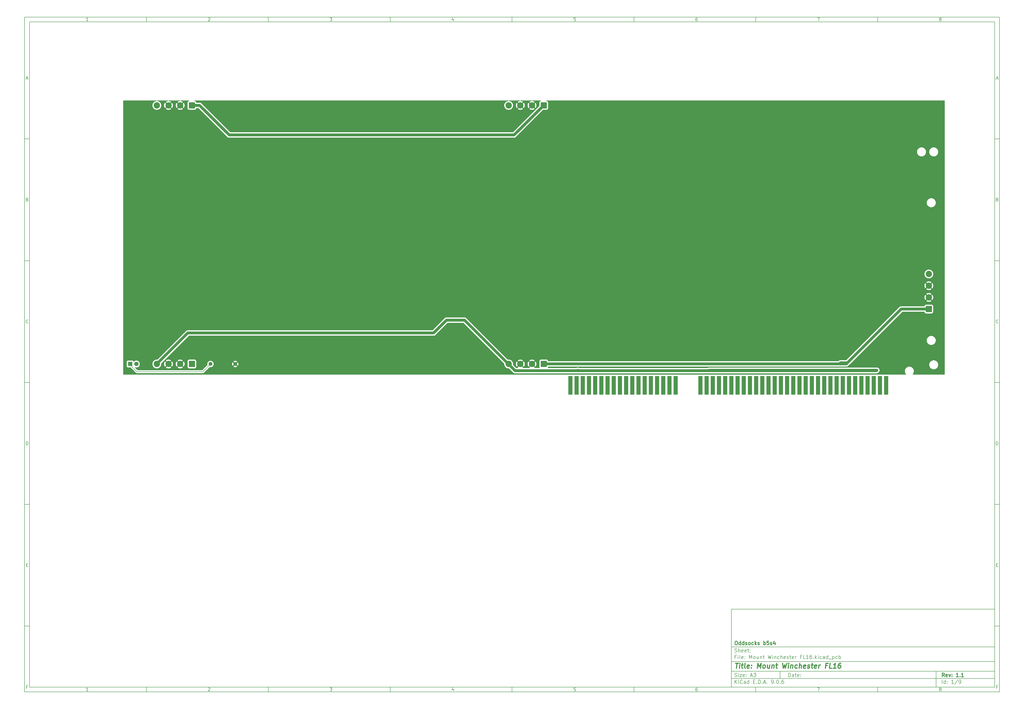
<source format=gtl>
%TF.GenerationSoftware,KiCad,Pcbnew,9.0.6*%
%TF.CreationDate,2025-11-29T14:17:50+08:00*%
%TF.ProjectId,Mount Winchester FL16,4d6f756e-7420-4576-996e-636865737465,1.1*%
%TF.SameCoordinates,Original*%
%TF.FileFunction,Copper,L1,Top*%
%TF.FilePolarity,Positive*%
%FSLAX46Y46*%
G04 Gerber Fmt 4.6, Leading zero omitted, Abs format (unit mm)*
G04 Created by KiCad (PCBNEW 9.0.6) date 2025-11-29 14:17:50*
%MOMM*%
%LPD*%
G01*
G04 APERTURE LIST*
G04 Aperture macros list*
%AMRoundRect*
0 Rectangle with rounded corners*
0 $1 Rounding radius*
0 $2 $3 $4 $5 $6 $7 $8 $9 X,Y pos of 4 corners*
0 Add a 4 corners polygon primitive as box body*
4,1,4,$2,$3,$4,$5,$6,$7,$8,$9,$2,$3,0*
0 Add four circle primitives for the rounded corners*
1,1,$1+$1,$2,$3*
1,1,$1+$1,$4,$5*
1,1,$1+$1,$6,$7*
1,1,$1+$1,$8,$9*
0 Add four rect primitives between the rounded corners*
20,1,$1+$1,$2,$3,$4,$5,0*
20,1,$1+$1,$4,$5,$6,$7,0*
20,1,$1+$1,$6,$7,$8,$9,0*
20,1,$1+$1,$8,$9,$2,$3,0*%
G04 Aperture macros list end*
%ADD10C,0.100000*%
%ADD11C,0.150000*%
%ADD12C,0.300000*%
%ADD13C,0.400000*%
%TA.AperFunction,ComponentPad*%
%ADD14RoundRect,0.250000X1.050000X1.050000X-1.050000X1.050000X-1.050000X-1.050000X1.050000X-1.050000X0*%
%TD*%
%TA.AperFunction,ComponentPad*%
%ADD15C,2.600000*%
%TD*%
%TA.AperFunction,ComponentPad*%
%ADD16R,1.800000X1.800000*%
%TD*%
%TA.AperFunction,ComponentPad*%
%ADD17C,1.800000*%
%TD*%
%TA.AperFunction,ComponentPad*%
%ADD18RoundRect,0.250000X1.050000X-1.050000X1.050000X1.050000X-1.050000X1.050000X-1.050000X-1.050000X0*%
%TD*%
%TA.AperFunction,ConnectorPad*%
%ADD19R,1.780000X7.620000*%
%TD*%
%TA.AperFunction,ComponentPad*%
%ADD20C,1.600000*%
%TD*%
%TA.AperFunction,ComponentPad*%
%ADD21C,3.900000*%
%TD*%
%TA.AperFunction,ComponentPad*%
%ADD22C,3.600000*%
%TD*%
%TA.AperFunction,ViaPad*%
%ADD23C,0.600000*%
%TD*%
%TA.AperFunction,Conductor*%
%ADD24C,1.200000*%
%TD*%
%TA.AperFunction,Conductor*%
%ADD25C,0.200000*%
%TD*%
G04 APERTURE END LIST*
D10*
D11*
X299989000Y-253002200D02*
X407989000Y-253002200D01*
X407989000Y-285002200D01*
X299989000Y-285002200D01*
X299989000Y-253002200D01*
D10*
D11*
X10000000Y-10000000D02*
X409989000Y-10000000D01*
X409989000Y-287002200D01*
X10000000Y-287002200D01*
X10000000Y-10000000D01*
D10*
D11*
X12000000Y-12000000D02*
X407989000Y-12000000D01*
X407989000Y-285002200D01*
X12000000Y-285002200D01*
X12000000Y-12000000D01*
D10*
D11*
X60000000Y-12000000D02*
X60000000Y-10000000D01*
D10*
D11*
X110000000Y-12000000D02*
X110000000Y-10000000D01*
D10*
D11*
X160000000Y-12000000D02*
X160000000Y-10000000D01*
D10*
D11*
X210000000Y-12000000D02*
X210000000Y-10000000D01*
D10*
D11*
X260000000Y-12000000D02*
X260000000Y-10000000D01*
D10*
D11*
X310000000Y-12000000D02*
X310000000Y-10000000D01*
D10*
D11*
X360000000Y-12000000D02*
X360000000Y-10000000D01*
D10*
D11*
X36089160Y-11593604D02*
X35346303Y-11593604D01*
X35717731Y-11593604D02*
X35717731Y-10293604D01*
X35717731Y-10293604D02*
X35593922Y-10479319D01*
X35593922Y-10479319D02*
X35470112Y-10603128D01*
X35470112Y-10603128D02*
X35346303Y-10665033D01*
D10*
D11*
X85346303Y-10417414D02*
X85408207Y-10355509D01*
X85408207Y-10355509D02*
X85532017Y-10293604D01*
X85532017Y-10293604D02*
X85841541Y-10293604D01*
X85841541Y-10293604D02*
X85965350Y-10355509D01*
X85965350Y-10355509D02*
X86027255Y-10417414D01*
X86027255Y-10417414D02*
X86089160Y-10541223D01*
X86089160Y-10541223D02*
X86089160Y-10665033D01*
X86089160Y-10665033D02*
X86027255Y-10850747D01*
X86027255Y-10850747D02*
X85284398Y-11593604D01*
X85284398Y-11593604D02*
X86089160Y-11593604D01*
D10*
D11*
X135284398Y-10293604D02*
X136089160Y-10293604D01*
X136089160Y-10293604D02*
X135655826Y-10788842D01*
X135655826Y-10788842D02*
X135841541Y-10788842D01*
X135841541Y-10788842D02*
X135965350Y-10850747D01*
X135965350Y-10850747D02*
X136027255Y-10912652D01*
X136027255Y-10912652D02*
X136089160Y-11036461D01*
X136089160Y-11036461D02*
X136089160Y-11345985D01*
X136089160Y-11345985D02*
X136027255Y-11469795D01*
X136027255Y-11469795D02*
X135965350Y-11531700D01*
X135965350Y-11531700D02*
X135841541Y-11593604D01*
X135841541Y-11593604D02*
X135470112Y-11593604D01*
X135470112Y-11593604D02*
X135346303Y-11531700D01*
X135346303Y-11531700D02*
X135284398Y-11469795D01*
D10*
D11*
X185965350Y-10726938D02*
X185965350Y-11593604D01*
X185655826Y-10231700D02*
X185346303Y-11160271D01*
X185346303Y-11160271D02*
X186151064Y-11160271D01*
D10*
D11*
X236027255Y-10293604D02*
X235408207Y-10293604D01*
X235408207Y-10293604D02*
X235346303Y-10912652D01*
X235346303Y-10912652D02*
X235408207Y-10850747D01*
X235408207Y-10850747D02*
X235532017Y-10788842D01*
X235532017Y-10788842D02*
X235841541Y-10788842D01*
X235841541Y-10788842D02*
X235965350Y-10850747D01*
X235965350Y-10850747D02*
X236027255Y-10912652D01*
X236027255Y-10912652D02*
X236089160Y-11036461D01*
X236089160Y-11036461D02*
X236089160Y-11345985D01*
X236089160Y-11345985D02*
X236027255Y-11469795D01*
X236027255Y-11469795D02*
X235965350Y-11531700D01*
X235965350Y-11531700D02*
X235841541Y-11593604D01*
X235841541Y-11593604D02*
X235532017Y-11593604D01*
X235532017Y-11593604D02*
X235408207Y-11531700D01*
X235408207Y-11531700D02*
X235346303Y-11469795D01*
D10*
D11*
X285965350Y-10293604D02*
X285717731Y-10293604D01*
X285717731Y-10293604D02*
X285593922Y-10355509D01*
X285593922Y-10355509D02*
X285532017Y-10417414D01*
X285532017Y-10417414D02*
X285408207Y-10603128D01*
X285408207Y-10603128D02*
X285346303Y-10850747D01*
X285346303Y-10850747D02*
X285346303Y-11345985D01*
X285346303Y-11345985D02*
X285408207Y-11469795D01*
X285408207Y-11469795D02*
X285470112Y-11531700D01*
X285470112Y-11531700D02*
X285593922Y-11593604D01*
X285593922Y-11593604D02*
X285841541Y-11593604D01*
X285841541Y-11593604D02*
X285965350Y-11531700D01*
X285965350Y-11531700D02*
X286027255Y-11469795D01*
X286027255Y-11469795D02*
X286089160Y-11345985D01*
X286089160Y-11345985D02*
X286089160Y-11036461D01*
X286089160Y-11036461D02*
X286027255Y-10912652D01*
X286027255Y-10912652D02*
X285965350Y-10850747D01*
X285965350Y-10850747D02*
X285841541Y-10788842D01*
X285841541Y-10788842D02*
X285593922Y-10788842D01*
X285593922Y-10788842D02*
X285470112Y-10850747D01*
X285470112Y-10850747D02*
X285408207Y-10912652D01*
X285408207Y-10912652D02*
X285346303Y-11036461D01*
D10*
D11*
X335284398Y-10293604D02*
X336151064Y-10293604D01*
X336151064Y-10293604D02*
X335593922Y-11593604D01*
D10*
D11*
X385593922Y-10850747D02*
X385470112Y-10788842D01*
X385470112Y-10788842D02*
X385408207Y-10726938D01*
X385408207Y-10726938D02*
X385346303Y-10603128D01*
X385346303Y-10603128D02*
X385346303Y-10541223D01*
X385346303Y-10541223D02*
X385408207Y-10417414D01*
X385408207Y-10417414D02*
X385470112Y-10355509D01*
X385470112Y-10355509D02*
X385593922Y-10293604D01*
X385593922Y-10293604D02*
X385841541Y-10293604D01*
X385841541Y-10293604D02*
X385965350Y-10355509D01*
X385965350Y-10355509D02*
X386027255Y-10417414D01*
X386027255Y-10417414D02*
X386089160Y-10541223D01*
X386089160Y-10541223D02*
X386089160Y-10603128D01*
X386089160Y-10603128D02*
X386027255Y-10726938D01*
X386027255Y-10726938D02*
X385965350Y-10788842D01*
X385965350Y-10788842D02*
X385841541Y-10850747D01*
X385841541Y-10850747D02*
X385593922Y-10850747D01*
X385593922Y-10850747D02*
X385470112Y-10912652D01*
X385470112Y-10912652D02*
X385408207Y-10974557D01*
X385408207Y-10974557D02*
X385346303Y-11098366D01*
X385346303Y-11098366D02*
X385346303Y-11345985D01*
X385346303Y-11345985D02*
X385408207Y-11469795D01*
X385408207Y-11469795D02*
X385470112Y-11531700D01*
X385470112Y-11531700D02*
X385593922Y-11593604D01*
X385593922Y-11593604D02*
X385841541Y-11593604D01*
X385841541Y-11593604D02*
X385965350Y-11531700D01*
X385965350Y-11531700D02*
X386027255Y-11469795D01*
X386027255Y-11469795D02*
X386089160Y-11345985D01*
X386089160Y-11345985D02*
X386089160Y-11098366D01*
X386089160Y-11098366D02*
X386027255Y-10974557D01*
X386027255Y-10974557D02*
X385965350Y-10912652D01*
X385965350Y-10912652D02*
X385841541Y-10850747D01*
D10*
D11*
X60000000Y-285002200D02*
X60000000Y-287002200D01*
D10*
D11*
X110000000Y-285002200D02*
X110000000Y-287002200D01*
D10*
D11*
X160000000Y-285002200D02*
X160000000Y-287002200D01*
D10*
D11*
X210000000Y-285002200D02*
X210000000Y-287002200D01*
D10*
D11*
X260000000Y-285002200D02*
X260000000Y-287002200D01*
D10*
D11*
X310000000Y-285002200D02*
X310000000Y-287002200D01*
D10*
D11*
X360000000Y-285002200D02*
X360000000Y-287002200D01*
D10*
D11*
X36089160Y-286595804D02*
X35346303Y-286595804D01*
X35717731Y-286595804D02*
X35717731Y-285295804D01*
X35717731Y-285295804D02*
X35593922Y-285481519D01*
X35593922Y-285481519D02*
X35470112Y-285605328D01*
X35470112Y-285605328D02*
X35346303Y-285667233D01*
D10*
D11*
X85346303Y-285419614D02*
X85408207Y-285357709D01*
X85408207Y-285357709D02*
X85532017Y-285295804D01*
X85532017Y-285295804D02*
X85841541Y-285295804D01*
X85841541Y-285295804D02*
X85965350Y-285357709D01*
X85965350Y-285357709D02*
X86027255Y-285419614D01*
X86027255Y-285419614D02*
X86089160Y-285543423D01*
X86089160Y-285543423D02*
X86089160Y-285667233D01*
X86089160Y-285667233D02*
X86027255Y-285852947D01*
X86027255Y-285852947D02*
X85284398Y-286595804D01*
X85284398Y-286595804D02*
X86089160Y-286595804D01*
D10*
D11*
X135284398Y-285295804D02*
X136089160Y-285295804D01*
X136089160Y-285295804D02*
X135655826Y-285791042D01*
X135655826Y-285791042D02*
X135841541Y-285791042D01*
X135841541Y-285791042D02*
X135965350Y-285852947D01*
X135965350Y-285852947D02*
X136027255Y-285914852D01*
X136027255Y-285914852D02*
X136089160Y-286038661D01*
X136089160Y-286038661D02*
X136089160Y-286348185D01*
X136089160Y-286348185D02*
X136027255Y-286471995D01*
X136027255Y-286471995D02*
X135965350Y-286533900D01*
X135965350Y-286533900D02*
X135841541Y-286595804D01*
X135841541Y-286595804D02*
X135470112Y-286595804D01*
X135470112Y-286595804D02*
X135346303Y-286533900D01*
X135346303Y-286533900D02*
X135284398Y-286471995D01*
D10*
D11*
X185965350Y-285729138D02*
X185965350Y-286595804D01*
X185655826Y-285233900D02*
X185346303Y-286162471D01*
X185346303Y-286162471D02*
X186151064Y-286162471D01*
D10*
D11*
X236027255Y-285295804D02*
X235408207Y-285295804D01*
X235408207Y-285295804D02*
X235346303Y-285914852D01*
X235346303Y-285914852D02*
X235408207Y-285852947D01*
X235408207Y-285852947D02*
X235532017Y-285791042D01*
X235532017Y-285791042D02*
X235841541Y-285791042D01*
X235841541Y-285791042D02*
X235965350Y-285852947D01*
X235965350Y-285852947D02*
X236027255Y-285914852D01*
X236027255Y-285914852D02*
X236089160Y-286038661D01*
X236089160Y-286038661D02*
X236089160Y-286348185D01*
X236089160Y-286348185D02*
X236027255Y-286471995D01*
X236027255Y-286471995D02*
X235965350Y-286533900D01*
X235965350Y-286533900D02*
X235841541Y-286595804D01*
X235841541Y-286595804D02*
X235532017Y-286595804D01*
X235532017Y-286595804D02*
X235408207Y-286533900D01*
X235408207Y-286533900D02*
X235346303Y-286471995D01*
D10*
D11*
X285965350Y-285295804D02*
X285717731Y-285295804D01*
X285717731Y-285295804D02*
X285593922Y-285357709D01*
X285593922Y-285357709D02*
X285532017Y-285419614D01*
X285532017Y-285419614D02*
X285408207Y-285605328D01*
X285408207Y-285605328D02*
X285346303Y-285852947D01*
X285346303Y-285852947D02*
X285346303Y-286348185D01*
X285346303Y-286348185D02*
X285408207Y-286471995D01*
X285408207Y-286471995D02*
X285470112Y-286533900D01*
X285470112Y-286533900D02*
X285593922Y-286595804D01*
X285593922Y-286595804D02*
X285841541Y-286595804D01*
X285841541Y-286595804D02*
X285965350Y-286533900D01*
X285965350Y-286533900D02*
X286027255Y-286471995D01*
X286027255Y-286471995D02*
X286089160Y-286348185D01*
X286089160Y-286348185D02*
X286089160Y-286038661D01*
X286089160Y-286038661D02*
X286027255Y-285914852D01*
X286027255Y-285914852D02*
X285965350Y-285852947D01*
X285965350Y-285852947D02*
X285841541Y-285791042D01*
X285841541Y-285791042D02*
X285593922Y-285791042D01*
X285593922Y-285791042D02*
X285470112Y-285852947D01*
X285470112Y-285852947D02*
X285408207Y-285914852D01*
X285408207Y-285914852D02*
X285346303Y-286038661D01*
D10*
D11*
X335284398Y-285295804D02*
X336151064Y-285295804D01*
X336151064Y-285295804D02*
X335593922Y-286595804D01*
D10*
D11*
X385593922Y-285852947D02*
X385470112Y-285791042D01*
X385470112Y-285791042D02*
X385408207Y-285729138D01*
X385408207Y-285729138D02*
X385346303Y-285605328D01*
X385346303Y-285605328D02*
X385346303Y-285543423D01*
X385346303Y-285543423D02*
X385408207Y-285419614D01*
X385408207Y-285419614D02*
X385470112Y-285357709D01*
X385470112Y-285357709D02*
X385593922Y-285295804D01*
X385593922Y-285295804D02*
X385841541Y-285295804D01*
X385841541Y-285295804D02*
X385965350Y-285357709D01*
X385965350Y-285357709D02*
X386027255Y-285419614D01*
X386027255Y-285419614D02*
X386089160Y-285543423D01*
X386089160Y-285543423D02*
X386089160Y-285605328D01*
X386089160Y-285605328D02*
X386027255Y-285729138D01*
X386027255Y-285729138D02*
X385965350Y-285791042D01*
X385965350Y-285791042D02*
X385841541Y-285852947D01*
X385841541Y-285852947D02*
X385593922Y-285852947D01*
X385593922Y-285852947D02*
X385470112Y-285914852D01*
X385470112Y-285914852D02*
X385408207Y-285976757D01*
X385408207Y-285976757D02*
X385346303Y-286100566D01*
X385346303Y-286100566D02*
X385346303Y-286348185D01*
X385346303Y-286348185D02*
X385408207Y-286471995D01*
X385408207Y-286471995D02*
X385470112Y-286533900D01*
X385470112Y-286533900D02*
X385593922Y-286595804D01*
X385593922Y-286595804D02*
X385841541Y-286595804D01*
X385841541Y-286595804D02*
X385965350Y-286533900D01*
X385965350Y-286533900D02*
X386027255Y-286471995D01*
X386027255Y-286471995D02*
X386089160Y-286348185D01*
X386089160Y-286348185D02*
X386089160Y-286100566D01*
X386089160Y-286100566D02*
X386027255Y-285976757D01*
X386027255Y-285976757D02*
X385965350Y-285914852D01*
X385965350Y-285914852D02*
X385841541Y-285852947D01*
D10*
D11*
X10000000Y-60000000D02*
X12000000Y-60000000D01*
D10*
D11*
X10000000Y-110000000D02*
X12000000Y-110000000D01*
D10*
D11*
X10000000Y-160000000D02*
X12000000Y-160000000D01*
D10*
D11*
X10000000Y-210000000D02*
X12000000Y-210000000D01*
D10*
D11*
X10000000Y-260000000D02*
X12000000Y-260000000D01*
D10*
D11*
X10690476Y-35222176D02*
X11309523Y-35222176D01*
X10566666Y-35593604D02*
X10999999Y-34293604D01*
X10999999Y-34293604D02*
X11433333Y-35593604D01*
D10*
D11*
X11092857Y-84912652D02*
X11278571Y-84974557D01*
X11278571Y-84974557D02*
X11340476Y-85036461D01*
X11340476Y-85036461D02*
X11402380Y-85160271D01*
X11402380Y-85160271D02*
X11402380Y-85345985D01*
X11402380Y-85345985D02*
X11340476Y-85469795D01*
X11340476Y-85469795D02*
X11278571Y-85531700D01*
X11278571Y-85531700D02*
X11154761Y-85593604D01*
X11154761Y-85593604D02*
X10659523Y-85593604D01*
X10659523Y-85593604D02*
X10659523Y-84293604D01*
X10659523Y-84293604D02*
X11092857Y-84293604D01*
X11092857Y-84293604D02*
X11216666Y-84355509D01*
X11216666Y-84355509D02*
X11278571Y-84417414D01*
X11278571Y-84417414D02*
X11340476Y-84541223D01*
X11340476Y-84541223D02*
X11340476Y-84665033D01*
X11340476Y-84665033D02*
X11278571Y-84788842D01*
X11278571Y-84788842D02*
X11216666Y-84850747D01*
X11216666Y-84850747D02*
X11092857Y-84912652D01*
X11092857Y-84912652D02*
X10659523Y-84912652D01*
D10*
D11*
X11402380Y-135469795D02*
X11340476Y-135531700D01*
X11340476Y-135531700D02*
X11154761Y-135593604D01*
X11154761Y-135593604D02*
X11030952Y-135593604D01*
X11030952Y-135593604D02*
X10845238Y-135531700D01*
X10845238Y-135531700D02*
X10721428Y-135407890D01*
X10721428Y-135407890D02*
X10659523Y-135284080D01*
X10659523Y-135284080D02*
X10597619Y-135036461D01*
X10597619Y-135036461D02*
X10597619Y-134850747D01*
X10597619Y-134850747D02*
X10659523Y-134603128D01*
X10659523Y-134603128D02*
X10721428Y-134479319D01*
X10721428Y-134479319D02*
X10845238Y-134355509D01*
X10845238Y-134355509D02*
X11030952Y-134293604D01*
X11030952Y-134293604D02*
X11154761Y-134293604D01*
X11154761Y-134293604D02*
X11340476Y-134355509D01*
X11340476Y-134355509D02*
X11402380Y-134417414D01*
D10*
D11*
X10659523Y-185593604D02*
X10659523Y-184293604D01*
X10659523Y-184293604D02*
X10969047Y-184293604D01*
X10969047Y-184293604D02*
X11154761Y-184355509D01*
X11154761Y-184355509D02*
X11278571Y-184479319D01*
X11278571Y-184479319D02*
X11340476Y-184603128D01*
X11340476Y-184603128D02*
X11402380Y-184850747D01*
X11402380Y-184850747D02*
X11402380Y-185036461D01*
X11402380Y-185036461D02*
X11340476Y-185284080D01*
X11340476Y-185284080D02*
X11278571Y-185407890D01*
X11278571Y-185407890D02*
X11154761Y-185531700D01*
X11154761Y-185531700D02*
X10969047Y-185593604D01*
X10969047Y-185593604D02*
X10659523Y-185593604D01*
D10*
D11*
X10721428Y-234912652D02*
X11154762Y-234912652D01*
X11340476Y-235593604D02*
X10721428Y-235593604D01*
X10721428Y-235593604D02*
X10721428Y-234293604D01*
X10721428Y-234293604D02*
X11340476Y-234293604D01*
D10*
D11*
X11185714Y-284912652D02*
X10752380Y-284912652D01*
X10752380Y-285593604D02*
X10752380Y-284293604D01*
X10752380Y-284293604D02*
X11371428Y-284293604D01*
D10*
D11*
X409989000Y-60000000D02*
X407989000Y-60000000D01*
D10*
D11*
X409989000Y-110000000D02*
X407989000Y-110000000D01*
D10*
D11*
X409989000Y-160000000D02*
X407989000Y-160000000D01*
D10*
D11*
X409989000Y-210000000D02*
X407989000Y-210000000D01*
D10*
D11*
X409989000Y-260000000D02*
X407989000Y-260000000D01*
D10*
D11*
X408679476Y-35222176D02*
X409298523Y-35222176D01*
X408555666Y-35593604D02*
X408988999Y-34293604D01*
X408988999Y-34293604D02*
X409422333Y-35593604D01*
D10*
D11*
X409081857Y-84912652D02*
X409267571Y-84974557D01*
X409267571Y-84974557D02*
X409329476Y-85036461D01*
X409329476Y-85036461D02*
X409391380Y-85160271D01*
X409391380Y-85160271D02*
X409391380Y-85345985D01*
X409391380Y-85345985D02*
X409329476Y-85469795D01*
X409329476Y-85469795D02*
X409267571Y-85531700D01*
X409267571Y-85531700D02*
X409143761Y-85593604D01*
X409143761Y-85593604D02*
X408648523Y-85593604D01*
X408648523Y-85593604D02*
X408648523Y-84293604D01*
X408648523Y-84293604D02*
X409081857Y-84293604D01*
X409081857Y-84293604D02*
X409205666Y-84355509D01*
X409205666Y-84355509D02*
X409267571Y-84417414D01*
X409267571Y-84417414D02*
X409329476Y-84541223D01*
X409329476Y-84541223D02*
X409329476Y-84665033D01*
X409329476Y-84665033D02*
X409267571Y-84788842D01*
X409267571Y-84788842D02*
X409205666Y-84850747D01*
X409205666Y-84850747D02*
X409081857Y-84912652D01*
X409081857Y-84912652D02*
X408648523Y-84912652D01*
D10*
D11*
X409391380Y-135469795D02*
X409329476Y-135531700D01*
X409329476Y-135531700D02*
X409143761Y-135593604D01*
X409143761Y-135593604D02*
X409019952Y-135593604D01*
X409019952Y-135593604D02*
X408834238Y-135531700D01*
X408834238Y-135531700D02*
X408710428Y-135407890D01*
X408710428Y-135407890D02*
X408648523Y-135284080D01*
X408648523Y-135284080D02*
X408586619Y-135036461D01*
X408586619Y-135036461D02*
X408586619Y-134850747D01*
X408586619Y-134850747D02*
X408648523Y-134603128D01*
X408648523Y-134603128D02*
X408710428Y-134479319D01*
X408710428Y-134479319D02*
X408834238Y-134355509D01*
X408834238Y-134355509D02*
X409019952Y-134293604D01*
X409019952Y-134293604D02*
X409143761Y-134293604D01*
X409143761Y-134293604D02*
X409329476Y-134355509D01*
X409329476Y-134355509D02*
X409391380Y-134417414D01*
D10*
D11*
X408648523Y-185593604D02*
X408648523Y-184293604D01*
X408648523Y-184293604D02*
X408958047Y-184293604D01*
X408958047Y-184293604D02*
X409143761Y-184355509D01*
X409143761Y-184355509D02*
X409267571Y-184479319D01*
X409267571Y-184479319D02*
X409329476Y-184603128D01*
X409329476Y-184603128D02*
X409391380Y-184850747D01*
X409391380Y-184850747D02*
X409391380Y-185036461D01*
X409391380Y-185036461D02*
X409329476Y-185284080D01*
X409329476Y-185284080D02*
X409267571Y-185407890D01*
X409267571Y-185407890D02*
X409143761Y-185531700D01*
X409143761Y-185531700D02*
X408958047Y-185593604D01*
X408958047Y-185593604D02*
X408648523Y-185593604D01*
D10*
D11*
X408710428Y-234912652D02*
X409143762Y-234912652D01*
X409329476Y-235593604D02*
X408710428Y-235593604D01*
X408710428Y-235593604D02*
X408710428Y-234293604D01*
X408710428Y-234293604D02*
X409329476Y-234293604D01*
D10*
D11*
X409174714Y-284912652D02*
X408741380Y-284912652D01*
X408741380Y-285593604D02*
X408741380Y-284293604D01*
X408741380Y-284293604D02*
X409360428Y-284293604D01*
D10*
D11*
X323444826Y-280788328D02*
X323444826Y-279288328D01*
X323444826Y-279288328D02*
X323801969Y-279288328D01*
X323801969Y-279288328D02*
X324016255Y-279359757D01*
X324016255Y-279359757D02*
X324159112Y-279502614D01*
X324159112Y-279502614D02*
X324230541Y-279645471D01*
X324230541Y-279645471D02*
X324301969Y-279931185D01*
X324301969Y-279931185D02*
X324301969Y-280145471D01*
X324301969Y-280145471D02*
X324230541Y-280431185D01*
X324230541Y-280431185D02*
X324159112Y-280574042D01*
X324159112Y-280574042D02*
X324016255Y-280716900D01*
X324016255Y-280716900D02*
X323801969Y-280788328D01*
X323801969Y-280788328D02*
X323444826Y-280788328D01*
X325587684Y-280788328D02*
X325587684Y-280002614D01*
X325587684Y-280002614D02*
X325516255Y-279859757D01*
X325516255Y-279859757D02*
X325373398Y-279788328D01*
X325373398Y-279788328D02*
X325087684Y-279788328D01*
X325087684Y-279788328D02*
X324944826Y-279859757D01*
X325587684Y-280716900D02*
X325444826Y-280788328D01*
X325444826Y-280788328D02*
X325087684Y-280788328D01*
X325087684Y-280788328D02*
X324944826Y-280716900D01*
X324944826Y-280716900D02*
X324873398Y-280574042D01*
X324873398Y-280574042D02*
X324873398Y-280431185D01*
X324873398Y-280431185D02*
X324944826Y-280288328D01*
X324944826Y-280288328D02*
X325087684Y-280216900D01*
X325087684Y-280216900D02*
X325444826Y-280216900D01*
X325444826Y-280216900D02*
X325587684Y-280145471D01*
X326087684Y-279788328D02*
X326659112Y-279788328D01*
X326301969Y-279288328D02*
X326301969Y-280574042D01*
X326301969Y-280574042D02*
X326373398Y-280716900D01*
X326373398Y-280716900D02*
X326516255Y-280788328D01*
X326516255Y-280788328D02*
X326659112Y-280788328D01*
X327730541Y-280716900D02*
X327587684Y-280788328D01*
X327587684Y-280788328D02*
X327301970Y-280788328D01*
X327301970Y-280788328D02*
X327159112Y-280716900D01*
X327159112Y-280716900D02*
X327087684Y-280574042D01*
X327087684Y-280574042D02*
X327087684Y-280002614D01*
X327087684Y-280002614D02*
X327159112Y-279859757D01*
X327159112Y-279859757D02*
X327301970Y-279788328D01*
X327301970Y-279788328D02*
X327587684Y-279788328D01*
X327587684Y-279788328D02*
X327730541Y-279859757D01*
X327730541Y-279859757D02*
X327801970Y-280002614D01*
X327801970Y-280002614D02*
X327801970Y-280145471D01*
X327801970Y-280145471D02*
X327087684Y-280288328D01*
X328444826Y-280645471D02*
X328516255Y-280716900D01*
X328516255Y-280716900D02*
X328444826Y-280788328D01*
X328444826Y-280788328D02*
X328373398Y-280716900D01*
X328373398Y-280716900D02*
X328444826Y-280645471D01*
X328444826Y-280645471D02*
X328444826Y-280788328D01*
X328444826Y-279859757D02*
X328516255Y-279931185D01*
X328516255Y-279931185D02*
X328444826Y-280002614D01*
X328444826Y-280002614D02*
X328373398Y-279931185D01*
X328373398Y-279931185D02*
X328444826Y-279859757D01*
X328444826Y-279859757D02*
X328444826Y-280002614D01*
D10*
D11*
X299989000Y-281502200D02*
X407989000Y-281502200D01*
D10*
D11*
X301444826Y-283588328D02*
X301444826Y-282088328D01*
X302301969Y-283588328D02*
X301659112Y-282731185D01*
X302301969Y-282088328D02*
X301444826Y-282945471D01*
X302944826Y-283588328D02*
X302944826Y-282588328D01*
X302944826Y-282088328D02*
X302873398Y-282159757D01*
X302873398Y-282159757D02*
X302944826Y-282231185D01*
X302944826Y-282231185D02*
X303016255Y-282159757D01*
X303016255Y-282159757D02*
X302944826Y-282088328D01*
X302944826Y-282088328D02*
X302944826Y-282231185D01*
X304516255Y-283445471D02*
X304444827Y-283516900D01*
X304444827Y-283516900D02*
X304230541Y-283588328D01*
X304230541Y-283588328D02*
X304087684Y-283588328D01*
X304087684Y-283588328D02*
X303873398Y-283516900D01*
X303873398Y-283516900D02*
X303730541Y-283374042D01*
X303730541Y-283374042D02*
X303659112Y-283231185D01*
X303659112Y-283231185D02*
X303587684Y-282945471D01*
X303587684Y-282945471D02*
X303587684Y-282731185D01*
X303587684Y-282731185D02*
X303659112Y-282445471D01*
X303659112Y-282445471D02*
X303730541Y-282302614D01*
X303730541Y-282302614D02*
X303873398Y-282159757D01*
X303873398Y-282159757D02*
X304087684Y-282088328D01*
X304087684Y-282088328D02*
X304230541Y-282088328D01*
X304230541Y-282088328D02*
X304444827Y-282159757D01*
X304444827Y-282159757D02*
X304516255Y-282231185D01*
X305801970Y-283588328D02*
X305801970Y-282802614D01*
X305801970Y-282802614D02*
X305730541Y-282659757D01*
X305730541Y-282659757D02*
X305587684Y-282588328D01*
X305587684Y-282588328D02*
X305301970Y-282588328D01*
X305301970Y-282588328D02*
X305159112Y-282659757D01*
X305801970Y-283516900D02*
X305659112Y-283588328D01*
X305659112Y-283588328D02*
X305301970Y-283588328D01*
X305301970Y-283588328D02*
X305159112Y-283516900D01*
X305159112Y-283516900D02*
X305087684Y-283374042D01*
X305087684Y-283374042D02*
X305087684Y-283231185D01*
X305087684Y-283231185D02*
X305159112Y-283088328D01*
X305159112Y-283088328D02*
X305301970Y-283016900D01*
X305301970Y-283016900D02*
X305659112Y-283016900D01*
X305659112Y-283016900D02*
X305801970Y-282945471D01*
X307159113Y-283588328D02*
X307159113Y-282088328D01*
X307159113Y-283516900D02*
X307016255Y-283588328D01*
X307016255Y-283588328D02*
X306730541Y-283588328D01*
X306730541Y-283588328D02*
X306587684Y-283516900D01*
X306587684Y-283516900D02*
X306516255Y-283445471D01*
X306516255Y-283445471D02*
X306444827Y-283302614D01*
X306444827Y-283302614D02*
X306444827Y-282874042D01*
X306444827Y-282874042D02*
X306516255Y-282731185D01*
X306516255Y-282731185D02*
X306587684Y-282659757D01*
X306587684Y-282659757D02*
X306730541Y-282588328D01*
X306730541Y-282588328D02*
X307016255Y-282588328D01*
X307016255Y-282588328D02*
X307159113Y-282659757D01*
X309016255Y-282802614D02*
X309516255Y-282802614D01*
X309730541Y-283588328D02*
X309016255Y-283588328D01*
X309016255Y-283588328D02*
X309016255Y-282088328D01*
X309016255Y-282088328D02*
X309730541Y-282088328D01*
X310373398Y-283445471D02*
X310444827Y-283516900D01*
X310444827Y-283516900D02*
X310373398Y-283588328D01*
X310373398Y-283588328D02*
X310301970Y-283516900D01*
X310301970Y-283516900D02*
X310373398Y-283445471D01*
X310373398Y-283445471D02*
X310373398Y-283588328D01*
X311087684Y-283588328D02*
X311087684Y-282088328D01*
X311087684Y-282088328D02*
X311444827Y-282088328D01*
X311444827Y-282088328D02*
X311659113Y-282159757D01*
X311659113Y-282159757D02*
X311801970Y-282302614D01*
X311801970Y-282302614D02*
X311873399Y-282445471D01*
X311873399Y-282445471D02*
X311944827Y-282731185D01*
X311944827Y-282731185D02*
X311944827Y-282945471D01*
X311944827Y-282945471D02*
X311873399Y-283231185D01*
X311873399Y-283231185D02*
X311801970Y-283374042D01*
X311801970Y-283374042D02*
X311659113Y-283516900D01*
X311659113Y-283516900D02*
X311444827Y-283588328D01*
X311444827Y-283588328D02*
X311087684Y-283588328D01*
X312587684Y-283445471D02*
X312659113Y-283516900D01*
X312659113Y-283516900D02*
X312587684Y-283588328D01*
X312587684Y-283588328D02*
X312516256Y-283516900D01*
X312516256Y-283516900D02*
X312587684Y-283445471D01*
X312587684Y-283445471D02*
X312587684Y-283588328D01*
X313230542Y-283159757D02*
X313944828Y-283159757D01*
X313087685Y-283588328D02*
X313587685Y-282088328D01*
X313587685Y-282088328D02*
X314087685Y-283588328D01*
X314587684Y-283445471D02*
X314659113Y-283516900D01*
X314659113Y-283516900D02*
X314587684Y-283588328D01*
X314587684Y-283588328D02*
X314516256Y-283516900D01*
X314516256Y-283516900D02*
X314587684Y-283445471D01*
X314587684Y-283445471D02*
X314587684Y-283588328D01*
X316516256Y-283588328D02*
X316801970Y-283588328D01*
X316801970Y-283588328D02*
X316944827Y-283516900D01*
X316944827Y-283516900D02*
X317016256Y-283445471D01*
X317016256Y-283445471D02*
X317159113Y-283231185D01*
X317159113Y-283231185D02*
X317230542Y-282945471D01*
X317230542Y-282945471D02*
X317230542Y-282374042D01*
X317230542Y-282374042D02*
X317159113Y-282231185D01*
X317159113Y-282231185D02*
X317087685Y-282159757D01*
X317087685Y-282159757D02*
X316944827Y-282088328D01*
X316944827Y-282088328D02*
X316659113Y-282088328D01*
X316659113Y-282088328D02*
X316516256Y-282159757D01*
X316516256Y-282159757D02*
X316444827Y-282231185D01*
X316444827Y-282231185D02*
X316373399Y-282374042D01*
X316373399Y-282374042D02*
X316373399Y-282731185D01*
X316373399Y-282731185D02*
X316444827Y-282874042D01*
X316444827Y-282874042D02*
X316516256Y-282945471D01*
X316516256Y-282945471D02*
X316659113Y-283016900D01*
X316659113Y-283016900D02*
X316944827Y-283016900D01*
X316944827Y-283016900D02*
X317087685Y-282945471D01*
X317087685Y-282945471D02*
X317159113Y-282874042D01*
X317159113Y-282874042D02*
X317230542Y-282731185D01*
X317873398Y-283445471D02*
X317944827Y-283516900D01*
X317944827Y-283516900D02*
X317873398Y-283588328D01*
X317873398Y-283588328D02*
X317801970Y-283516900D01*
X317801970Y-283516900D02*
X317873398Y-283445471D01*
X317873398Y-283445471D02*
X317873398Y-283588328D01*
X318873399Y-282088328D02*
X319016256Y-282088328D01*
X319016256Y-282088328D02*
X319159113Y-282159757D01*
X319159113Y-282159757D02*
X319230542Y-282231185D01*
X319230542Y-282231185D02*
X319301970Y-282374042D01*
X319301970Y-282374042D02*
X319373399Y-282659757D01*
X319373399Y-282659757D02*
X319373399Y-283016900D01*
X319373399Y-283016900D02*
X319301970Y-283302614D01*
X319301970Y-283302614D02*
X319230542Y-283445471D01*
X319230542Y-283445471D02*
X319159113Y-283516900D01*
X319159113Y-283516900D02*
X319016256Y-283588328D01*
X319016256Y-283588328D02*
X318873399Y-283588328D01*
X318873399Y-283588328D02*
X318730542Y-283516900D01*
X318730542Y-283516900D02*
X318659113Y-283445471D01*
X318659113Y-283445471D02*
X318587684Y-283302614D01*
X318587684Y-283302614D02*
X318516256Y-283016900D01*
X318516256Y-283016900D02*
X318516256Y-282659757D01*
X318516256Y-282659757D02*
X318587684Y-282374042D01*
X318587684Y-282374042D02*
X318659113Y-282231185D01*
X318659113Y-282231185D02*
X318730542Y-282159757D01*
X318730542Y-282159757D02*
X318873399Y-282088328D01*
X320016255Y-283445471D02*
X320087684Y-283516900D01*
X320087684Y-283516900D02*
X320016255Y-283588328D01*
X320016255Y-283588328D02*
X319944827Y-283516900D01*
X319944827Y-283516900D02*
X320016255Y-283445471D01*
X320016255Y-283445471D02*
X320016255Y-283588328D01*
X321373399Y-282088328D02*
X321087684Y-282088328D01*
X321087684Y-282088328D02*
X320944827Y-282159757D01*
X320944827Y-282159757D02*
X320873399Y-282231185D01*
X320873399Y-282231185D02*
X320730541Y-282445471D01*
X320730541Y-282445471D02*
X320659113Y-282731185D01*
X320659113Y-282731185D02*
X320659113Y-283302614D01*
X320659113Y-283302614D02*
X320730541Y-283445471D01*
X320730541Y-283445471D02*
X320801970Y-283516900D01*
X320801970Y-283516900D02*
X320944827Y-283588328D01*
X320944827Y-283588328D02*
X321230541Y-283588328D01*
X321230541Y-283588328D02*
X321373399Y-283516900D01*
X321373399Y-283516900D02*
X321444827Y-283445471D01*
X321444827Y-283445471D02*
X321516256Y-283302614D01*
X321516256Y-283302614D02*
X321516256Y-282945471D01*
X321516256Y-282945471D02*
X321444827Y-282802614D01*
X321444827Y-282802614D02*
X321373399Y-282731185D01*
X321373399Y-282731185D02*
X321230541Y-282659757D01*
X321230541Y-282659757D02*
X320944827Y-282659757D01*
X320944827Y-282659757D02*
X320801970Y-282731185D01*
X320801970Y-282731185D02*
X320730541Y-282802614D01*
X320730541Y-282802614D02*
X320659113Y-282945471D01*
D10*
D11*
X299989000Y-278502200D02*
X407989000Y-278502200D01*
D10*
D12*
X387400653Y-280780528D02*
X386900653Y-280066242D01*
X386543510Y-280780528D02*
X386543510Y-279280528D01*
X386543510Y-279280528D02*
X387114939Y-279280528D01*
X387114939Y-279280528D02*
X387257796Y-279351957D01*
X387257796Y-279351957D02*
X387329225Y-279423385D01*
X387329225Y-279423385D02*
X387400653Y-279566242D01*
X387400653Y-279566242D02*
X387400653Y-279780528D01*
X387400653Y-279780528D02*
X387329225Y-279923385D01*
X387329225Y-279923385D02*
X387257796Y-279994814D01*
X387257796Y-279994814D02*
X387114939Y-280066242D01*
X387114939Y-280066242D02*
X386543510Y-280066242D01*
X388614939Y-280709100D02*
X388472082Y-280780528D01*
X388472082Y-280780528D02*
X388186368Y-280780528D01*
X388186368Y-280780528D02*
X388043510Y-280709100D01*
X388043510Y-280709100D02*
X387972082Y-280566242D01*
X387972082Y-280566242D02*
X387972082Y-279994814D01*
X387972082Y-279994814D02*
X388043510Y-279851957D01*
X388043510Y-279851957D02*
X388186368Y-279780528D01*
X388186368Y-279780528D02*
X388472082Y-279780528D01*
X388472082Y-279780528D02*
X388614939Y-279851957D01*
X388614939Y-279851957D02*
X388686368Y-279994814D01*
X388686368Y-279994814D02*
X388686368Y-280137671D01*
X388686368Y-280137671D02*
X387972082Y-280280528D01*
X389186367Y-279780528D02*
X389543510Y-280780528D01*
X389543510Y-280780528D02*
X389900653Y-279780528D01*
X390472081Y-280637671D02*
X390543510Y-280709100D01*
X390543510Y-280709100D02*
X390472081Y-280780528D01*
X390472081Y-280780528D02*
X390400653Y-280709100D01*
X390400653Y-280709100D02*
X390472081Y-280637671D01*
X390472081Y-280637671D02*
X390472081Y-280780528D01*
X390472081Y-279851957D02*
X390543510Y-279923385D01*
X390543510Y-279923385D02*
X390472081Y-279994814D01*
X390472081Y-279994814D02*
X390400653Y-279923385D01*
X390400653Y-279923385D02*
X390472081Y-279851957D01*
X390472081Y-279851957D02*
X390472081Y-279994814D01*
X393114939Y-280780528D02*
X392257796Y-280780528D01*
X392686367Y-280780528D02*
X392686367Y-279280528D01*
X392686367Y-279280528D02*
X392543510Y-279494814D01*
X392543510Y-279494814D02*
X392400653Y-279637671D01*
X392400653Y-279637671D02*
X392257796Y-279709100D01*
X393757795Y-280637671D02*
X393829224Y-280709100D01*
X393829224Y-280709100D02*
X393757795Y-280780528D01*
X393757795Y-280780528D02*
X393686367Y-280709100D01*
X393686367Y-280709100D02*
X393757795Y-280637671D01*
X393757795Y-280637671D02*
X393757795Y-280780528D01*
X395257796Y-280780528D02*
X394400653Y-280780528D01*
X394829224Y-280780528D02*
X394829224Y-279280528D01*
X394829224Y-279280528D02*
X394686367Y-279494814D01*
X394686367Y-279494814D02*
X394543510Y-279637671D01*
X394543510Y-279637671D02*
X394400653Y-279709100D01*
D10*
D11*
X301373398Y-280716900D02*
X301587684Y-280788328D01*
X301587684Y-280788328D02*
X301944826Y-280788328D01*
X301944826Y-280788328D02*
X302087684Y-280716900D01*
X302087684Y-280716900D02*
X302159112Y-280645471D01*
X302159112Y-280645471D02*
X302230541Y-280502614D01*
X302230541Y-280502614D02*
X302230541Y-280359757D01*
X302230541Y-280359757D02*
X302159112Y-280216900D01*
X302159112Y-280216900D02*
X302087684Y-280145471D01*
X302087684Y-280145471D02*
X301944826Y-280074042D01*
X301944826Y-280074042D02*
X301659112Y-280002614D01*
X301659112Y-280002614D02*
X301516255Y-279931185D01*
X301516255Y-279931185D02*
X301444826Y-279859757D01*
X301444826Y-279859757D02*
X301373398Y-279716900D01*
X301373398Y-279716900D02*
X301373398Y-279574042D01*
X301373398Y-279574042D02*
X301444826Y-279431185D01*
X301444826Y-279431185D02*
X301516255Y-279359757D01*
X301516255Y-279359757D02*
X301659112Y-279288328D01*
X301659112Y-279288328D02*
X302016255Y-279288328D01*
X302016255Y-279288328D02*
X302230541Y-279359757D01*
X302873397Y-280788328D02*
X302873397Y-279788328D01*
X302873397Y-279288328D02*
X302801969Y-279359757D01*
X302801969Y-279359757D02*
X302873397Y-279431185D01*
X302873397Y-279431185D02*
X302944826Y-279359757D01*
X302944826Y-279359757D02*
X302873397Y-279288328D01*
X302873397Y-279288328D02*
X302873397Y-279431185D01*
X303444826Y-279788328D02*
X304230541Y-279788328D01*
X304230541Y-279788328D02*
X303444826Y-280788328D01*
X303444826Y-280788328D02*
X304230541Y-280788328D01*
X305373398Y-280716900D02*
X305230541Y-280788328D01*
X305230541Y-280788328D02*
X304944827Y-280788328D01*
X304944827Y-280788328D02*
X304801969Y-280716900D01*
X304801969Y-280716900D02*
X304730541Y-280574042D01*
X304730541Y-280574042D02*
X304730541Y-280002614D01*
X304730541Y-280002614D02*
X304801969Y-279859757D01*
X304801969Y-279859757D02*
X304944827Y-279788328D01*
X304944827Y-279788328D02*
X305230541Y-279788328D01*
X305230541Y-279788328D02*
X305373398Y-279859757D01*
X305373398Y-279859757D02*
X305444827Y-280002614D01*
X305444827Y-280002614D02*
X305444827Y-280145471D01*
X305444827Y-280145471D02*
X304730541Y-280288328D01*
X306087683Y-280645471D02*
X306159112Y-280716900D01*
X306159112Y-280716900D02*
X306087683Y-280788328D01*
X306087683Y-280788328D02*
X306016255Y-280716900D01*
X306016255Y-280716900D02*
X306087683Y-280645471D01*
X306087683Y-280645471D02*
X306087683Y-280788328D01*
X306087683Y-279859757D02*
X306159112Y-279931185D01*
X306159112Y-279931185D02*
X306087683Y-280002614D01*
X306087683Y-280002614D02*
X306016255Y-279931185D01*
X306016255Y-279931185D02*
X306087683Y-279859757D01*
X306087683Y-279859757D02*
X306087683Y-280002614D01*
X307873398Y-280359757D02*
X308587684Y-280359757D01*
X307730541Y-280788328D02*
X308230541Y-279288328D01*
X308230541Y-279288328D02*
X308730541Y-280788328D01*
X309087683Y-279288328D02*
X310016255Y-279288328D01*
X310016255Y-279288328D02*
X309516255Y-279859757D01*
X309516255Y-279859757D02*
X309730540Y-279859757D01*
X309730540Y-279859757D02*
X309873398Y-279931185D01*
X309873398Y-279931185D02*
X309944826Y-280002614D01*
X309944826Y-280002614D02*
X310016255Y-280145471D01*
X310016255Y-280145471D02*
X310016255Y-280502614D01*
X310016255Y-280502614D02*
X309944826Y-280645471D01*
X309944826Y-280645471D02*
X309873398Y-280716900D01*
X309873398Y-280716900D02*
X309730540Y-280788328D01*
X309730540Y-280788328D02*
X309301969Y-280788328D01*
X309301969Y-280788328D02*
X309159112Y-280716900D01*
X309159112Y-280716900D02*
X309087683Y-280645471D01*
D10*
D11*
X386444826Y-283588328D02*
X386444826Y-282088328D01*
X387801970Y-283588328D02*
X387801970Y-282088328D01*
X387801970Y-283516900D02*
X387659112Y-283588328D01*
X387659112Y-283588328D02*
X387373398Y-283588328D01*
X387373398Y-283588328D02*
X387230541Y-283516900D01*
X387230541Y-283516900D02*
X387159112Y-283445471D01*
X387159112Y-283445471D02*
X387087684Y-283302614D01*
X387087684Y-283302614D02*
X387087684Y-282874042D01*
X387087684Y-282874042D02*
X387159112Y-282731185D01*
X387159112Y-282731185D02*
X387230541Y-282659757D01*
X387230541Y-282659757D02*
X387373398Y-282588328D01*
X387373398Y-282588328D02*
X387659112Y-282588328D01*
X387659112Y-282588328D02*
X387801970Y-282659757D01*
X388516255Y-283445471D02*
X388587684Y-283516900D01*
X388587684Y-283516900D02*
X388516255Y-283588328D01*
X388516255Y-283588328D02*
X388444827Y-283516900D01*
X388444827Y-283516900D02*
X388516255Y-283445471D01*
X388516255Y-283445471D02*
X388516255Y-283588328D01*
X388516255Y-282659757D02*
X388587684Y-282731185D01*
X388587684Y-282731185D02*
X388516255Y-282802614D01*
X388516255Y-282802614D02*
X388444827Y-282731185D01*
X388444827Y-282731185D02*
X388516255Y-282659757D01*
X388516255Y-282659757D02*
X388516255Y-282802614D01*
X391159113Y-283588328D02*
X390301970Y-283588328D01*
X390730541Y-283588328D02*
X390730541Y-282088328D01*
X390730541Y-282088328D02*
X390587684Y-282302614D01*
X390587684Y-282302614D02*
X390444827Y-282445471D01*
X390444827Y-282445471D02*
X390301970Y-282516900D01*
X392873398Y-282016900D02*
X391587684Y-283945471D01*
X393444827Y-283588328D02*
X393730541Y-283588328D01*
X393730541Y-283588328D02*
X393873398Y-283516900D01*
X393873398Y-283516900D02*
X393944827Y-283445471D01*
X393944827Y-283445471D02*
X394087684Y-283231185D01*
X394087684Y-283231185D02*
X394159113Y-282945471D01*
X394159113Y-282945471D02*
X394159113Y-282374042D01*
X394159113Y-282374042D02*
X394087684Y-282231185D01*
X394087684Y-282231185D02*
X394016256Y-282159757D01*
X394016256Y-282159757D02*
X393873398Y-282088328D01*
X393873398Y-282088328D02*
X393587684Y-282088328D01*
X393587684Y-282088328D02*
X393444827Y-282159757D01*
X393444827Y-282159757D02*
X393373398Y-282231185D01*
X393373398Y-282231185D02*
X393301970Y-282374042D01*
X393301970Y-282374042D02*
X393301970Y-282731185D01*
X393301970Y-282731185D02*
X393373398Y-282874042D01*
X393373398Y-282874042D02*
X393444827Y-282945471D01*
X393444827Y-282945471D02*
X393587684Y-283016900D01*
X393587684Y-283016900D02*
X393873398Y-283016900D01*
X393873398Y-283016900D02*
X394016256Y-282945471D01*
X394016256Y-282945471D02*
X394087684Y-282874042D01*
X394087684Y-282874042D02*
X394159113Y-282731185D01*
D10*
D11*
X299989000Y-274502200D02*
X407989000Y-274502200D01*
D10*
D13*
X301680728Y-275206638D02*
X302823585Y-275206638D01*
X302002157Y-277206638D02*
X302252157Y-275206638D01*
X303240252Y-277206638D02*
X303406919Y-275873304D01*
X303490252Y-275206638D02*
X303383109Y-275301876D01*
X303383109Y-275301876D02*
X303466443Y-275397114D01*
X303466443Y-275397114D02*
X303573586Y-275301876D01*
X303573586Y-275301876D02*
X303490252Y-275206638D01*
X303490252Y-275206638D02*
X303466443Y-275397114D01*
X304073586Y-275873304D02*
X304835490Y-275873304D01*
X304442633Y-275206638D02*
X304228348Y-276920923D01*
X304228348Y-276920923D02*
X304299776Y-277111400D01*
X304299776Y-277111400D02*
X304478348Y-277206638D01*
X304478348Y-277206638D02*
X304668824Y-277206638D01*
X305621205Y-277206638D02*
X305442633Y-277111400D01*
X305442633Y-277111400D02*
X305371205Y-276920923D01*
X305371205Y-276920923D02*
X305585490Y-275206638D01*
X307156919Y-277111400D02*
X306954538Y-277206638D01*
X306954538Y-277206638D02*
X306573585Y-277206638D01*
X306573585Y-277206638D02*
X306395014Y-277111400D01*
X306395014Y-277111400D02*
X306323585Y-276920923D01*
X306323585Y-276920923D02*
X306418824Y-276159019D01*
X306418824Y-276159019D02*
X306537871Y-275968542D01*
X306537871Y-275968542D02*
X306740252Y-275873304D01*
X306740252Y-275873304D02*
X307121204Y-275873304D01*
X307121204Y-275873304D02*
X307299776Y-275968542D01*
X307299776Y-275968542D02*
X307371204Y-276159019D01*
X307371204Y-276159019D02*
X307347395Y-276349495D01*
X307347395Y-276349495D02*
X306371204Y-276539971D01*
X308121205Y-277016161D02*
X308204538Y-277111400D01*
X308204538Y-277111400D02*
X308097395Y-277206638D01*
X308097395Y-277206638D02*
X308014062Y-277111400D01*
X308014062Y-277111400D02*
X308121205Y-277016161D01*
X308121205Y-277016161D02*
X308097395Y-277206638D01*
X308252157Y-275968542D02*
X308335490Y-276063780D01*
X308335490Y-276063780D02*
X308228348Y-276159019D01*
X308228348Y-276159019D02*
X308145014Y-276063780D01*
X308145014Y-276063780D02*
X308252157Y-275968542D01*
X308252157Y-275968542D02*
X308228348Y-276159019D01*
X310573586Y-277206638D02*
X310823586Y-275206638D01*
X310823586Y-275206638D02*
X311311681Y-276635209D01*
X311311681Y-276635209D02*
X312156920Y-275206638D01*
X312156920Y-275206638D02*
X311906920Y-277206638D01*
X313145015Y-277206638D02*
X312966443Y-277111400D01*
X312966443Y-277111400D02*
X312883110Y-277016161D01*
X312883110Y-277016161D02*
X312811681Y-276825685D01*
X312811681Y-276825685D02*
X312883110Y-276254257D01*
X312883110Y-276254257D02*
X313002157Y-276063780D01*
X313002157Y-276063780D02*
X313109300Y-275968542D01*
X313109300Y-275968542D02*
X313311681Y-275873304D01*
X313311681Y-275873304D02*
X313597395Y-275873304D01*
X313597395Y-275873304D02*
X313775967Y-275968542D01*
X313775967Y-275968542D02*
X313859300Y-276063780D01*
X313859300Y-276063780D02*
X313930729Y-276254257D01*
X313930729Y-276254257D02*
X313859300Y-276825685D01*
X313859300Y-276825685D02*
X313740253Y-277016161D01*
X313740253Y-277016161D02*
X313633110Y-277111400D01*
X313633110Y-277111400D02*
X313430729Y-277206638D01*
X313430729Y-277206638D02*
X313145015Y-277206638D01*
X315692634Y-275873304D02*
X315525967Y-277206638D01*
X314835491Y-275873304D02*
X314704539Y-276920923D01*
X314704539Y-276920923D02*
X314775967Y-277111400D01*
X314775967Y-277111400D02*
X314954539Y-277206638D01*
X314954539Y-277206638D02*
X315240253Y-277206638D01*
X315240253Y-277206638D02*
X315442634Y-277111400D01*
X315442634Y-277111400D02*
X315549777Y-277016161D01*
X316645015Y-275873304D02*
X316478348Y-277206638D01*
X316621205Y-276063780D02*
X316728348Y-275968542D01*
X316728348Y-275968542D02*
X316930729Y-275873304D01*
X316930729Y-275873304D02*
X317216443Y-275873304D01*
X317216443Y-275873304D02*
X317395015Y-275968542D01*
X317395015Y-275968542D02*
X317466443Y-276159019D01*
X317466443Y-276159019D02*
X317335491Y-277206638D01*
X318168825Y-275873304D02*
X318930729Y-275873304D01*
X318537872Y-275206638D02*
X318323587Y-276920923D01*
X318323587Y-276920923D02*
X318395015Y-277111400D01*
X318395015Y-277111400D02*
X318573587Y-277206638D01*
X318573587Y-277206638D02*
X318764063Y-277206638D01*
X321014063Y-275206638D02*
X321240254Y-277206638D01*
X321240254Y-277206638D02*
X321799777Y-275778066D01*
X321799777Y-275778066D02*
X322002158Y-277206638D01*
X322002158Y-277206638D02*
X322728349Y-275206638D01*
X323240253Y-277206638D02*
X323406920Y-275873304D01*
X323490253Y-275206638D02*
X323383110Y-275301876D01*
X323383110Y-275301876D02*
X323466444Y-275397114D01*
X323466444Y-275397114D02*
X323573587Y-275301876D01*
X323573587Y-275301876D02*
X323490253Y-275206638D01*
X323490253Y-275206638D02*
X323466444Y-275397114D01*
X324359301Y-275873304D02*
X324192634Y-277206638D01*
X324335491Y-276063780D02*
X324442634Y-275968542D01*
X324442634Y-275968542D02*
X324645015Y-275873304D01*
X324645015Y-275873304D02*
X324930729Y-275873304D01*
X324930729Y-275873304D02*
X325109301Y-275968542D01*
X325109301Y-275968542D02*
X325180729Y-276159019D01*
X325180729Y-276159019D02*
X325049777Y-277206638D01*
X326871206Y-277111400D02*
X326668825Y-277206638D01*
X326668825Y-277206638D02*
X326287873Y-277206638D01*
X326287873Y-277206638D02*
X326109301Y-277111400D01*
X326109301Y-277111400D02*
X326025968Y-277016161D01*
X326025968Y-277016161D02*
X325954539Y-276825685D01*
X325954539Y-276825685D02*
X326025968Y-276254257D01*
X326025968Y-276254257D02*
X326145015Y-276063780D01*
X326145015Y-276063780D02*
X326252158Y-275968542D01*
X326252158Y-275968542D02*
X326454539Y-275873304D01*
X326454539Y-275873304D02*
X326835492Y-275873304D01*
X326835492Y-275873304D02*
X327014063Y-275968542D01*
X327716444Y-277206638D02*
X327966444Y-275206638D01*
X328573587Y-277206638D02*
X328704539Y-276159019D01*
X328704539Y-276159019D02*
X328633111Y-275968542D01*
X328633111Y-275968542D02*
X328454539Y-275873304D01*
X328454539Y-275873304D02*
X328168825Y-275873304D01*
X328168825Y-275873304D02*
X327966444Y-275968542D01*
X327966444Y-275968542D02*
X327859301Y-276063780D01*
X330299778Y-277111400D02*
X330097397Y-277206638D01*
X330097397Y-277206638D02*
X329716444Y-277206638D01*
X329716444Y-277206638D02*
X329537873Y-277111400D01*
X329537873Y-277111400D02*
X329466444Y-276920923D01*
X329466444Y-276920923D02*
X329561683Y-276159019D01*
X329561683Y-276159019D02*
X329680730Y-275968542D01*
X329680730Y-275968542D02*
X329883111Y-275873304D01*
X329883111Y-275873304D02*
X330264063Y-275873304D01*
X330264063Y-275873304D02*
X330442635Y-275968542D01*
X330442635Y-275968542D02*
X330514063Y-276159019D01*
X330514063Y-276159019D02*
X330490254Y-276349495D01*
X330490254Y-276349495D02*
X329514063Y-276539971D01*
X331156921Y-277111400D02*
X331335492Y-277206638D01*
X331335492Y-277206638D02*
X331716445Y-277206638D01*
X331716445Y-277206638D02*
X331918826Y-277111400D01*
X331918826Y-277111400D02*
X332037873Y-276920923D01*
X332037873Y-276920923D02*
X332049778Y-276825685D01*
X332049778Y-276825685D02*
X331978349Y-276635209D01*
X331978349Y-276635209D02*
X331799778Y-276539971D01*
X331799778Y-276539971D02*
X331514064Y-276539971D01*
X331514064Y-276539971D02*
X331335492Y-276444733D01*
X331335492Y-276444733D02*
X331264064Y-276254257D01*
X331264064Y-276254257D02*
X331275969Y-276159019D01*
X331275969Y-276159019D02*
X331395016Y-275968542D01*
X331395016Y-275968542D02*
X331597397Y-275873304D01*
X331597397Y-275873304D02*
X331883111Y-275873304D01*
X331883111Y-275873304D02*
X332061683Y-275968542D01*
X332740255Y-275873304D02*
X333502159Y-275873304D01*
X333109302Y-275206638D02*
X332895017Y-276920923D01*
X332895017Y-276920923D02*
X332966445Y-277111400D01*
X332966445Y-277111400D02*
X333145017Y-277206638D01*
X333145017Y-277206638D02*
X333335493Y-277206638D01*
X334775969Y-277111400D02*
X334573588Y-277206638D01*
X334573588Y-277206638D02*
X334192635Y-277206638D01*
X334192635Y-277206638D02*
X334014064Y-277111400D01*
X334014064Y-277111400D02*
X333942635Y-276920923D01*
X333942635Y-276920923D02*
X334037874Y-276159019D01*
X334037874Y-276159019D02*
X334156921Y-275968542D01*
X334156921Y-275968542D02*
X334359302Y-275873304D01*
X334359302Y-275873304D02*
X334740254Y-275873304D01*
X334740254Y-275873304D02*
X334918826Y-275968542D01*
X334918826Y-275968542D02*
X334990254Y-276159019D01*
X334990254Y-276159019D02*
X334966445Y-276349495D01*
X334966445Y-276349495D02*
X333990254Y-276539971D01*
X335716445Y-277206638D02*
X335883112Y-275873304D01*
X335835493Y-276254257D02*
X335954540Y-276063780D01*
X335954540Y-276063780D02*
X336061683Y-275968542D01*
X336061683Y-275968542D02*
X336264064Y-275873304D01*
X336264064Y-275873304D02*
X336454540Y-275873304D01*
X339275969Y-276159019D02*
X338609303Y-276159019D01*
X338478350Y-277206638D02*
X338728350Y-275206638D01*
X338728350Y-275206638D02*
X339680731Y-275206638D01*
X341145017Y-277206638D02*
X340192636Y-277206638D01*
X340192636Y-277206638D02*
X340442636Y-275206638D01*
X342859303Y-277206638D02*
X341716446Y-277206638D01*
X342287875Y-277206638D02*
X342537875Y-275206638D01*
X342537875Y-275206638D02*
X342311684Y-275492352D01*
X342311684Y-275492352D02*
X342097399Y-275682828D01*
X342097399Y-275682828D02*
X341895018Y-275778066D01*
X344823589Y-275206638D02*
X344442637Y-275206638D01*
X344442637Y-275206638D02*
X344240256Y-275301876D01*
X344240256Y-275301876D02*
X344133113Y-275397114D01*
X344133113Y-275397114D02*
X343906922Y-275682828D01*
X343906922Y-275682828D02*
X343764065Y-276063780D01*
X343764065Y-276063780D02*
X343668827Y-276825685D01*
X343668827Y-276825685D02*
X343740256Y-277016161D01*
X343740256Y-277016161D02*
X343823589Y-277111400D01*
X343823589Y-277111400D02*
X344002161Y-277206638D01*
X344002161Y-277206638D02*
X344383113Y-277206638D01*
X344383113Y-277206638D02*
X344585494Y-277111400D01*
X344585494Y-277111400D02*
X344692637Y-277016161D01*
X344692637Y-277016161D02*
X344811684Y-276825685D01*
X344811684Y-276825685D02*
X344871208Y-276349495D01*
X344871208Y-276349495D02*
X344799780Y-276159019D01*
X344799780Y-276159019D02*
X344716446Y-276063780D01*
X344716446Y-276063780D02*
X344537875Y-275968542D01*
X344537875Y-275968542D02*
X344156922Y-275968542D01*
X344156922Y-275968542D02*
X343954541Y-276063780D01*
X343954541Y-276063780D02*
X343847399Y-276159019D01*
X343847399Y-276159019D02*
X343728351Y-276349495D01*
D10*
D11*
X301944826Y-272602614D02*
X301444826Y-272602614D01*
X301444826Y-273388328D02*
X301444826Y-271888328D01*
X301444826Y-271888328D02*
X302159112Y-271888328D01*
X302730540Y-273388328D02*
X302730540Y-272388328D01*
X302730540Y-271888328D02*
X302659112Y-271959757D01*
X302659112Y-271959757D02*
X302730540Y-272031185D01*
X302730540Y-272031185D02*
X302801969Y-271959757D01*
X302801969Y-271959757D02*
X302730540Y-271888328D01*
X302730540Y-271888328D02*
X302730540Y-272031185D01*
X303659112Y-273388328D02*
X303516255Y-273316900D01*
X303516255Y-273316900D02*
X303444826Y-273174042D01*
X303444826Y-273174042D02*
X303444826Y-271888328D01*
X304801969Y-273316900D02*
X304659112Y-273388328D01*
X304659112Y-273388328D02*
X304373398Y-273388328D01*
X304373398Y-273388328D02*
X304230540Y-273316900D01*
X304230540Y-273316900D02*
X304159112Y-273174042D01*
X304159112Y-273174042D02*
X304159112Y-272602614D01*
X304159112Y-272602614D02*
X304230540Y-272459757D01*
X304230540Y-272459757D02*
X304373398Y-272388328D01*
X304373398Y-272388328D02*
X304659112Y-272388328D01*
X304659112Y-272388328D02*
X304801969Y-272459757D01*
X304801969Y-272459757D02*
X304873398Y-272602614D01*
X304873398Y-272602614D02*
X304873398Y-272745471D01*
X304873398Y-272745471D02*
X304159112Y-272888328D01*
X305516254Y-273245471D02*
X305587683Y-273316900D01*
X305587683Y-273316900D02*
X305516254Y-273388328D01*
X305516254Y-273388328D02*
X305444826Y-273316900D01*
X305444826Y-273316900D02*
X305516254Y-273245471D01*
X305516254Y-273245471D02*
X305516254Y-273388328D01*
X305516254Y-272459757D02*
X305587683Y-272531185D01*
X305587683Y-272531185D02*
X305516254Y-272602614D01*
X305516254Y-272602614D02*
X305444826Y-272531185D01*
X305444826Y-272531185D02*
X305516254Y-272459757D01*
X305516254Y-272459757D02*
X305516254Y-272602614D01*
X307373397Y-273388328D02*
X307373397Y-271888328D01*
X307373397Y-271888328D02*
X307873397Y-272959757D01*
X307873397Y-272959757D02*
X308373397Y-271888328D01*
X308373397Y-271888328D02*
X308373397Y-273388328D01*
X309301969Y-273388328D02*
X309159112Y-273316900D01*
X309159112Y-273316900D02*
X309087683Y-273245471D01*
X309087683Y-273245471D02*
X309016255Y-273102614D01*
X309016255Y-273102614D02*
X309016255Y-272674042D01*
X309016255Y-272674042D02*
X309087683Y-272531185D01*
X309087683Y-272531185D02*
X309159112Y-272459757D01*
X309159112Y-272459757D02*
X309301969Y-272388328D01*
X309301969Y-272388328D02*
X309516255Y-272388328D01*
X309516255Y-272388328D02*
X309659112Y-272459757D01*
X309659112Y-272459757D02*
X309730541Y-272531185D01*
X309730541Y-272531185D02*
X309801969Y-272674042D01*
X309801969Y-272674042D02*
X309801969Y-273102614D01*
X309801969Y-273102614D02*
X309730541Y-273245471D01*
X309730541Y-273245471D02*
X309659112Y-273316900D01*
X309659112Y-273316900D02*
X309516255Y-273388328D01*
X309516255Y-273388328D02*
X309301969Y-273388328D01*
X311087684Y-272388328D02*
X311087684Y-273388328D01*
X310444826Y-272388328D02*
X310444826Y-273174042D01*
X310444826Y-273174042D02*
X310516255Y-273316900D01*
X310516255Y-273316900D02*
X310659112Y-273388328D01*
X310659112Y-273388328D02*
X310873398Y-273388328D01*
X310873398Y-273388328D02*
X311016255Y-273316900D01*
X311016255Y-273316900D02*
X311087684Y-273245471D01*
X311801969Y-272388328D02*
X311801969Y-273388328D01*
X311801969Y-272531185D02*
X311873398Y-272459757D01*
X311873398Y-272459757D02*
X312016255Y-272388328D01*
X312016255Y-272388328D02*
X312230541Y-272388328D01*
X312230541Y-272388328D02*
X312373398Y-272459757D01*
X312373398Y-272459757D02*
X312444827Y-272602614D01*
X312444827Y-272602614D02*
X312444827Y-273388328D01*
X312944827Y-272388328D02*
X313516255Y-272388328D01*
X313159112Y-271888328D02*
X313159112Y-273174042D01*
X313159112Y-273174042D02*
X313230541Y-273316900D01*
X313230541Y-273316900D02*
X313373398Y-273388328D01*
X313373398Y-273388328D02*
X313516255Y-273388328D01*
X315016255Y-271888328D02*
X315373398Y-273388328D01*
X315373398Y-273388328D02*
X315659112Y-272316900D01*
X315659112Y-272316900D02*
X315944827Y-273388328D01*
X315944827Y-273388328D02*
X316301970Y-271888328D01*
X316873398Y-273388328D02*
X316873398Y-272388328D01*
X316873398Y-271888328D02*
X316801970Y-271959757D01*
X316801970Y-271959757D02*
X316873398Y-272031185D01*
X316873398Y-272031185D02*
X316944827Y-271959757D01*
X316944827Y-271959757D02*
X316873398Y-271888328D01*
X316873398Y-271888328D02*
X316873398Y-272031185D01*
X317587684Y-272388328D02*
X317587684Y-273388328D01*
X317587684Y-272531185D02*
X317659113Y-272459757D01*
X317659113Y-272459757D02*
X317801970Y-272388328D01*
X317801970Y-272388328D02*
X318016256Y-272388328D01*
X318016256Y-272388328D02*
X318159113Y-272459757D01*
X318159113Y-272459757D02*
X318230542Y-272602614D01*
X318230542Y-272602614D02*
X318230542Y-273388328D01*
X319587685Y-273316900D02*
X319444827Y-273388328D01*
X319444827Y-273388328D02*
X319159113Y-273388328D01*
X319159113Y-273388328D02*
X319016256Y-273316900D01*
X319016256Y-273316900D02*
X318944827Y-273245471D01*
X318944827Y-273245471D02*
X318873399Y-273102614D01*
X318873399Y-273102614D02*
X318873399Y-272674042D01*
X318873399Y-272674042D02*
X318944827Y-272531185D01*
X318944827Y-272531185D02*
X319016256Y-272459757D01*
X319016256Y-272459757D02*
X319159113Y-272388328D01*
X319159113Y-272388328D02*
X319444827Y-272388328D01*
X319444827Y-272388328D02*
X319587685Y-272459757D01*
X320230541Y-273388328D02*
X320230541Y-271888328D01*
X320873399Y-273388328D02*
X320873399Y-272602614D01*
X320873399Y-272602614D02*
X320801970Y-272459757D01*
X320801970Y-272459757D02*
X320659113Y-272388328D01*
X320659113Y-272388328D02*
X320444827Y-272388328D01*
X320444827Y-272388328D02*
X320301970Y-272459757D01*
X320301970Y-272459757D02*
X320230541Y-272531185D01*
X322159113Y-273316900D02*
X322016256Y-273388328D01*
X322016256Y-273388328D02*
X321730542Y-273388328D01*
X321730542Y-273388328D02*
X321587684Y-273316900D01*
X321587684Y-273316900D02*
X321516256Y-273174042D01*
X321516256Y-273174042D02*
X321516256Y-272602614D01*
X321516256Y-272602614D02*
X321587684Y-272459757D01*
X321587684Y-272459757D02*
X321730542Y-272388328D01*
X321730542Y-272388328D02*
X322016256Y-272388328D01*
X322016256Y-272388328D02*
X322159113Y-272459757D01*
X322159113Y-272459757D02*
X322230542Y-272602614D01*
X322230542Y-272602614D02*
X322230542Y-272745471D01*
X322230542Y-272745471D02*
X321516256Y-272888328D01*
X322801970Y-273316900D02*
X322944827Y-273388328D01*
X322944827Y-273388328D02*
X323230541Y-273388328D01*
X323230541Y-273388328D02*
X323373398Y-273316900D01*
X323373398Y-273316900D02*
X323444827Y-273174042D01*
X323444827Y-273174042D02*
X323444827Y-273102614D01*
X323444827Y-273102614D02*
X323373398Y-272959757D01*
X323373398Y-272959757D02*
X323230541Y-272888328D01*
X323230541Y-272888328D02*
X323016256Y-272888328D01*
X323016256Y-272888328D02*
X322873398Y-272816900D01*
X322873398Y-272816900D02*
X322801970Y-272674042D01*
X322801970Y-272674042D02*
X322801970Y-272602614D01*
X322801970Y-272602614D02*
X322873398Y-272459757D01*
X322873398Y-272459757D02*
X323016256Y-272388328D01*
X323016256Y-272388328D02*
X323230541Y-272388328D01*
X323230541Y-272388328D02*
X323373398Y-272459757D01*
X323873399Y-272388328D02*
X324444827Y-272388328D01*
X324087684Y-271888328D02*
X324087684Y-273174042D01*
X324087684Y-273174042D02*
X324159113Y-273316900D01*
X324159113Y-273316900D02*
X324301970Y-273388328D01*
X324301970Y-273388328D02*
X324444827Y-273388328D01*
X325516256Y-273316900D02*
X325373399Y-273388328D01*
X325373399Y-273388328D02*
X325087685Y-273388328D01*
X325087685Y-273388328D02*
X324944827Y-273316900D01*
X324944827Y-273316900D02*
X324873399Y-273174042D01*
X324873399Y-273174042D02*
X324873399Y-272602614D01*
X324873399Y-272602614D02*
X324944827Y-272459757D01*
X324944827Y-272459757D02*
X325087685Y-272388328D01*
X325087685Y-272388328D02*
X325373399Y-272388328D01*
X325373399Y-272388328D02*
X325516256Y-272459757D01*
X325516256Y-272459757D02*
X325587685Y-272602614D01*
X325587685Y-272602614D02*
X325587685Y-272745471D01*
X325587685Y-272745471D02*
X324873399Y-272888328D01*
X326230541Y-273388328D02*
X326230541Y-272388328D01*
X326230541Y-272674042D02*
X326301970Y-272531185D01*
X326301970Y-272531185D02*
X326373399Y-272459757D01*
X326373399Y-272459757D02*
X326516256Y-272388328D01*
X326516256Y-272388328D02*
X326659113Y-272388328D01*
X328801969Y-272602614D02*
X328301969Y-272602614D01*
X328301969Y-273388328D02*
X328301969Y-271888328D01*
X328301969Y-271888328D02*
X329016255Y-271888328D01*
X330301969Y-273388328D02*
X329587683Y-273388328D01*
X329587683Y-273388328D02*
X329587683Y-271888328D01*
X331587684Y-273388328D02*
X330730541Y-273388328D01*
X331159112Y-273388328D02*
X331159112Y-271888328D01*
X331159112Y-271888328D02*
X331016255Y-272102614D01*
X331016255Y-272102614D02*
X330873398Y-272245471D01*
X330873398Y-272245471D02*
X330730541Y-272316900D01*
X332873398Y-271888328D02*
X332587683Y-271888328D01*
X332587683Y-271888328D02*
X332444826Y-271959757D01*
X332444826Y-271959757D02*
X332373398Y-272031185D01*
X332373398Y-272031185D02*
X332230540Y-272245471D01*
X332230540Y-272245471D02*
X332159112Y-272531185D01*
X332159112Y-272531185D02*
X332159112Y-273102614D01*
X332159112Y-273102614D02*
X332230540Y-273245471D01*
X332230540Y-273245471D02*
X332301969Y-273316900D01*
X332301969Y-273316900D02*
X332444826Y-273388328D01*
X332444826Y-273388328D02*
X332730540Y-273388328D01*
X332730540Y-273388328D02*
X332873398Y-273316900D01*
X332873398Y-273316900D02*
X332944826Y-273245471D01*
X332944826Y-273245471D02*
X333016255Y-273102614D01*
X333016255Y-273102614D02*
X333016255Y-272745471D01*
X333016255Y-272745471D02*
X332944826Y-272602614D01*
X332944826Y-272602614D02*
X332873398Y-272531185D01*
X332873398Y-272531185D02*
X332730540Y-272459757D01*
X332730540Y-272459757D02*
X332444826Y-272459757D01*
X332444826Y-272459757D02*
X332301969Y-272531185D01*
X332301969Y-272531185D02*
X332230540Y-272602614D01*
X332230540Y-272602614D02*
X332159112Y-272745471D01*
X333659111Y-273245471D02*
X333730540Y-273316900D01*
X333730540Y-273316900D02*
X333659111Y-273388328D01*
X333659111Y-273388328D02*
X333587683Y-273316900D01*
X333587683Y-273316900D02*
X333659111Y-273245471D01*
X333659111Y-273245471D02*
X333659111Y-273388328D01*
X334373397Y-273388328D02*
X334373397Y-271888328D01*
X334516255Y-272816900D02*
X334944826Y-273388328D01*
X334944826Y-272388328D02*
X334373397Y-272959757D01*
X335587683Y-273388328D02*
X335587683Y-272388328D01*
X335587683Y-271888328D02*
X335516255Y-271959757D01*
X335516255Y-271959757D02*
X335587683Y-272031185D01*
X335587683Y-272031185D02*
X335659112Y-271959757D01*
X335659112Y-271959757D02*
X335587683Y-271888328D01*
X335587683Y-271888328D02*
X335587683Y-272031185D01*
X336944827Y-273316900D02*
X336801969Y-273388328D01*
X336801969Y-273388328D02*
X336516255Y-273388328D01*
X336516255Y-273388328D02*
X336373398Y-273316900D01*
X336373398Y-273316900D02*
X336301969Y-273245471D01*
X336301969Y-273245471D02*
X336230541Y-273102614D01*
X336230541Y-273102614D02*
X336230541Y-272674042D01*
X336230541Y-272674042D02*
X336301969Y-272531185D01*
X336301969Y-272531185D02*
X336373398Y-272459757D01*
X336373398Y-272459757D02*
X336516255Y-272388328D01*
X336516255Y-272388328D02*
X336801969Y-272388328D01*
X336801969Y-272388328D02*
X336944827Y-272459757D01*
X338230541Y-273388328D02*
X338230541Y-272602614D01*
X338230541Y-272602614D02*
X338159112Y-272459757D01*
X338159112Y-272459757D02*
X338016255Y-272388328D01*
X338016255Y-272388328D02*
X337730541Y-272388328D01*
X337730541Y-272388328D02*
X337587683Y-272459757D01*
X338230541Y-273316900D02*
X338087683Y-273388328D01*
X338087683Y-273388328D02*
X337730541Y-273388328D01*
X337730541Y-273388328D02*
X337587683Y-273316900D01*
X337587683Y-273316900D02*
X337516255Y-273174042D01*
X337516255Y-273174042D02*
X337516255Y-273031185D01*
X337516255Y-273031185D02*
X337587683Y-272888328D01*
X337587683Y-272888328D02*
X337730541Y-272816900D01*
X337730541Y-272816900D02*
X338087683Y-272816900D01*
X338087683Y-272816900D02*
X338230541Y-272745471D01*
X339587684Y-273388328D02*
X339587684Y-271888328D01*
X339587684Y-273316900D02*
X339444826Y-273388328D01*
X339444826Y-273388328D02*
X339159112Y-273388328D01*
X339159112Y-273388328D02*
X339016255Y-273316900D01*
X339016255Y-273316900D02*
X338944826Y-273245471D01*
X338944826Y-273245471D02*
X338873398Y-273102614D01*
X338873398Y-273102614D02*
X338873398Y-272674042D01*
X338873398Y-272674042D02*
X338944826Y-272531185D01*
X338944826Y-272531185D02*
X339016255Y-272459757D01*
X339016255Y-272459757D02*
X339159112Y-272388328D01*
X339159112Y-272388328D02*
X339444826Y-272388328D01*
X339444826Y-272388328D02*
X339587684Y-272459757D01*
X339944827Y-273531185D02*
X341087684Y-273531185D01*
X341444826Y-272388328D02*
X341444826Y-273888328D01*
X341444826Y-272459757D02*
X341587684Y-272388328D01*
X341587684Y-272388328D02*
X341873398Y-272388328D01*
X341873398Y-272388328D02*
X342016255Y-272459757D01*
X342016255Y-272459757D02*
X342087684Y-272531185D01*
X342087684Y-272531185D02*
X342159112Y-272674042D01*
X342159112Y-272674042D02*
X342159112Y-273102614D01*
X342159112Y-273102614D02*
X342087684Y-273245471D01*
X342087684Y-273245471D02*
X342016255Y-273316900D01*
X342016255Y-273316900D02*
X341873398Y-273388328D01*
X341873398Y-273388328D02*
X341587684Y-273388328D01*
X341587684Y-273388328D02*
X341444826Y-273316900D01*
X343444827Y-273316900D02*
X343301969Y-273388328D01*
X343301969Y-273388328D02*
X343016255Y-273388328D01*
X343016255Y-273388328D02*
X342873398Y-273316900D01*
X342873398Y-273316900D02*
X342801969Y-273245471D01*
X342801969Y-273245471D02*
X342730541Y-273102614D01*
X342730541Y-273102614D02*
X342730541Y-272674042D01*
X342730541Y-272674042D02*
X342801969Y-272531185D01*
X342801969Y-272531185D02*
X342873398Y-272459757D01*
X342873398Y-272459757D02*
X343016255Y-272388328D01*
X343016255Y-272388328D02*
X343301969Y-272388328D01*
X343301969Y-272388328D02*
X343444827Y-272459757D01*
X344087683Y-273388328D02*
X344087683Y-271888328D01*
X344087683Y-272459757D02*
X344230541Y-272388328D01*
X344230541Y-272388328D02*
X344516255Y-272388328D01*
X344516255Y-272388328D02*
X344659112Y-272459757D01*
X344659112Y-272459757D02*
X344730541Y-272531185D01*
X344730541Y-272531185D02*
X344801969Y-272674042D01*
X344801969Y-272674042D02*
X344801969Y-273102614D01*
X344801969Y-273102614D02*
X344730541Y-273245471D01*
X344730541Y-273245471D02*
X344659112Y-273316900D01*
X344659112Y-273316900D02*
X344516255Y-273388328D01*
X344516255Y-273388328D02*
X344230541Y-273388328D01*
X344230541Y-273388328D02*
X344087683Y-273316900D01*
D10*
D11*
X299989000Y-268502200D02*
X407989000Y-268502200D01*
D10*
D11*
X301373398Y-270616900D02*
X301587684Y-270688328D01*
X301587684Y-270688328D02*
X301944826Y-270688328D01*
X301944826Y-270688328D02*
X302087684Y-270616900D01*
X302087684Y-270616900D02*
X302159112Y-270545471D01*
X302159112Y-270545471D02*
X302230541Y-270402614D01*
X302230541Y-270402614D02*
X302230541Y-270259757D01*
X302230541Y-270259757D02*
X302159112Y-270116900D01*
X302159112Y-270116900D02*
X302087684Y-270045471D01*
X302087684Y-270045471D02*
X301944826Y-269974042D01*
X301944826Y-269974042D02*
X301659112Y-269902614D01*
X301659112Y-269902614D02*
X301516255Y-269831185D01*
X301516255Y-269831185D02*
X301444826Y-269759757D01*
X301444826Y-269759757D02*
X301373398Y-269616900D01*
X301373398Y-269616900D02*
X301373398Y-269474042D01*
X301373398Y-269474042D02*
X301444826Y-269331185D01*
X301444826Y-269331185D02*
X301516255Y-269259757D01*
X301516255Y-269259757D02*
X301659112Y-269188328D01*
X301659112Y-269188328D02*
X302016255Y-269188328D01*
X302016255Y-269188328D02*
X302230541Y-269259757D01*
X302873397Y-270688328D02*
X302873397Y-269188328D01*
X303516255Y-270688328D02*
X303516255Y-269902614D01*
X303516255Y-269902614D02*
X303444826Y-269759757D01*
X303444826Y-269759757D02*
X303301969Y-269688328D01*
X303301969Y-269688328D02*
X303087683Y-269688328D01*
X303087683Y-269688328D02*
X302944826Y-269759757D01*
X302944826Y-269759757D02*
X302873397Y-269831185D01*
X304801969Y-270616900D02*
X304659112Y-270688328D01*
X304659112Y-270688328D02*
X304373398Y-270688328D01*
X304373398Y-270688328D02*
X304230540Y-270616900D01*
X304230540Y-270616900D02*
X304159112Y-270474042D01*
X304159112Y-270474042D02*
X304159112Y-269902614D01*
X304159112Y-269902614D02*
X304230540Y-269759757D01*
X304230540Y-269759757D02*
X304373398Y-269688328D01*
X304373398Y-269688328D02*
X304659112Y-269688328D01*
X304659112Y-269688328D02*
X304801969Y-269759757D01*
X304801969Y-269759757D02*
X304873398Y-269902614D01*
X304873398Y-269902614D02*
X304873398Y-270045471D01*
X304873398Y-270045471D02*
X304159112Y-270188328D01*
X306087683Y-270616900D02*
X305944826Y-270688328D01*
X305944826Y-270688328D02*
X305659112Y-270688328D01*
X305659112Y-270688328D02*
X305516254Y-270616900D01*
X305516254Y-270616900D02*
X305444826Y-270474042D01*
X305444826Y-270474042D02*
X305444826Y-269902614D01*
X305444826Y-269902614D02*
X305516254Y-269759757D01*
X305516254Y-269759757D02*
X305659112Y-269688328D01*
X305659112Y-269688328D02*
X305944826Y-269688328D01*
X305944826Y-269688328D02*
X306087683Y-269759757D01*
X306087683Y-269759757D02*
X306159112Y-269902614D01*
X306159112Y-269902614D02*
X306159112Y-270045471D01*
X306159112Y-270045471D02*
X305444826Y-270188328D01*
X306587683Y-269688328D02*
X307159111Y-269688328D01*
X306801968Y-269188328D02*
X306801968Y-270474042D01*
X306801968Y-270474042D02*
X306873397Y-270616900D01*
X306873397Y-270616900D02*
X307016254Y-270688328D01*
X307016254Y-270688328D02*
X307159111Y-270688328D01*
X307659111Y-270545471D02*
X307730540Y-270616900D01*
X307730540Y-270616900D02*
X307659111Y-270688328D01*
X307659111Y-270688328D02*
X307587683Y-270616900D01*
X307587683Y-270616900D02*
X307659111Y-270545471D01*
X307659111Y-270545471D02*
X307659111Y-270688328D01*
X307659111Y-269759757D02*
X307730540Y-269831185D01*
X307730540Y-269831185D02*
X307659111Y-269902614D01*
X307659111Y-269902614D02*
X307587683Y-269831185D01*
X307587683Y-269831185D02*
X307659111Y-269759757D01*
X307659111Y-269759757D02*
X307659111Y-269902614D01*
D10*
D12*
X301829225Y-266180528D02*
X302114939Y-266180528D01*
X302114939Y-266180528D02*
X302257796Y-266251957D01*
X302257796Y-266251957D02*
X302400653Y-266394814D01*
X302400653Y-266394814D02*
X302472082Y-266680528D01*
X302472082Y-266680528D02*
X302472082Y-267180528D01*
X302472082Y-267180528D02*
X302400653Y-267466242D01*
X302400653Y-267466242D02*
X302257796Y-267609100D01*
X302257796Y-267609100D02*
X302114939Y-267680528D01*
X302114939Y-267680528D02*
X301829225Y-267680528D01*
X301829225Y-267680528D02*
X301686368Y-267609100D01*
X301686368Y-267609100D02*
X301543510Y-267466242D01*
X301543510Y-267466242D02*
X301472082Y-267180528D01*
X301472082Y-267180528D02*
X301472082Y-266680528D01*
X301472082Y-266680528D02*
X301543510Y-266394814D01*
X301543510Y-266394814D02*
X301686368Y-266251957D01*
X301686368Y-266251957D02*
X301829225Y-266180528D01*
X303757797Y-267680528D02*
X303757797Y-266180528D01*
X303757797Y-267609100D02*
X303614939Y-267680528D01*
X303614939Y-267680528D02*
X303329225Y-267680528D01*
X303329225Y-267680528D02*
X303186368Y-267609100D01*
X303186368Y-267609100D02*
X303114939Y-267537671D01*
X303114939Y-267537671D02*
X303043511Y-267394814D01*
X303043511Y-267394814D02*
X303043511Y-266966242D01*
X303043511Y-266966242D02*
X303114939Y-266823385D01*
X303114939Y-266823385D02*
X303186368Y-266751957D01*
X303186368Y-266751957D02*
X303329225Y-266680528D01*
X303329225Y-266680528D02*
X303614939Y-266680528D01*
X303614939Y-266680528D02*
X303757797Y-266751957D01*
X305114940Y-267680528D02*
X305114940Y-266180528D01*
X305114940Y-267609100D02*
X304972082Y-267680528D01*
X304972082Y-267680528D02*
X304686368Y-267680528D01*
X304686368Y-267680528D02*
X304543511Y-267609100D01*
X304543511Y-267609100D02*
X304472082Y-267537671D01*
X304472082Y-267537671D02*
X304400654Y-267394814D01*
X304400654Y-267394814D02*
X304400654Y-266966242D01*
X304400654Y-266966242D02*
X304472082Y-266823385D01*
X304472082Y-266823385D02*
X304543511Y-266751957D01*
X304543511Y-266751957D02*
X304686368Y-266680528D01*
X304686368Y-266680528D02*
X304972082Y-266680528D01*
X304972082Y-266680528D02*
X305114940Y-266751957D01*
X305757797Y-267609100D02*
X305900654Y-267680528D01*
X305900654Y-267680528D02*
X306186368Y-267680528D01*
X306186368Y-267680528D02*
X306329225Y-267609100D01*
X306329225Y-267609100D02*
X306400654Y-267466242D01*
X306400654Y-267466242D02*
X306400654Y-267394814D01*
X306400654Y-267394814D02*
X306329225Y-267251957D01*
X306329225Y-267251957D02*
X306186368Y-267180528D01*
X306186368Y-267180528D02*
X305972083Y-267180528D01*
X305972083Y-267180528D02*
X305829225Y-267109100D01*
X305829225Y-267109100D02*
X305757797Y-266966242D01*
X305757797Y-266966242D02*
X305757797Y-266894814D01*
X305757797Y-266894814D02*
X305829225Y-266751957D01*
X305829225Y-266751957D02*
X305972083Y-266680528D01*
X305972083Y-266680528D02*
X306186368Y-266680528D01*
X306186368Y-266680528D02*
X306329225Y-266751957D01*
X307257797Y-267680528D02*
X307114940Y-267609100D01*
X307114940Y-267609100D02*
X307043511Y-267537671D01*
X307043511Y-267537671D02*
X306972083Y-267394814D01*
X306972083Y-267394814D02*
X306972083Y-266966242D01*
X306972083Y-266966242D02*
X307043511Y-266823385D01*
X307043511Y-266823385D02*
X307114940Y-266751957D01*
X307114940Y-266751957D02*
X307257797Y-266680528D01*
X307257797Y-266680528D02*
X307472083Y-266680528D01*
X307472083Y-266680528D02*
X307614940Y-266751957D01*
X307614940Y-266751957D02*
X307686369Y-266823385D01*
X307686369Y-266823385D02*
X307757797Y-266966242D01*
X307757797Y-266966242D02*
X307757797Y-267394814D01*
X307757797Y-267394814D02*
X307686369Y-267537671D01*
X307686369Y-267537671D02*
X307614940Y-267609100D01*
X307614940Y-267609100D02*
X307472083Y-267680528D01*
X307472083Y-267680528D02*
X307257797Y-267680528D01*
X309043512Y-267609100D02*
X308900654Y-267680528D01*
X308900654Y-267680528D02*
X308614940Y-267680528D01*
X308614940Y-267680528D02*
X308472083Y-267609100D01*
X308472083Y-267609100D02*
X308400654Y-267537671D01*
X308400654Y-267537671D02*
X308329226Y-267394814D01*
X308329226Y-267394814D02*
X308329226Y-266966242D01*
X308329226Y-266966242D02*
X308400654Y-266823385D01*
X308400654Y-266823385D02*
X308472083Y-266751957D01*
X308472083Y-266751957D02*
X308614940Y-266680528D01*
X308614940Y-266680528D02*
X308900654Y-266680528D01*
X308900654Y-266680528D02*
X309043512Y-266751957D01*
X309686368Y-267680528D02*
X309686368Y-266180528D01*
X309829226Y-267109100D02*
X310257797Y-267680528D01*
X310257797Y-266680528D02*
X309686368Y-267251957D01*
X310829226Y-267609100D02*
X310972083Y-267680528D01*
X310972083Y-267680528D02*
X311257797Y-267680528D01*
X311257797Y-267680528D02*
X311400654Y-267609100D01*
X311400654Y-267609100D02*
X311472083Y-267466242D01*
X311472083Y-267466242D02*
X311472083Y-267394814D01*
X311472083Y-267394814D02*
X311400654Y-267251957D01*
X311400654Y-267251957D02*
X311257797Y-267180528D01*
X311257797Y-267180528D02*
X311043512Y-267180528D01*
X311043512Y-267180528D02*
X310900654Y-267109100D01*
X310900654Y-267109100D02*
X310829226Y-266966242D01*
X310829226Y-266966242D02*
X310829226Y-266894814D01*
X310829226Y-266894814D02*
X310900654Y-266751957D01*
X310900654Y-266751957D02*
X311043512Y-266680528D01*
X311043512Y-266680528D02*
X311257797Y-266680528D01*
X311257797Y-266680528D02*
X311400654Y-266751957D01*
X313257797Y-267680528D02*
X313257797Y-266180528D01*
X313257797Y-266751957D02*
X313400655Y-266680528D01*
X313400655Y-266680528D02*
X313686369Y-266680528D01*
X313686369Y-266680528D02*
X313829226Y-266751957D01*
X313829226Y-266751957D02*
X313900655Y-266823385D01*
X313900655Y-266823385D02*
X313972083Y-266966242D01*
X313972083Y-266966242D02*
X313972083Y-267394814D01*
X313972083Y-267394814D02*
X313900655Y-267537671D01*
X313900655Y-267537671D02*
X313829226Y-267609100D01*
X313829226Y-267609100D02*
X313686369Y-267680528D01*
X313686369Y-267680528D02*
X313400655Y-267680528D01*
X313400655Y-267680528D02*
X313257797Y-267609100D01*
X315329226Y-266180528D02*
X314614940Y-266180528D01*
X314614940Y-266180528D02*
X314543512Y-266894814D01*
X314543512Y-266894814D02*
X314614940Y-266823385D01*
X314614940Y-266823385D02*
X314757798Y-266751957D01*
X314757798Y-266751957D02*
X315114940Y-266751957D01*
X315114940Y-266751957D02*
X315257798Y-266823385D01*
X315257798Y-266823385D02*
X315329226Y-266894814D01*
X315329226Y-266894814D02*
X315400655Y-267037671D01*
X315400655Y-267037671D02*
X315400655Y-267394814D01*
X315400655Y-267394814D02*
X315329226Y-267537671D01*
X315329226Y-267537671D02*
X315257798Y-267609100D01*
X315257798Y-267609100D02*
X315114940Y-267680528D01*
X315114940Y-267680528D02*
X314757798Y-267680528D01*
X314757798Y-267680528D02*
X314614940Y-267609100D01*
X314614940Y-267609100D02*
X314543512Y-267537671D01*
X315972083Y-267609100D02*
X316114940Y-267680528D01*
X316114940Y-267680528D02*
X316400654Y-267680528D01*
X316400654Y-267680528D02*
X316543511Y-267609100D01*
X316543511Y-267609100D02*
X316614940Y-267466242D01*
X316614940Y-267466242D02*
X316614940Y-267394814D01*
X316614940Y-267394814D02*
X316543511Y-267251957D01*
X316543511Y-267251957D02*
X316400654Y-267180528D01*
X316400654Y-267180528D02*
X316186369Y-267180528D01*
X316186369Y-267180528D02*
X316043511Y-267109100D01*
X316043511Y-267109100D02*
X315972083Y-266966242D01*
X315972083Y-266966242D02*
X315972083Y-266894814D01*
X315972083Y-266894814D02*
X316043511Y-266751957D01*
X316043511Y-266751957D02*
X316186369Y-266680528D01*
X316186369Y-266680528D02*
X316400654Y-266680528D01*
X316400654Y-266680528D02*
X316543511Y-266751957D01*
X317900655Y-266680528D02*
X317900655Y-267680528D01*
X317543512Y-266109100D02*
X317186369Y-267180528D01*
X317186369Y-267180528D02*
X318114940Y-267180528D01*
D10*
D11*
X319989000Y-278502200D02*
X319989000Y-281502200D01*
D10*
D11*
X383989000Y-278502200D02*
X383989000Y-285002200D01*
D14*
%TO.P,CN3,1,Pin_1*%
%TO.N,+12V*%
X78660000Y-152400000D03*
D15*
%TO.P,CN3,2,Pin_2*%
%TO.N,GND*%
X73860000Y-152400000D03*
%TO.P,CN3,3,Pin_3*%
X69060000Y-152400000D03*
%TO.P,CN3,4,Pin_4*%
%TO.N,+5V*%
X64260000Y-152400000D03*
%TD*%
D14*
%TO.P,CN4,1,Pin_1*%
%TO.N,+12V*%
X78660000Y-46260000D03*
D15*
%TO.P,CN4,2,Pin_2*%
%TO.N,GND*%
X73860000Y-46260000D03*
%TO.P,CN4,3,Pin_3*%
X69060000Y-46260000D03*
%TO.P,CN4,4,Pin_4*%
%TO.N,+5V*%
X64260000Y-46260000D03*
%TD*%
D16*
%TO.P,D1,1,K*%
%TO.N,Net-(D1-K)*%
X53340000Y-152400000D03*
D17*
%TO.P,D1,2,A*%
%TO.N,+5V*%
X55880000Y-152400000D03*
%TD*%
D18*
%TO.P,CN5,1,Pin_1*%
%TO.N,+12V*%
X381000000Y-129860000D03*
D15*
%TO.P,CN5,2,Pin_2*%
%TO.N,GND*%
X381000000Y-125060000D03*
%TO.P,CN5,3,Pin_3*%
X381000000Y-120260000D03*
%TO.P,CN5,4,Pin_4*%
%TO.N,+5V*%
X381000000Y-115460000D03*
%TD*%
D19*
%TO.P,CN6,32,IO*%
%TO.N,unconnected-(CN6-IO-Pad32)*%
X363456300Y-161150000D03*
%TO.P,CN6,33,DB7*%
%TO.N,unconnected-(CN6-DB7-Pad33)*%
X360916300Y-161150000D03*
%TO.P,CN6,34,DB6*%
%TO.N,unconnected-(CN6-DB6-Pad34)*%
X358376300Y-161150000D03*
%TO.P,CN6,35,DB5*%
%TO.N,unconnected-(CN6-DB5-Pad35)*%
X355836300Y-161150000D03*
%TO.P,CN6,36,DB4*%
%TO.N,unconnected-(CN6-DB4-Pad36)*%
X353296300Y-161150000D03*
%TO.P,CN6,37,DB3*%
%TO.N,unconnected-(CN6-DB3-Pad37)*%
X350756300Y-161150000D03*
%TO.P,CN6,38,DB2*%
%TO.N,unconnected-(CN6-DB2-Pad38)*%
X348216300Y-161150000D03*
%TO.P,CN6,39,DB1*%
%TO.N,unconnected-(CN6-DB1-Pad39)*%
X345676300Y-161150000D03*
%TO.P,CN6,40,DB0*%
%TO.N,unconnected-(CN6-DB0-Pad40)*%
X343136300Y-161150000D03*
%TO.P,CN6,41,IO_READY*%
%TO.N,unconnected-(CN6-IO_READY-Pad41)*%
X340596300Y-161150000D03*
%TO.P,CN6,42,AEN*%
%TO.N,unconnected-(CN6-AEN-Pad42)*%
X338056300Y-161150000D03*
%TO.P,CN6,43,BA19*%
%TO.N,unconnected-(CN6-BA19-Pad43)*%
X335516300Y-161150000D03*
%TO.P,CN6,44,BA18*%
%TO.N,unconnected-(CN6-BA18-Pad44)*%
X332976300Y-161150000D03*
%TO.P,CN6,45,BA17*%
%TO.N,unconnected-(CN6-BA17-Pad45)*%
X330436300Y-161150000D03*
%TO.P,CN6,46,BA16*%
%TO.N,unconnected-(CN6-BA16-Pad46)*%
X327896300Y-161150000D03*
%TO.P,CN6,47,BA15*%
%TO.N,unconnected-(CN6-BA15-Pad47)*%
X325356300Y-161150000D03*
%TO.P,CN6,48,BA14*%
%TO.N,unconnected-(CN6-BA14-Pad48)*%
X322816300Y-161150000D03*
%TO.P,CN6,49,BA13*%
%TO.N,unconnected-(CN6-BA13-Pad49)*%
X320276300Y-161150000D03*
%TO.P,CN6,50,BA12*%
%TO.N,unconnected-(CN6-BA12-Pad50)*%
X317736300Y-161150000D03*
%TO.P,CN6,51,BA11*%
%TO.N,unconnected-(CN6-BA11-Pad51)*%
X315196300Y-161150000D03*
%TO.P,CN6,52,BA10*%
%TO.N,unconnected-(CN6-BA10-Pad52)*%
X312656300Y-161150000D03*
%TO.P,CN6,53,BA09*%
%TO.N,unconnected-(CN6-BA09-Pad53)*%
X310116300Y-161150000D03*
%TO.P,CN6,54,BA08*%
%TO.N,unconnected-(CN6-BA08-Pad54)*%
X307576300Y-161150000D03*
%TO.P,CN6,55,BA07*%
%TO.N,unconnected-(CN6-BA07-Pad55)*%
X305036300Y-161150000D03*
%TO.P,CN6,56,BA06*%
%TO.N,unconnected-(CN6-BA06-Pad56)*%
X302496300Y-161150000D03*
%TO.P,CN6,57,BA05*%
%TO.N,unconnected-(CN6-BA05-Pad57)*%
X299956300Y-161150000D03*
%TO.P,CN6,58,BA04*%
%TO.N,unconnected-(CN6-BA04-Pad58)*%
X297416300Y-161150000D03*
%TO.P,CN6,59,BA03*%
%TO.N,unconnected-(CN6-BA03-Pad59)*%
X294876300Y-161150000D03*
%TO.P,CN6,60,BA02*%
%TO.N,unconnected-(CN6-BA02-Pad60)*%
X292336300Y-161150000D03*
%TO.P,CN6,61,BA01*%
%TO.N,unconnected-(CN6-BA01-Pad61)*%
X289796300Y-161150000D03*
%TO.P,CN6,62,BA00*%
%TO.N,unconnected-(CN6-BA00-Pad62)*%
X287256300Y-161150000D03*
%TO.P,CN6,81,SBHE*%
%TO.N,unconnected-(CN6-SBHE-Pad81)*%
X277096300Y-161150000D03*
%TO.P,CN6,82,LA23*%
%TO.N,unconnected-(CN6-LA23-Pad82)*%
X274556300Y-161150000D03*
%TO.P,CN6,83,LA22*%
%TO.N,unconnected-(CN6-LA22-Pad83)*%
X272016300Y-161150000D03*
%TO.P,CN6,84,LA21*%
%TO.N,unconnected-(CN6-LA21-Pad84)*%
X269476300Y-161150000D03*
%TO.P,CN6,85,LA20*%
%TO.N,unconnected-(CN6-LA20-Pad85)*%
X266936300Y-161150000D03*
%TO.P,CN6,86,LA19*%
%TO.N,unconnected-(CN6-LA19-Pad86)*%
X264396300Y-161150000D03*
%TO.P,CN6,87,LA18*%
%TO.N,unconnected-(CN6-LA18-Pad87)*%
X261856300Y-161150000D03*
%TO.P,CN6,88,LA17*%
%TO.N,unconnected-(CN6-LA17-Pad88)*%
X259316300Y-161150000D03*
%TO.P,CN6,89,~{MEMR}*%
%TO.N,unconnected-(CN6-~{MEMR}-Pad89)*%
X256776300Y-161150000D03*
%TO.P,CN6,90,~{MEMW}*%
%TO.N,unconnected-(CN6-~{MEMW}-Pad90)*%
X254236300Y-161150000D03*
%TO.P,CN6,91,D8*%
%TO.N,unconnected-(CN6-D8-Pad91)*%
X251696300Y-161150000D03*
%TO.P,CN6,92,D9*%
%TO.N,unconnected-(CN6-D9-Pad92)*%
X249156300Y-161150000D03*
%TO.P,CN6,93,D10*%
%TO.N,unconnected-(CN6-D10-Pad93)*%
X246616300Y-161150000D03*
%TO.P,CN6,94,D11*%
%TO.N,unconnected-(CN6-D11-Pad94)*%
X244076300Y-161150000D03*
%TO.P,CN6,95,D12*%
%TO.N,unconnected-(CN6-D12-Pad95)*%
X241536300Y-161150000D03*
%TO.P,CN6,96,D13*%
%TO.N,unconnected-(CN6-D13-Pad96)*%
X238996300Y-161150000D03*
%TO.P,CN6,97,D14*%
%TO.N,unconnected-(CN6-D14-Pad97)*%
X236456300Y-161150000D03*
%TO.P,CN6,98,D15*%
%TO.N,unconnected-(CN6-D15-Pad98)*%
X233916300Y-161150000D03*
%TD*%
D14*
%TO.P,CN1,1,Pin_1*%
%TO.N,+12V*%
X223000000Y-152400000D03*
D15*
%TO.P,CN1,2,Pin_2*%
%TO.N,GND*%
X218200000Y-152400000D03*
%TO.P,CN1,3,Pin_3*%
X213400000Y-152400000D03*
%TO.P,CN1,4,Pin_4*%
%TO.N,+5V*%
X208600000Y-152400000D03*
%TD*%
D14*
%TO.P,CN2,1,Pin_1*%
%TO.N,+12V*%
X223000000Y-46260000D03*
D15*
%TO.P,CN2,2,Pin_2*%
%TO.N,GND*%
X218200000Y-46260000D03*
%TO.P,CN2,3,Pin_3*%
X213400000Y-46260000D03*
%TO.P,CN2,4,Pin_4*%
%TO.N,+5V*%
X208600000Y-46260000D03*
%TD*%
D20*
%TO.P,R1,1*%
%TO.N,Net-(D1-K)*%
X86280000Y-152400000D03*
%TO.P,R1,2*%
%TO.N,GND*%
X96440000Y-152400000D03*
%TD*%
D21*
%TO.P,H12,1,1*%
%TO.N,GND*%
X96872500Y-146450000D03*
%TD*%
%TO.P,H11,1,1*%
%TO.N,GND*%
X96872500Y-51200000D03*
%TD*%
D22*
%TO.P,H19,1,1*%
%TO.N,GND*%
X247920000Y-140100000D03*
%TD*%
%TO.P,H21,1,1*%
%TO.N,GND*%
X358460000Y-132980000D03*
%TD*%
%TO.P,H22,1,1*%
%TO.N,GND*%
X358460000Y-71260000D03*
%TD*%
D21*
%TO.P,H10,1,1*%
%TO.N,GND*%
X141322500Y-146450000D03*
%TD*%
D22*
%TO.P,H18,1,1*%
%TO.N,GND*%
X186200000Y-63500000D03*
%TD*%
%TO.P,H20,1,1*%
%TO.N,GND*%
X186200000Y-140100000D03*
%TD*%
%TO.P,H16,1,1*%
%TO.N,GND*%
X76510000Y-71260000D03*
%TD*%
%TO.P,H24,1,1*%
%TO.N,GND*%
X281860000Y-71260000D03*
%TD*%
D21*
%TO.P,H9,1,1*%
%TO.N,GND*%
X141322500Y-51200000D03*
%TD*%
D22*
%TO.P,H15,1,1*%
%TO.N,GND*%
X76510000Y-132980000D03*
%TD*%
D21*
%TO.P,H1,1,1*%
%TO.N,GND*%
X343460000Y-51200000D03*
%TD*%
%TO.P,H4,1,1*%
%TO.N,GND*%
X311710000Y-146450000D03*
%TD*%
D22*
%TO.P,H23,1,1*%
%TO.N,GND*%
X281860000Y-132980000D03*
%TD*%
%TO.P,H13,1,1*%
%TO.N,GND*%
X153110000Y-132980000D03*
%TD*%
D21*
%TO.P,H5,1,1*%
%TO.N,GND*%
X267260000Y-51200000D03*
%TD*%
D22*
%TO.P,H17,1,1*%
%TO.N,GND*%
X247920000Y-63500000D03*
%TD*%
D21*
%TO.P,H7,1,1*%
%TO.N,GND*%
X173072500Y-51200000D03*
%TD*%
%TO.P,H3,1,1*%
%TO.N,GND*%
X311710000Y-51200000D03*
%TD*%
D22*
%TO.P,H14,1,1*%
%TO.N,GND*%
X153110000Y-71260000D03*
%TD*%
D21*
%TO.P,H2,1,1*%
%TO.N,GND*%
X343460000Y-146450000D03*
%TD*%
%TO.P,H8,1,1*%
%TO.N,GND*%
X173072500Y-146450000D03*
%TD*%
%TO.P,H6,1,1*%
%TO.N,GND*%
X267260000Y-146450000D03*
%TD*%
D23*
%TO.N,+5V*%
X290836500Y-154955700D03*
X236962500Y-154955700D03*
X359675500Y-154955700D03*
%TO.N,GND*%
X83820000Y-99060000D03*
X58420000Y-58420000D03*
X195580000Y-83820000D03*
X162560000Y-149860000D03*
X104140000Y-114300000D03*
X124460000Y-111760000D03*
X358140000Y-63500000D03*
X287020000Y-142240000D03*
X375920000Y-147320000D03*
X287020000Y-48260000D03*
X193040000Y-73660000D03*
X304800000Y-83820000D03*
X180340000Y-99060000D03*
X325120000Y-88900000D03*
X116840000Y-93980000D03*
X332740000Y-81280000D03*
X154940000Y-114300000D03*
X170180000Y-91440000D03*
X279400000Y-116840000D03*
X279400000Y-60960000D03*
X144780000Y-116840000D03*
X261620000Y-99060000D03*
X91440000Y-76200000D03*
X322580000Y-134620000D03*
X238760000Y-129540000D03*
X345440000Y-127000000D03*
X78740000Y-114300000D03*
X149860000Y-91440000D03*
X86360000Y-119380000D03*
X297180000Y-60960000D03*
X342900000Y-96520000D03*
X106680000Y-66040000D03*
X215900000Y-134620000D03*
X355600000Y-86360000D03*
X129540000Y-66040000D03*
X287020000Y-99060000D03*
X360680000Y-116840000D03*
X172720000Y-63500000D03*
X309880000Y-91440000D03*
X190500000Y-99060000D03*
X58420000Y-129540000D03*
X259080000Y-60960000D03*
X121920000Y-48260000D03*
X119380000Y-119380000D03*
X111760000Y-53340000D03*
X368300000Y-55880000D03*
X236220000Y-60960000D03*
X335280000Y-142240000D03*
X317500000Y-124460000D03*
X215900000Y-71120000D03*
X381000000Y-104140000D03*
X129540000Y-76200000D03*
X86360000Y-60960000D03*
X256540000Y-83820000D03*
X363220000Y-99060000D03*
X381000000Y-50800000D03*
X340360000Y-114300000D03*
X193040000Y-121920000D03*
X139700000Y-109220000D03*
X276860000Y-83820000D03*
X299720000Y-124460000D03*
X99060000Y-81280000D03*
X109220000Y-127000000D03*
X381000000Y-73660000D03*
X109220000Y-149860000D03*
X137160000Y-124460000D03*
X345440000Y-73660000D03*
X167640000Y-134620000D03*
X198120000Y-132080000D03*
X185420000Y-152400000D03*
X180340000Y-76200000D03*
X175260000Y-124460000D03*
X233680000Y-76200000D03*
X58420000Y-106680000D03*
X327660000Y-114300000D03*
X297180000Y-139700000D03*
X294640000Y-111760000D03*
X172720000Y-73660000D03*
X259080000Y-124460000D03*
%TO.N,+12V*%
X344710500Y-151960200D03*
%TD*%
D24*
%TO.N,+5V*%
X190500000Y-134400000D02*
X183100000Y-134400000D01*
X359455500Y-155175700D02*
X359675500Y-154955700D01*
X190500000Y-134400000D02*
X208600000Y-152500000D01*
X81280000Y-139700000D02*
X76960000Y-139700000D01*
X76960000Y-139700000D02*
X64260000Y-152400000D01*
X290836500Y-154955700D02*
X359675500Y-154955700D01*
X211275700Y-155175700D02*
X236220000Y-155175700D01*
X177800000Y-139700000D02*
X183100000Y-134400000D01*
X236742500Y-155175700D02*
X236962500Y-154955700D01*
X236220000Y-155175700D02*
X359455500Y-155175700D01*
X208600000Y-152500000D02*
X211275700Y-155175700D01*
X236220000Y-155175700D02*
X236742500Y-155175700D01*
X81280000Y-139700000D02*
X177800000Y-139700000D01*
%TO.N,+12V*%
X344710500Y-151960200D02*
X347540200Y-151960200D01*
X93980000Y-58420000D02*
X210820000Y-58420000D01*
X81820000Y-46260000D02*
X78660000Y-46260000D01*
X369640400Y-129860000D02*
X381000000Y-129860000D01*
X347540200Y-151960200D02*
X369640400Y-129860000D01*
D25*
X223539800Y-151960200D02*
X223000000Y-152500000D01*
D24*
X210820000Y-58420000D02*
X222980000Y-46260000D01*
X222980000Y-46260000D02*
X223000000Y-46260000D01*
X347100400Y-152400000D02*
X347540200Y-151960200D01*
X93980000Y-58420000D02*
X81820000Y-46260000D01*
X223000000Y-152400000D02*
X347100400Y-152400000D01*
D25*
%TO.N,Net-(D1-K)*%
X53340000Y-152805205D02*
X53340000Y-152400000D01*
X56084359Y-155549564D02*
X53340000Y-152805205D01*
X83130436Y-155549564D02*
X56084359Y-155549564D01*
X86280000Y-152400000D02*
X83130436Y-155549564D01*
%TD*%
%TA.AperFunction,Conductor*%
%TO.N,GND*%
G36*
X64132539Y-44240185D02*
G01*
X64178294Y-44292989D01*
X64188238Y-44362147D01*
X64159213Y-44425703D01*
X64100435Y-44463477D01*
X64081685Y-44467439D01*
X63907989Y-44490306D01*
X63680006Y-44551394D01*
X63461954Y-44641714D01*
X63461943Y-44641719D01*
X63257545Y-44759730D01*
X63070302Y-44903406D01*
X63070295Y-44903412D01*
X62903412Y-45070295D01*
X62903406Y-45070302D01*
X62759730Y-45257545D01*
X62759727Y-45257549D01*
X62759727Y-45257550D01*
X62752014Y-45270909D01*
X62641719Y-45461943D01*
X62641714Y-45461954D01*
X62551394Y-45680006D01*
X62490306Y-45907989D01*
X62459501Y-46141979D01*
X62459500Y-46141995D01*
X62459500Y-46378004D01*
X62459501Y-46378020D01*
X62490306Y-46612010D01*
X62551394Y-46839993D01*
X62641714Y-47058045D01*
X62641719Y-47058056D01*
X62712677Y-47180957D01*
X62759727Y-47262450D01*
X62759729Y-47262453D01*
X62759730Y-47262454D01*
X62903406Y-47449697D01*
X62903412Y-47449704D01*
X63070295Y-47616587D01*
X63070302Y-47616593D01*
X63180306Y-47701001D01*
X63257550Y-47760273D01*
X63388918Y-47836118D01*
X63461943Y-47878280D01*
X63461948Y-47878282D01*
X63461951Y-47878284D01*
X63680007Y-47968606D01*
X63907986Y-48029693D01*
X64141989Y-48060500D01*
X64141996Y-48060500D01*
X64378004Y-48060500D01*
X64378011Y-48060500D01*
X64612014Y-48029693D01*
X64839993Y-47968606D01*
X65058049Y-47878284D01*
X65262450Y-47760273D01*
X65449699Y-47616592D01*
X65449704Y-47616587D01*
X65504648Y-47561644D01*
X65616587Y-47449704D01*
X65616592Y-47449699D01*
X65760273Y-47262450D01*
X65878284Y-47058049D01*
X65968606Y-46839993D01*
X66029693Y-46612014D01*
X66060500Y-46378011D01*
X66060500Y-46141989D01*
X66029693Y-45907986D01*
X65968606Y-45680007D01*
X65878284Y-45461951D01*
X65878282Y-45461948D01*
X65878280Y-45461943D01*
X65795617Y-45318768D01*
X65760273Y-45257550D01*
X65616592Y-45070301D01*
X65616587Y-45070295D01*
X65449704Y-44903412D01*
X65449697Y-44903406D01*
X65262454Y-44759730D01*
X65262453Y-44759729D01*
X65262450Y-44759727D01*
X65180957Y-44712677D01*
X65058056Y-44641719D01*
X65058045Y-44641714D01*
X64839993Y-44551394D01*
X64612010Y-44490306D01*
X64438315Y-44467439D01*
X64374418Y-44439173D01*
X64335947Y-44380848D01*
X64335116Y-44310983D01*
X64372188Y-44251760D01*
X64435394Y-44221981D01*
X64454500Y-44220500D01*
X68869332Y-44220500D01*
X68936371Y-44240185D01*
X68982126Y-44292989D01*
X68992070Y-44362147D01*
X68963045Y-44425703D01*
X68904267Y-44463477D01*
X68885518Y-44467439D01*
X68708085Y-44490799D01*
X68480162Y-44551870D01*
X68262180Y-44642160D01*
X68262171Y-44642165D01*
X68057828Y-44760144D01*
X68057818Y-44760150D01*
X67976275Y-44822720D01*
X67976275Y-44822721D01*
X68697706Y-45544152D01*
X68681058Y-45551049D01*
X68550030Y-45638599D01*
X68438599Y-45750030D01*
X68351049Y-45881058D01*
X68344152Y-45897706D01*
X67622721Y-45176275D01*
X67622720Y-45176275D01*
X67560150Y-45257818D01*
X67560144Y-45257828D01*
X67442165Y-45462171D01*
X67442160Y-45462180D01*
X67351870Y-45680162D01*
X67290799Y-45908085D01*
X67260000Y-46142014D01*
X67260000Y-46377985D01*
X67290799Y-46611914D01*
X67351870Y-46839837D01*
X67442160Y-47057819D01*
X67442165Y-47057828D01*
X67560144Y-47262171D01*
X67560145Y-47262172D01*
X67622721Y-47343723D01*
X68344152Y-46622292D01*
X68351049Y-46638942D01*
X68438599Y-46769970D01*
X68550030Y-46881401D01*
X68681058Y-46968951D01*
X68697706Y-46975846D01*
X67976275Y-47697277D01*
X68057827Y-47759854D01*
X68057828Y-47759855D01*
X68262171Y-47877834D01*
X68262180Y-47877839D01*
X68480163Y-47968129D01*
X68480161Y-47968129D01*
X68708085Y-48029200D01*
X68942014Y-48059999D01*
X68942029Y-48060000D01*
X69177971Y-48060000D01*
X69177985Y-48059999D01*
X69411914Y-48029200D01*
X69639837Y-47968129D01*
X69857819Y-47877839D01*
X69857828Y-47877834D01*
X70062181Y-47759850D01*
X70143723Y-47697279D01*
X70143723Y-47697276D01*
X69422293Y-46975847D01*
X69438942Y-46968951D01*
X69569970Y-46881401D01*
X69681401Y-46769970D01*
X69768951Y-46638942D01*
X69775847Y-46622293D01*
X70497276Y-47343723D01*
X70497279Y-47343723D01*
X70559850Y-47262181D01*
X70677834Y-47057828D01*
X70677839Y-47057819D01*
X70768129Y-46839837D01*
X70829200Y-46611914D01*
X70859999Y-46377985D01*
X70860000Y-46377971D01*
X70860000Y-46142028D01*
X70859999Y-46142014D01*
X70829200Y-45908085D01*
X70768129Y-45680162D01*
X70677839Y-45462180D01*
X70677834Y-45462171D01*
X70559855Y-45257828D01*
X70559854Y-45257827D01*
X70497277Y-45176275D01*
X69775846Y-45897705D01*
X69768951Y-45881058D01*
X69681401Y-45750030D01*
X69569970Y-45638599D01*
X69438942Y-45551049D01*
X69422293Y-45544152D01*
X70143723Y-44822721D01*
X70062172Y-44760145D01*
X70062171Y-44760144D01*
X69857828Y-44642165D01*
X69857819Y-44642160D01*
X69639836Y-44551870D01*
X69639838Y-44551870D01*
X69411914Y-44490799D01*
X69234482Y-44467439D01*
X69170586Y-44439172D01*
X69132115Y-44380848D01*
X69131284Y-44310983D01*
X69168356Y-44251760D01*
X69231562Y-44221981D01*
X69250668Y-44220500D01*
X73669332Y-44220500D01*
X73736371Y-44240185D01*
X73782126Y-44292989D01*
X73792070Y-44362147D01*
X73763045Y-44425703D01*
X73704267Y-44463477D01*
X73685518Y-44467439D01*
X73508085Y-44490799D01*
X73280162Y-44551870D01*
X73062180Y-44642160D01*
X73062171Y-44642165D01*
X72857828Y-44760144D01*
X72857818Y-44760150D01*
X72776275Y-44822720D01*
X72776275Y-44822721D01*
X73497706Y-45544152D01*
X73481058Y-45551049D01*
X73350030Y-45638599D01*
X73238599Y-45750030D01*
X73151049Y-45881058D01*
X73144153Y-45897706D01*
X72422721Y-45176275D01*
X72422720Y-45176275D01*
X72360150Y-45257818D01*
X72360144Y-45257828D01*
X72242165Y-45462171D01*
X72242160Y-45462180D01*
X72151870Y-45680162D01*
X72090799Y-45908085D01*
X72060000Y-46142014D01*
X72060000Y-46377985D01*
X72090799Y-46611914D01*
X72151870Y-46839837D01*
X72242160Y-47057819D01*
X72242165Y-47057828D01*
X72360144Y-47262171D01*
X72360145Y-47262172D01*
X72422721Y-47343723D01*
X73144152Y-46622292D01*
X73151049Y-46638942D01*
X73238599Y-46769970D01*
X73350030Y-46881401D01*
X73481058Y-46968951D01*
X73497706Y-46975846D01*
X72776275Y-47697277D01*
X72857827Y-47759854D01*
X72857828Y-47759855D01*
X73062171Y-47877834D01*
X73062180Y-47877839D01*
X73280163Y-47968129D01*
X73280161Y-47968129D01*
X73508085Y-48029200D01*
X73742014Y-48059999D01*
X73742029Y-48060000D01*
X73977971Y-48060000D01*
X73977985Y-48059999D01*
X74211914Y-48029200D01*
X74439837Y-47968129D01*
X74657819Y-47877839D01*
X74657828Y-47877834D01*
X74862181Y-47759850D01*
X74943723Y-47697279D01*
X74943723Y-47697276D01*
X74222293Y-46975847D01*
X74238942Y-46968951D01*
X74369970Y-46881401D01*
X74481401Y-46769970D01*
X74568951Y-46638942D01*
X74575847Y-46622293D01*
X75297276Y-47343723D01*
X75297279Y-47343723D01*
X75359850Y-47262181D01*
X75477834Y-47057828D01*
X75477839Y-47057819D01*
X75568129Y-46839837D01*
X75629200Y-46611914D01*
X75659999Y-46377985D01*
X75660000Y-46377971D01*
X75660000Y-46142028D01*
X75659999Y-46142014D01*
X75629200Y-45908085D01*
X75568129Y-45680162D01*
X75477839Y-45462180D01*
X75477834Y-45462171D01*
X75359855Y-45257828D01*
X75359854Y-45257827D01*
X75297277Y-45176275D01*
X74575846Y-45897705D01*
X74568951Y-45881058D01*
X74481401Y-45750030D01*
X74369970Y-45638599D01*
X74238942Y-45551049D01*
X74222293Y-45544152D01*
X74943723Y-44822721D01*
X74862172Y-44760145D01*
X74862171Y-44760144D01*
X74657828Y-44642165D01*
X74657819Y-44642160D01*
X74439836Y-44551870D01*
X74439838Y-44551870D01*
X74211914Y-44490799D01*
X74034482Y-44467439D01*
X73970586Y-44439172D01*
X73932115Y-44380848D01*
X73931284Y-44310983D01*
X73968356Y-44251760D01*
X74031562Y-44221981D01*
X74050668Y-44220500D01*
X77465580Y-44220500D01*
X77532619Y-44240185D01*
X77578374Y-44292989D01*
X77588318Y-44362147D01*
X77559293Y-44425703D01*
X77500515Y-44463477D01*
X77478182Y-44467858D01*
X77457202Y-44470001D01*
X77457200Y-44470001D01*
X77290668Y-44525185D01*
X77290663Y-44525187D01*
X77141342Y-44617289D01*
X77017289Y-44741342D01*
X76925187Y-44890663D01*
X76925185Y-44890668D01*
X76920962Y-44903412D01*
X76870001Y-45057203D01*
X76870001Y-45057204D01*
X76870000Y-45057204D01*
X76859500Y-45159983D01*
X76859500Y-47360001D01*
X76859501Y-47360018D01*
X76870000Y-47462796D01*
X76870001Y-47462799D01*
X76920962Y-47616587D01*
X76925186Y-47629334D01*
X77017288Y-47778656D01*
X77141344Y-47902712D01*
X77290666Y-47994814D01*
X77457203Y-48049999D01*
X77559991Y-48060500D01*
X79760008Y-48060499D01*
X79862797Y-48049999D01*
X80029334Y-47994814D01*
X80178656Y-47902712D01*
X80302712Y-47778656D01*
X80394814Y-47629334D01*
X80449999Y-47462797D01*
X80449999Y-47462793D01*
X80450912Y-47458533D01*
X80484199Y-47397102D01*
X80545414Y-47363419D01*
X80572163Y-47360500D01*
X81312796Y-47360500D01*
X81379835Y-47380185D01*
X81400477Y-47396819D01*
X93263072Y-59259414D01*
X93403212Y-59361232D01*
X93557555Y-59439873D01*
X93722299Y-59493402D01*
X93893389Y-59520500D01*
X93893390Y-59520500D01*
X210906610Y-59520500D01*
X210906611Y-59520500D01*
X211077701Y-59493402D01*
X211242445Y-59439873D01*
X211396788Y-59361232D01*
X211536928Y-59259414D01*
X222699523Y-48096817D01*
X222760846Y-48063333D01*
X222787204Y-48060499D01*
X224100002Y-48060499D01*
X224100008Y-48060499D01*
X224202797Y-48049999D01*
X224369334Y-47994814D01*
X224518656Y-47902712D01*
X224642712Y-47778656D01*
X224734814Y-47629334D01*
X224789999Y-47462797D01*
X224800500Y-47360009D01*
X224800499Y-45159992D01*
X224789999Y-45057203D01*
X224734814Y-44890666D01*
X224642712Y-44741344D01*
X224518656Y-44617288D01*
X224369334Y-44525186D01*
X224202797Y-44470001D01*
X224202794Y-44470000D01*
X224181821Y-44467858D01*
X224117129Y-44441462D01*
X224076977Y-44384281D01*
X224074114Y-44314470D01*
X224109448Y-44254193D01*
X224171761Y-44222588D01*
X224194423Y-44220500D01*
X387375500Y-44220500D01*
X387442539Y-44240185D01*
X387488294Y-44292989D01*
X387499500Y-44344500D01*
X387499500Y-156672457D01*
X387479815Y-156739496D01*
X387427011Y-156785251D01*
X387375500Y-156796457D01*
X374459909Y-156796457D01*
X374392870Y-156776772D01*
X374347115Y-156723968D01*
X374337171Y-156654810D01*
X374366196Y-156591254D01*
X374372228Y-156584776D01*
X374394260Y-156562743D01*
X374394265Y-156562738D01*
X374541936Y-156370289D01*
X374663224Y-156160212D01*
X374756054Y-155936100D01*
X374818838Y-155701789D01*
X374850500Y-155461288D01*
X374850500Y-155218712D01*
X374818838Y-154978211D01*
X374756054Y-154743900D01*
X374663224Y-154519788D01*
X374541936Y-154309711D01*
X374394265Y-154117262D01*
X374394260Y-154117256D01*
X374222743Y-153945739D01*
X374222736Y-153945733D01*
X374030293Y-153798067D01*
X374030292Y-153798066D01*
X374030289Y-153798064D01*
X373820212Y-153676776D01*
X373800179Y-153668478D01*
X373596104Y-153583947D01*
X373361785Y-153521161D01*
X373121289Y-153489500D01*
X373121288Y-153489500D01*
X372878712Y-153489500D01*
X372878711Y-153489500D01*
X372638214Y-153521161D01*
X372403895Y-153583947D01*
X372179794Y-153676773D01*
X372179785Y-153676777D01*
X372019478Y-153769331D01*
X371976593Y-153794091D01*
X371969706Y-153798067D01*
X371777263Y-153945733D01*
X371777256Y-153945739D01*
X371605739Y-154117256D01*
X371605733Y-154117263D01*
X371458067Y-154309706D01*
X371336777Y-154519785D01*
X371336773Y-154519794D01*
X371243947Y-154743895D01*
X371181161Y-154978214D01*
X371149500Y-155218711D01*
X371149500Y-155461288D01*
X371181161Y-155701785D01*
X371243947Y-155936104D01*
X371332573Y-156150065D01*
X371336776Y-156160212D01*
X371458064Y-156370289D01*
X371458066Y-156370292D01*
X371458067Y-156370293D01*
X371605733Y-156562736D01*
X371605739Y-156562743D01*
X371627772Y-156584776D01*
X371661257Y-156646099D01*
X371656273Y-156715791D01*
X371614401Y-156771724D01*
X371548937Y-156796141D01*
X371540091Y-156796457D01*
X50624500Y-156796457D01*
X50557461Y-156776772D01*
X50511706Y-156723968D01*
X50500500Y-156672457D01*
X50500500Y-151452135D01*
X51939500Y-151452135D01*
X51939500Y-153347870D01*
X51939501Y-153347876D01*
X51945908Y-153407483D01*
X51996202Y-153542328D01*
X51996206Y-153542335D01*
X52082452Y-153657544D01*
X52082455Y-153657547D01*
X52197664Y-153743793D01*
X52197671Y-153743797D01*
X52332517Y-153794091D01*
X52332516Y-153794091D01*
X52339444Y-153794835D01*
X52392127Y-153800500D01*
X53434697Y-153800499D01*
X53501736Y-153820183D01*
X53522377Y-153836817D01*
X55715643Y-156030084D01*
X55715645Y-156030085D01*
X55715649Y-156030088D01*
X55852568Y-156109137D01*
X55852571Y-156109139D01*
X55852575Y-156109141D01*
X56005302Y-156150065D01*
X56005304Y-156150065D01*
X56171013Y-156150065D01*
X56171029Y-156150064D01*
X83043767Y-156150064D01*
X83043783Y-156150065D01*
X83051379Y-156150065D01*
X83209490Y-156150065D01*
X83209493Y-156150065D01*
X83362221Y-156109141D01*
X83453917Y-156056200D01*
X83499152Y-156030084D01*
X83610956Y-155918280D01*
X83610956Y-155918278D01*
X83621160Y-155908075D01*
X83621164Y-155908070D01*
X85835158Y-153694075D01*
X85896479Y-153660592D01*
X85961151Y-153663825D01*
X85975466Y-153668477D01*
X86177648Y-153700500D01*
X86177649Y-153700500D01*
X86382351Y-153700500D01*
X86382352Y-153700500D01*
X86584534Y-153668477D01*
X86779219Y-153605220D01*
X86961610Y-153512287D01*
X87105862Y-153407483D01*
X87127213Y-153391971D01*
X87127215Y-153391968D01*
X87127219Y-153391966D01*
X87271966Y-153247219D01*
X87271968Y-153247215D01*
X87271971Y-153247213D01*
X87328608Y-153169257D01*
X87392287Y-153081610D01*
X87485220Y-152899219D01*
X87548477Y-152704534D01*
X87580500Y-152502352D01*
X87580500Y-152297682D01*
X95140000Y-152297682D01*
X95140000Y-152502317D01*
X95172009Y-152704417D01*
X95235244Y-152899031D01*
X95328141Y-153081350D01*
X95328147Y-153081359D01*
X95360523Y-153125921D01*
X95360524Y-153125922D01*
X96040000Y-152446446D01*
X96040000Y-152452661D01*
X96067259Y-152554394D01*
X96119920Y-152645606D01*
X96194394Y-152720080D01*
X96285606Y-152772741D01*
X96387339Y-152800000D01*
X96393553Y-152800000D01*
X95714076Y-153479474D01*
X95758650Y-153511859D01*
X95940968Y-153604755D01*
X96135582Y-153667990D01*
X96337683Y-153700000D01*
X96542317Y-153700000D01*
X96744417Y-153667990D01*
X96939031Y-153604755D01*
X97121349Y-153511859D01*
X97165921Y-153479474D01*
X96486447Y-152800000D01*
X96492661Y-152800000D01*
X96594394Y-152772741D01*
X96685606Y-152720080D01*
X96760080Y-152645606D01*
X96812741Y-152554394D01*
X96840000Y-152452661D01*
X96840000Y-152446447D01*
X97519474Y-153125921D01*
X97551859Y-153081349D01*
X97644755Y-152899031D01*
X97707990Y-152704417D01*
X97740000Y-152502317D01*
X97740000Y-152297682D01*
X97707990Y-152095582D01*
X97644755Y-151900968D01*
X97551859Y-151718650D01*
X97519474Y-151674077D01*
X97519474Y-151674076D01*
X96840000Y-152353551D01*
X96840000Y-152347339D01*
X96812741Y-152245606D01*
X96760080Y-152154394D01*
X96685606Y-152079920D01*
X96594394Y-152027259D01*
X96492661Y-152000000D01*
X96486446Y-152000000D01*
X97165922Y-151320524D01*
X97165921Y-151320523D01*
X97121359Y-151288147D01*
X97121350Y-151288141D01*
X96939031Y-151195244D01*
X96744417Y-151132009D01*
X96542317Y-151100000D01*
X96337683Y-151100000D01*
X96135582Y-151132009D01*
X95940968Y-151195244D01*
X95758644Y-151288143D01*
X95714077Y-151320523D01*
X95714077Y-151320524D01*
X96393554Y-152000000D01*
X96387339Y-152000000D01*
X96285606Y-152027259D01*
X96194394Y-152079920D01*
X96119920Y-152154394D01*
X96067259Y-152245606D01*
X96040000Y-152347339D01*
X96040000Y-152353553D01*
X95360524Y-151674077D01*
X95360523Y-151674077D01*
X95328143Y-151718644D01*
X95235244Y-151900968D01*
X95172009Y-152095582D01*
X95140000Y-152297682D01*
X87580500Y-152297682D01*
X87580500Y-152297648D01*
X87579254Y-152289781D01*
X87548477Y-152095465D01*
X87517458Y-152000000D01*
X87485220Y-151900781D01*
X87485218Y-151900778D01*
X87485218Y-151900776D01*
X87451503Y-151834607D01*
X87392287Y-151718390D01*
X87360092Y-151674077D01*
X87271971Y-151552786D01*
X87127213Y-151408028D01*
X86961613Y-151287715D01*
X86961612Y-151287714D01*
X86961610Y-151287713D01*
X86902636Y-151257664D01*
X86779223Y-151194781D01*
X86584534Y-151131522D01*
X86398799Y-151102105D01*
X86382352Y-151099500D01*
X86177648Y-151099500D01*
X86161201Y-151102105D01*
X85975465Y-151131522D01*
X85780776Y-151194781D01*
X85598386Y-151287715D01*
X85432786Y-151408028D01*
X85288028Y-151552786D01*
X85167715Y-151718386D01*
X85074781Y-151900776D01*
X85011522Y-152095465D01*
X84979500Y-152297648D01*
X84979500Y-152502351D01*
X85011522Y-152704534D01*
X85016173Y-152718848D01*
X85018165Y-152788690D01*
X84985921Y-152844842D01*
X82918020Y-154912745D01*
X82856697Y-154946230D01*
X82830339Y-154949064D01*
X56384457Y-154949064D01*
X56317418Y-154929379D01*
X56296776Y-154912745D01*
X55321778Y-153937747D01*
X55288293Y-153876424D01*
X55293277Y-153806732D01*
X55335149Y-153750799D01*
X55400613Y-153726382D01*
X55447774Y-153732134D01*
X55552049Y-153766015D01*
X55769778Y-153800500D01*
X55769779Y-153800500D01*
X55990221Y-153800500D01*
X55990222Y-153800500D01*
X56207951Y-153766015D01*
X56417606Y-153697895D01*
X56614022Y-153597815D01*
X56792365Y-153468242D01*
X56948242Y-153312365D01*
X57077815Y-153134022D01*
X57177895Y-152937606D01*
X57246015Y-152727951D01*
X57280500Y-152510222D01*
X57280500Y-152289778D01*
X57279267Y-152281995D01*
X62459500Y-152281995D01*
X62459500Y-152518004D01*
X62459501Y-152518020D01*
X62490306Y-152752010D01*
X62551394Y-152979993D01*
X62641714Y-153198045D01*
X62641719Y-153198056D01*
X62670103Y-153247217D01*
X62759727Y-153402450D01*
X62759729Y-153402453D01*
X62759730Y-153402454D01*
X62903406Y-153589697D01*
X62903412Y-153589704D01*
X63070295Y-153756587D01*
X63070302Y-153756593D01*
X63180306Y-153841001D01*
X63257550Y-153900273D01*
X63349735Y-153953496D01*
X63461943Y-154018280D01*
X63461948Y-154018282D01*
X63461951Y-154018284D01*
X63680007Y-154108606D01*
X63907986Y-154169693D01*
X64141989Y-154200500D01*
X64141996Y-154200500D01*
X64378004Y-154200500D01*
X64378011Y-154200500D01*
X64612014Y-154169693D01*
X64839993Y-154108606D01*
X65058049Y-154018284D01*
X65262450Y-153900273D01*
X65449699Y-153756592D01*
X65474156Y-153732135D01*
X65504648Y-153701644D01*
X65616587Y-153589704D01*
X65616592Y-153589699D01*
X65760273Y-153402450D01*
X65878284Y-153198049D01*
X65968606Y-152979993D01*
X66029693Y-152752014D01*
X66060500Y-152518011D01*
X66060500Y-152282014D01*
X67260000Y-152282014D01*
X67260000Y-152517985D01*
X67290799Y-152751914D01*
X67351870Y-152979837D01*
X67442160Y-153197819D01*
X67442165Y-153197828D01*
X67560144Y-153402171D01*
X67560145Y-153402172D01*
X67622721Y-153483723D01*
X68344152Y-152762292D01*
X68351049Y-152778942D01*
X68438599Y-152909970D01*
X68550030Y-153021401D01*
X68681058Y-153108951D01*
X68697706Y-153115846D01*
X67976275Y-153837277D01*
X68057827Y-153899854D01*
X68057828Y-153899855D01*
X68262171Y-154017834D01*
X68262180Y-154017839D01*
X68480163Y-154108129D01*
X68480161Y-154108129D01*
X68708085Y-154169200D01*
X68942014Y-154199999D01*
X68942029Y-154200000D01*
X69177971Y-154200000D01*
X69177985Y-154199999D01*
X69411914Y-154169200D01*
X69639837Y-154108129D01*
X69857819Y-154017839D01*
X69857828Y-154017834D01*
X70062181Y-153899850D01*
X70143723Y-153837279D01*
X70143723Y-153837276D01*
X69422293Y-153115847D01*
X69438942Y-153108951D01*
X69569970Y-153021401D01*
X69681401Y-152909970D01*
X69768951Y-152778942D01*
X69775847Y-152762293D01*
X70497276Y-153483723D01*
X70497279Y-153483723D01*
X70559850Y-153402181D01*
X70677834Y-153197828D01*
X70677839Y-153197819D01*
X70768129Y-152979837D01*
X70829200Y-152751914D01*
X70859999Y-152517985D01*
X70860000Y-152517971D01*
X70860000Y-152282028D01*
X70859999Y-152282014D01*
X72060000Y-152282014D01*
X72060000Y-152517985D01*
X72090799Y-152751914D01*
X72151870Y-152979837D01*
X72242160Y-153197819D01*
X72242165Y-153197828D01*
X72360144Y-153402171D01*
X72360145Y-153402172D01*
X72422721Y-153483723D01*
X73144152Y-152762292D01*
X73151049Y-152778942D01*
X73238599Y-152909970D01*
X73350030Y-153021401D01*
X73481058Y-153108951D01*
X73497706Y-153115846D01*
X72776275Y-153837277D01*
X72857827Y-153899854D01*
X72857828Y-153899855D01*
X73062171Y-154017834D01*
X73062180Y-154017839D01*
X73280163Y-154108129D01*
X73280161Y-154108129D01*
X73508085Y-154169200D01*
X73742014Y-154199999D01*
X73742029Y-154200000D01*
X73977971Y-154200000D01*
X73977985Y-154199999D01*
X74211914Y-154169200D01*
X74439837Y-154108129D01*
X74657819Y-154017839D01*
X74657828Y-154017834D01*
X74862181Y-153899850D01*
X74943723Y-153837279D01*
X74943723Y-153837276D01*
X74222293Y-153115847D01*
X74238942Y-153108951D01*
X74369970Y-153021401D01*
X74481401Y-152909970D01*
X74568951Y-152778942D01*
X74575847Y-152762293D01*
X75297276Y-153483723D01*
X75297279Y-153483723D01*
X75359850Y-153402181D01*
X75477834Y-153197828D01*
X75477839Y-153197819D01*
X75568129Y-152979837D01*
X75629200Y-152751914D01*
X75659999Y-152517985D01*
X75660000Y-152517971D01*
X75660000Y-152282028D01*
X75659999Y-152282014D01*
X75629200Y-152048085D01*
X75568129Y-151820162D01*
X75477839Y-151602180D01*
X75477834Y-151602171D01*
X75359855Y-151397828D01*
X75359848Y-151397817D01*
X75340286Y-151372324D01*
X75340283Y-151372321D01*
X75297277Y-151316275D01*
X74575846Y-152037705D01*
X74568951Y-152021058D01*
X74481401Y-151890030D01*
X74369970Y-151778599D01*
X74238942Y-151691049D01*
X74222293Y-151684152D01*
X74606461Y-151299983D01*
X76859500Y-151299983D01*
X76859500Y-153500001D01*
X76859501Y-153500018D01*
X76870000Y-153602796D01*
X76870001Y-153602799D01*
X76925185Y-153769331D01*
X76925187Y-153769336D01*
X76944408Y-153800498D01*
X77017288Y-153918656D01*
X77141344Y-154042712D01*
X77290666Y-154134814D01*
X77457203Y-154189999D01*
X77559991Y-154200500D01*
X79760008Y-154200499D01*
X79862797Y-154189999D01*
X80029334Y-154134814D01*
X80178656Y-154042712D01*
X80302712Y-153918656D01*
X80394814Y-153769334D01*
X80449999Y-153602797D01*
X80460500Y-153500009D01*
X80460499Y-151299992D01*
X80459288Y-151288141D01*
X80449999Y-151197203D01*
X80449998Y-151197200D01*
X80428396Y-151132009D01*
X80394814Y-151030666D01*
X80302712Y-150881344D01*
X80178656Y-150757288D01*
X80029334Y-150665186D01*
X79862797Y-150610001D01*
X79862795Y-150610000D01*
X79760010Y-150599500D01*
X77559998Y-150599500D01*
X77559981Y-150599501D01*
X77457203Y-150610000D01*
X77457200Y-150610001D01*
X77290668Y-150665185D01*
X77290663Y-150665187D01*
X77141342Y-150757289D01*
X77017289Y-150881342D01*
X76925187Y-151030663D01*
X76925185Y-151030668D01*
X76902377Y-151099500D01*
X76870001Y-151197203D01*
X76870001Y-151197204D01*
X76870000Y-151197204D01*
X76859500Y-151299983D01*
X74606461Y-151299983D01*
X74943723Y-150962721D01*
X74862172Y-150900145D01*
X74862171Y-150900144D01*
X74657828Y-150782165D01*
X74657819Y-150782160D01*
X74439836Y-150691870D01*
X74439838Y-150691870D01*
X74211914Y-150630799D01*
X73977985Y-150600000D01*
X73742014Y-150600000D01*
X73508085Y-150630799D01*
X73280162Y-150691870D01*
X73062180Y-150782160D01*
X73062171Y-150782165D01*
X72857828Y-150900144D01*
X72857818Y-150900150D01*
X72776275Y-150962720D01*
X72776275Y-150962721D01*
X73497706Y-151684152D01*
X73481058Y-151691049D01*
X73350030Y-151778599D01*
X73238599Y-151890030D01*
X73151049Y-152021058D01*
X73144153Y-152037706D01*
X72422721Y-151316275D01*
X72422720Y-151316275D01*
X72360150Y-151397818D01*
X72360144Y-151397828D01*
X72242165Y-151602171D01*
X72242160Y-151602180D01*
X72151870Y-151820162D01*
X72090799Y-152048085D01*
X72060000Y-152282014D01*
X70859999Y-152282014D01*
X70829200Y-152048085D01*
X70768129Y-151820162D01*
X70677839Y-151602180D01*
X70677834Y-151602171D01*
X70559855Y-151397828D01*
X70559854Y-151397827D01*
X70497277Y-151316275D01*
X69775846Y-152037705D01*
X69768951Y-152021058D01*
X69681401Y-151890030D01*
X69569970Y-151778599D01*
X69438942Y-151691049D01*
X69422293Y-151684152D01*
X70143723Y-150962721D01*
X70062172Y-150900145D01*
X70062171Y-150900144D01*
X69857828Y-150782165D01*
X69857819Y-150782160D01*
X69639836Y-150691870D01*
X69639838Y-150691870D01*
X69411914Y-150630799D01*
X69177985Y-150600000D01*
X68942014Y-150600000D01*
X68708085Y-150630799D01*
X68480162Y-150691870D01*
X68262180Y-150782160D01*
X68262171Y-150782165D01*
X68057828Y-150900144D01*
X68057818Y-150900150D01*
X67976275Y-150962720D01*
X67976275Y-150962721D01*
X68697706Y-151684152D01*
X68681058Y-151691049D01*
X68550030Y-151778599D01*
X68438599Y-151890030D01*
X68351049Y-152021058D01*
X68344152Y-152037706D01*
X67622721Y-151316275D01*
X67622720Y-151316275D01*
X67560150Y-151397818D01*
X67560144Y-151397828D01*
X67442165Y-151602171D01*
X67442160Y-151602180D01*
X67351870Y-151820162D01*
X67290799Y-152048085D01*
X67260000Y-152282014D01*
X66060500Y-152282014D01*
X66060500Y-152281989D01*
X66053722Y-152230513D01*
X66053673Y-152230108D01*
X66059260Y-152196155D01*
X66064569Y-152162110D01*
X66064953Y-152161562D01*
X66065019Y-152161166D01*
X66065986Y-152160094D01*
X66089060Y-152127280D01*
X77379523Y-140836819D01*
X77440846Y-140803334D01*
X77467204Y-140800500D01*
X177886610Y-140800500D01*
X177886611Y-140800500D01*
X178057701Y-140773402D01*
X178222445Y-140719873D01*
X178376788Y-140641232D01*
X178516928Y-140539414D01*
X183519523Y-135536819D01*
X183580846Y-135503334D01*
X183607204Y-135500500D01*
X189992796Y-135500500D01*
X190059835Y-135520185D01*
X190080477Y-135536819D01*
X206763181Y-152219523D01*
X206796666Y-152280846D01*
X206799500Y-152307204D01*
X206799500Y-152518004D01*
X206799501Y-152518020D01*
X206830306Y-152752010D01*
X206891394Y-152979993D01*
X206981714Y-153198045D01*
X206981719Y-153198056D01*
X207010103Y-153247217D01*
X207099727Y-153402450D01*
X207099729Y-153402453D01*
X207099730Y-153402454D01*
X207243406Y-153589697D01*
X207243412Y-153589704D01*
X207410295Y-153756587D01*
X207410302Y-153756593D01*
X207520306Y-153841001D01*
X207597550Y-153900273D01*
X207689735Y-153953496D01*
X207801943Y-154018280D01*
X207801948Y-154018282D01*
X207801951Y-154018284D01*
X208020007Y-154108606D01*
X208247986Y-154169693D01*
X208481989Y-154200500D01*
X208481996Y-154200500D01*
X208692796Y-154200500D01*
X208759835Y-154220185D01*
X208780477Y-154236819D01*
X210558772Y-156015114D01*
X210698912Y-156116932D01*
X210763937Y-156150064D01*
X210853249Y-156195571D01*
X210853251Y-156195571D01*
X210853254Y-156195573D01*
X211017999Y-156249102D01*
X211189089Y-156276200D01*
X211189090Y-156276200D01*
X359542110Y-156276200D01*
X359542111Y-156276200D01*
X359713201Y-156249102D01*
X359877945Y-156195573D01*
X360032288Y-156116932D01*
X360172428Y-156015114D01*
X360514914Y-155672628D01*
X360616732Y-155532488D01*
X360695373Y-155378145D01*
X360748902Y-155213401D01*
X360776000Y-155042311D01*
X360776000Y-154869089D01*
X360748902Y-154697999D01*
X360695373Y-154533255D01*
X360616732Y-154378912D01*
X360514914Y-154238772D01*
X360392428Y-154116286D01*
X360252288Y-154014468D01*
X360097945Y-153935827D01*
X359933201Y-153882298D01*
X359933199Y-153882297D01*
X359933198Y-153882297D01*
X359801771Y-153861481D01*
X359762111Y-153855200D01*
X290749889Y-153855200D01*
X290710228Y-153861481D01*
X290578802Y-153882297D01*
X290524780Y-153899850D01*
X290466902Y-153918656D01*
X290414052Y-153935828D01*
X290259708Y-154014470D01*
X290208716Y-154051518D01*
X290142910Y-154074998D01*
X290135831Y-154075200D01*
X237663169Y-154075200D01*
X237596130Y-154055515D01*
X237590284Y-154051518D01*
X237539291Y-154014470D01*
X237539290Y-154014469D01*
X237539288Y-154014468D01*
X237384945Y-153935827D01*
X237220201Y-153882298D01*
X237220199Y-153882297D01*
X237220198Y-153882297D01*
X237088771Y-153861481D01*
X237049111Y-153855200D01*
X236875889Y-153855200D01*
X236836228Y-153861481D01*
X236704802Y-153882297D01*
X236650780Y-153899850D01*
X236592902Y-153918656D01*
X236540052Y-153935828D01*
X236385708Y-154014470D01*
X236334716Y-154051518D01*
X236268910Y-154074998D01*
X236261831Y-154075200D01*
X224768329Y-154075200D01*
X224701290Y-154055515D01*
X224655535Y-154002711D01*
X224645591Y-153933553D01*
X224662788Y-153886105D01*
X224734814Y-153769334D01*
X224789999Y-153602797D01*
X224789999Y-153602793D01*
X224790912Y-153598533D01*
X224824199Y-153537102D01*
X224885414Y-153503419D01*
X224912163Y-153500500D01*
X347187010Y-153500500D01*
X347187011Y-153500500D01*
X347358101Y-153473402D01*
X347522845Y-153419873D01*
X347677188Y-153341232D01*
X347817328Y-153239414D01*
X348379614Y-152677128D01*
X348458031Y-152598711D01*
X381149500Y-152598711D01*
X381149500Y-152841288D01*
X381181161Y-153081785D01*
X381243947Y-153316104D01*
X381315770Y-153489500D01*
X381336776Y-153540212D01*
X381458064Y-153750289D01*
X381458066Y-153750292D01*
X381458067Y-153750293D01*
X381605733Y-153942736D01*
X381605739Y-153942743D01*
X381777256Y-154114260D01*
X381777263Y-154114266D01*
X381781169Y-154117263D01*
X381969711Y-154261936D01*
X382179788Y-154383224D01*
X382403900Y-154476054D01*
X382638211Y-154538838D01*
X382818586Y-154562584D01*
X382878711Y-154570500D01*
X382878712Y-154570500D01*
X383121289Y-154570500D01*
X383169388Y-154564167D01*
X383361789Y-154538838D01*
X383596100Y-154476054D01*
X383820212Y-154383224D01*
X384030289Y-154261936D01*
X384222738Y-154114265D01*
X384394265Y-153942738D01*
X384541936Y-153750289D01*
X384663224Y-153540212D01*
X384756054Y-153316100D01*
X384818838Y-153081789D01*
X384850500Y-152841288D01*
X384850500Y-152598712D01*
X384818838Y-152358211D01*
X384756054Y-152123900D01*
X384663224Y-151899788D01*
X384541936Y-151689711D01*
X384394265Y-151497262D01*
X384394260Y-151497256D01*
X384222743Y-151325739D01*
X384222736Y-151325733D01*
X384030293Y-151178067D01*
X384030292Y-151178066D01*
X384030289Y-151178064D01*
X383820212Y-151056776D01*
X383818826Y-151056202D01*
X383596104Y-150963947D01*
X383361785Y-150901161D01*
X383121289Y-150869500D01*
X383121288Y-150869500D01*
X382878712Y-150869500D01*
X382878711Y-150869500D01*
X382638214Y-150901161D01*
X382403895Y-150963947D01*
X382179794Y-151056773D01*
X382179785Y-151056777D01*
X381969706Y-151178067D01*
X381777263Y-151325733D01*
X381777256Y-151325739D01*
X381605739Y-151497256D01*
X381605733Y-151497263D01*
X381458067Y-151689706D01*
X381336777Y-151899785D01*
X381336773Y-151899794D01*
X381243947Y-152123895D01*
X381181161Y-152358214D01*
X381149500Y-152598711D01*
X348458031Y-152598711D01*
X358458031Y-142598711D01*
X380149500Y-142598711D01*
X380149500Y-142841288D01*
X380181161Y-143081785D01*
X380243947Y-143316104D01*
X380336773Y-143540205D01*
X380336776Y-143540212D01*
X380458064Y-143750289D01*
X380458066Y-143750292D01*
X380458067Y-143750293D01*
X380605733Y-143942736D01*
X380605739Y-143942743D01*
X380777256Y-144114260D01*
X380777262Y-144114265D01*
X380969711Y-144261936D01*
X381179788Y-144383224D01*
X381403900Y-144476054D01*
X381638211Y-144538838D01*
X381818586Y-144562584D01*
X381878711Y-144570500D01*
X381878712Y-144570500D01*
X382121289Y-144570500D01*
X382169388Y-144564167D01*
X382361789Y-144538838D01*
X382596100Y-144476054D01*
X382820212Y-144383224D01*
X383030289Y-144261936D01*
X383222738Y-144114265D01*
X383394265Y-143942738D01*
X383541936Y-143750289D01*
X383663224Y-143540212D01*
X383756054Y-143316100D01*
X383818838Y-143081789D01*
X383850500Y-142841288D01*
X383850500Y-142598712D01*
X383818838Y-142358211D01*
X383756054Y-142123900D01*
X383663224Y-141899788D01*
X383541936Y-141689711D01*
X383394265Y-141497262D01*
X383394260Y-141497256D01*
X383222743Y-141325739D01*
X383222736Y-141325733D01*
X383030293Y-141178067D01*
X383030292Y-141178066D01*
X383030289Y-141178064D01*
X382820212Y-141056776D01*
X382820205Y-141056773D01*
X382596104Y-140963947D01*
X382361785Y-140901161D01*
X382121289Y-140869500D01*
X382121288Y-140869500D01*
X381878712Y-140869500D01*
X381878711Y-140869500D01*
X381638214Y-140901161D01*
X381403895Y-140963947D01*
X381179794Y-141056773D01*
X381179785Y-141056777D01*
X380969706Y-141178067D01*
X380777263Y-141325733D01*
X380777256Y-141325739D01*
X380605739Y-141497256D01*
X380605733Y-141497263D01*
X380458067Y-141689706D01*
X380336777Y-141899785D01*
X380336773Y-141899794D01*
X380243947Y-142123895D01*
X380181161Y-142358214D01*
X380149500Y-142598711D01*
X358458031Y-142598711D01*
X370059923Y-130996819D01*
X370121246Y-130963334D01*
X370147604Y-130960500D01*
X379087837Y-130960500D01*
X379154876Y-130980185D01*
X379200631Y-131032989D01*
X379209089Y-131058541D01*
X379209999Y-131062792D01*
X379210001Y-131062797D01*
X379265186Y-131229334D01*
X379357288Y-131378656D01*
X379481344Y-131502712D01*
X379630666Y-131594814D01*
X379797203Y-131649999D01*
X379899991Y-131660500D01*
X382100008Y-131660499D01*
X382202797Y-131649999D01*
X382369334Y-131594814D01*
X382518656Y-131502712D01*
X382642712Y-131378656D01*
X382734814Y-131229334D01*
X382789999Y-131062797D01*
X382800500Y-130960009D01*
X382800499Y-128759992D01*
X382789999Y-128657203D01*
X382734814Y-128490666D01*
X382642712Y-128341344D01*
X382518656Y-128217288D01*
X382369334Y-128125186D01*
X382202797Y-128070001D01*
X382202795Y-128070000D01*
X382100010Y-128059500D01*
X379899998Y-128059500D01*
X379899981Y-128059501D01*
X379797203Y-128070000D01*
X379797200Y-128070001D01*
X379630668Y-128125185D01*
X379630663Y-128125187D01*
X379481342Y-128217289D01*
X379357289Y-128341342D01*
X379265187Y-128490663D01*
X379265185Y-128490668D01*
X379210000Y-128657204D01*
X379209088Y-128661467D01*
X379175801Y-128722898D01*
X379114586Y-128756581D01*
X379087837Y-128759500D01*
X369553785Y-128759500D01*
X369530393Y-128763204D01*
X369382704Y-128786596D01*
X369382702Y-128786596D01*
X369382699Y-128786597D01*
X369300327Y-128813362D01*
X369217950Y-128840128D01*
X369063610Y-128918769D01*
X369063601Y-128918775D01*
X368961795Y-128992740D01*
X368961796Y-128992741D01*
X368923473Y-129020584D01*
X368923470Y-129020587D01*
X347120677Y-150823381D01*
X347059354Y-150856866D01*
X347032996Y-150859700D01*
X344623889Y-150859700D01*
X344584228Y-150865981D01*
X344452802Y-150886797D01*
X344288052Y-150940328D01*
X344133711Y-151018968D01*
X344053756Y-151077059D01*
X343993572Y-151120786D01*
X343993570Y-151120788D01*
X343993569Y-151120788D01*
X343871085Y-151243272D01*
X343867370Y-151248387D01*
X343812040Y-151291052D01*
X343767053Y-151299500D01*
X224912163Y-151299500D01*
X224845124Y-151279815D01*
X224799369Y-151227011D01*
X224790911Y-151201459D01*
X224790000Y-151197207D01*
X224771856Y-151142452D01*
X224734814Y-151030666D01*
X224642712Y-150881344D01*
X224518656Y-150757288D01*
X224369334Y-150665186D01*
X224202797Y-150610001D01*
X224202795Y-150610000D01*
X224100010Y-150599500D01*
X221899998Y-150599500D01*
X221899981Y-150599501D01*
X221797203Y-150610000D01*
X221797200Y-150610001D01*
X221630668Y-150665185D01*
X221630663Y-150665187D01*
X221481342Y-150757289D01*
X221357289Y-150881342D01*
X221265187Y-151030663D01*
X221265185Y-151030668D01*
X221242377Y-151099500D01*
X221210001Y-151197203D01*
X221210001Y-151197204D01*
X221210000Y-151197204D01*
X221199500Y-151299983D01*
X221199500Y-153500001D01*
X221199501Y-153500018D01*
X221210000Y-153602796D01*
X221210001Y-153602799D01*
X221256724Y-153743797D01*
X221265186Y-153769334D01*
X221337210Y-153886105D01*
X221355650Y-153953496D01*
X221334727Y-154020159D01*
X221281085Y-154064929D01*
X221231671Y-154075200D01*
X219338951Y-154075200D01*
X219271912Y-154055515D01*
X219226157Y-154002711D01*
X219216213Y-153933553D01*
X219245238Y-153869997D01*
X219263464Y-153852825D01*
X219283723Y-153837279D01*
X219283723Y-153837276D01*
X218562293Y-153115847D01*
X218578942Y-153108951D01*
X218709970Y-153021401D01*
X218821401Y-152909970D01*
X218908951Y-152778942D01*
X218915846Y-152762293D01*
X219637276Y-153483723D01*
X219637279Y-153483723D01*
X219699850Y-153402181D01*
X219817834Y-153197828D01*
X219817839Y-153197819D01*
X219908129Y-152979837D01*
X219969200Y-152751914D01*
X219999999Y-152517985D01*
X220000000Y-152517971D01*
X220000000Y-152282028D01*
X219999999Y-152282014D01*
X219969200Y-152048085D01*
X219908129Y-151820162D01*
X219817839Y-151602180D01*
X219817834Y-151602171D01*
X219699855Y-151397828D01*
X219699854Y-151397827D01*
X219637277Y-151316275D01*
X218915846Y-152037705D01*
X218908951Y-152021058D01*
X218821401Y-151890030D01*
X218709970Y-151778599D01*
X218578942Y-151691049D01*
X218562293Y-151684152D01*
X219283723Y-150962721D01*
X219202172Y-150900145D01*
X219202171Y-150900144D01*
X218997828Y-150782165D01*
X218997819Y-150782160D01*
X218779836Y-150691870D01*
X218779838Y-150691870D01*
X218551914Y-150630799D01*
X218317985Y-150600000D01*
X218082014Y-150600000D01*
X217848085Y-150630799D01*
X217620162Y-150691870D01*
X217402180Y-150782160D01*
X217402171Y-150782165D01*
X217197828Y-150900144D01*
X217197818Y-150900150D01*
X217116275Y-150962720D01*
X217116275Y-150962721D01*
X217837706Y-151684152D01*
X217821058Y-151691049D01*
X217690030Y-151778599D01*
X217578599Y-151890030D01*
X217491049Y-152021058D01*
X217484153Y-152037706D01*
X216762721Y-151316275D01*
X216762720Y-151316275D01*
X216700150Y-151397818D01*
X216700144Y-151397828D01*
X216582165Y-151602171D01*
X216582160Y-151602180D01*
X216491870Y-151820162D01*
X216430799Y-152048085D01*
X216400000Y-152282014D01*
X216400000Y-152517985D01*
X216430799Y-152751914D01*
X216491870Y-152979837D01*
X216582160Y-153197819D01*
X216582165Y-153197828D01*
X216700144Y-153402171D01*
X216700145Y-153402172D01*
X216762721Y-153483723D01*
X217484152Y-152762292D01*
X217491049Y-152778942D01*
X217578599Y-152909970D01*
X217690030Y-153021401D01*
X217821058Y-153108951D01*
X217837706Y-153115846D01*
X217116275Y-153837277D01*
X217136536Y-153852824D01*
X217177738Y-153909252D01*
X217181893Y-153978998D01*
X217147681Y-154039919D01*
X217085963Y-154072671D01*
X217061049Y-154075200D01*
X214538951Y-154075200D01*
X214471912Y-154055515D01*
X214426157Y-154002711D01*
X214416213Y-153933553D01*
X214445238Y-153869997D01*
X214463464Y-153852825D01*
X214483723Y-153837279D01*
X214483723Y-153837276D01*
X213762293Y-153115847D01*
X213778942Y-153108951D01*
X213909970Y-153021401D01*
X214021401Y-152909970D01*
X214108951Y-152778942D01*
X214115846Y-152762293D01*
X214837276Y-153483723D01*
X214837279Y-153483723D01*
X214899850Y-153402181D01*
X215017834Y-153197828D01*
X215017839Y-153197819D01*
X215108129Y-152979837D01*
X215169200Y-152751914D01*
X215199999Y-152517985D01*
X215200000Y-152517971D01*
X215200000Y-152282028D01*
X215199999Y-152282014D01*
X215169200Y-152048085D01*
X215108129Y-151820162D01*
X215017839Y-151602180D01*
X215017834Y-151602171D01*
X214899855Y-151397828D01*
X214899854Y-151397827D01*
X214837277Y-151316275D01*
X214115846Y-152037705D01*
X214108951Y-152021058D01*
X214021401Y-151890030D01*
X213909970Y-151778599D01*
X213778942Y-151691049D01*
X213762293Y-151684152D01*
X214483723Y-150962721D01*
X214402172Y-150900145D01*
X214402171Y-150900144D01*
X214197828Y-150782165D01*
X214197819Y-150782160D01*
X213979836Y-150691870D01*
X213979838Y-150691870D01*
X213751914Y-150630799D01*
X213517985Y-150600000D01*
X213282014Y-150600000D01*
X213048085Y-150630799D01*
X212820162Y-150691870D01*
X212602180Y-150782160D01*
X212602171Y-150782165D01*
X212397828Y-150900144D01*
X212397818Y-150900150D01*
X212316275Y-150962720D01*
X212316275Y-150962721D01*
X213037706Y-151684152D01*
X213021058Y-151691049D01*
X212890030Y-151778599D01*
X212778599Y-151890030D01*
X212691049Y-152021058D01*
X212684153Y-152037706D01*
X211962721Y-151316275D01*
X211962720Y-151316275D01*
X211900150Y-151397818D01*
X211900144Y-151397828D01*
X211782165Y-151602171D01*
X211782160Y-151602180D01*
X211691870Y-151820162D01*
X211630799Y-152048085D01*
X211600000Y-152282014D01*
X211600000Y-152517985D01*
X211630799Y-152751914D01*
X211691870Y-152979837D01*
X211782160Y-153197819D01*
X211782165Y-153197828D01*
X211900144Y-153402171D01*
X211900145Y-153402172D01*
X211962721Y-153483723D01*
X212684152Y-152762292D01*
X212691049Y-152778942D01*
X212778599Y-152909970D01*
X212890030Y-153021401D01*
X213021058Y-153108951D01*
X213037706Y-153115846D01*
X212316275Y-153837277D01*
X212336536Y-153852824D01*
X212377738Y-153909252D01*
X212381893Y-153978998D01*
X212347681Y-154039919D01*
X212285963Y-154072671D01*
X212261049Y-154075200D01*
X211782904Y-154075200D01*
X211715865Y-154055515D01*
X211695223Y-154038881D01*
X210417430Y-152761088D01*
X210383945Y-152699765D01*
X210382172Y-152657221D01*
X210400499Y-152518018D01*
X210400500Y-152518011D01*
X210400500Y-152281989D01*
X210369693Y-152047986D01*
X210308606Y-151820007D01*
X210218284Y-151601951D01*
X210218282Y-151601948D01*
X210218280Y-151601943D01*
X210157842Y-151497263D01*
X210100273Y-151397550D01*
X209992935Y-151257664D01*
X209956593Y-151210302D01*
X209956587Y-151210295D01*
X209789704Y-151043412D01*
X209789697Y-151043406D01*
X209602454Y-150899730D01*
X209602453Y-150899729D01*
X209602450Y-150899727D01*
X209520957Y-150852677D01*
X209398056Y-150781719D01*
X209398045Y-150781714D01*
X209179993Y-150691394D01*
X208952010Y-150630306D01*
X208718020Y-150599501D01*
X208718017Y-150599500D01*
X208718011Y-150599500D01*
X208481989Y-150599500D01*
X208481983Y-150599500D01*
X208481978Y-150599501D01*
X208342777Y-150617827D01*
X208273742Y-150607061D01*
X208238911Y-150582569D01*
X191216930Y-133560588D01*
X191216928Y-133560586D01*
X191076788Y-133458768D01*
X190922445Y-133380127D01*
X190757701Y-133326598D01*
X190757699Y-133326597D01*
X190757698Y-133326597D01*
X190626271Y-133305781D01*
X190586611Y-133299500D01*
X183186611Y-133299500D01*
X183013389Y-133299500D01*
X182973728Y-133305781D01*
X182842302Y-133326597D01*
X182677552Y-133380128D01*
X182523211Y-133458768D01*
X182443256Y-133516859D01*
X182383072Y-133560586D01*
X182383070Y-133560588D01*
X182383069Y-133560588D01*
X177380477Y-138563181D01*
X177319154Y-138596666D01*
X177292796Y-138599500D01*
X81366611Y-138599500D01*
X77046611Y-138599500D01*
X76873389Y-138599500D01*
X76787844Y-138613049D01*
X76702298Y-138626598D01*
X76537549Y-138680128D01*
X76383211Y-138758768D01*
X76303256Y-138816859D01*
X76243072Y-138860586D01*
X76243070Y-138860588D01*
X76243069Y-138860588D01*
X64532721Y-150570935D01*
X64471398Y-150604420D01*
X64428856Y-150606193D01*
X64378013Y-150599500D01*
X64378011Y-150599500D01*
X64141989Y-150599500D01*
X64141983Y-150599500D01*
X64141979Y-150599501D01*
X63907989Y-150630306D01*
X63680006Y-150691394D01*
X63461954Y-150781714D01*
X63461943Y-150781719D01*
X63257545Y-150899730D01*
X63070302Y-151043406D01*
X63070295Y-151043412D01*
X62903412Y-151210295D01*
X62903406Y-151210302D01*
X62759730Y-151397545D01*
X62759727Y-151397549D01*
X62759727Y-151397550D01*
X62753678Y-151408028D01*
X62641719Y-151601943D01*
X62641714Y-151601954D01*
X62551394Y-151820006D01*
X62490306Y-152047989D01*
X62459501Y-152281979D01*
X62459500Y-152281995D01*
X57279267Y-152281995D01*
X57246015Y-152072049D01*
X57190044Y-151899785D01*
X57177896Y-151862396D01*
X57177895Y-151862393D01*
X57135199Y-151778599D01*
X57077815Y-151665978D01*
X57031291Y-151601943D01*
X56948247Y-151487641D01*
X56948243Y-151487636D01*
X56792363Y-151331756D01*
X56792358Y-151331752D01*
X56614025Y-151202187D01*
X56614024Y-151202186D01*
X56614022Y-151202185D01*
X56496791Y-151142452D01*
X56417606Y-151102104D01*
X56417603Y-151102103D01*
X56207952Y-151033985D01*
X56099086Y-151016742D01*
X55990222Y-150999500D01*
X55769778Y-150999500D01*
X55697201Y-151010995D01*
X55552047Y-151033985D01*
X55342396Y-151102103D01*
X55342393Y-151102104D01*
X55145974Y-151202187D01*
X54967641Y-151331752D01*
X54967636Y-151331756D01*
X54917463Y-151381929D01*
X54856140Y-151415413D01*
X54786448Y-151410428D01*
X54730515Y-151368557D01*
X54713601Y-151337580D01*
X54683797Y-151257671D01*
X54683793Y-151257664D01*
X54597547Y-151142455D01*
X54597544Y-151142452D01*
X54482335Y-151056206D01*
X54482328Y-151056202D01*
X54347482Y-151005908D01*
X54347483Y-151005908D01*
X54287883Y-150999501D01*
X54287881Y-150999500D01*
X54287873Y-150999500D01*
X54287864Y-150999500D01*
X52392129Y-150999500D01*
X52392123Y-150999501D01*
X52332516Y-151005908D01*
X52197671Y-151056202D01*
X52197664Y-151056206D01*
X52082455Y-151142452D01*
X52082452Y-151142455D01*
X51996206Y-151257664D01*
X51996202Y-151257671D01*
X51945908Y-151392517D01*
X51939501Y-151452116D01*
X51939500Y-151452135D01*
X50500500Y-151452135D01*
X50500500Y-124942014D01*
X379200000Y-124942014D01*
X379200000Y-125177985D01*
X379230799Y-125411914D01*
X379291870Y-125639837D01*
X379382160Y-125857819D01*
X379382165Y-125857828D01*
X379500144Y-126062171D01*
X379500145Y-126062172D01*
X379562721Y-126143723D01*
X380284152Y-125422292D01*
X380291049Y-125438942D01*
X380378599Y-125569970D01*
X380490030Y-125681401D01*
X380621058Y-125768951D01*
X380637706Y-125775846D01*
X379916275Y-126497277D01*
X379997827Y-126559854D01*
X379997828Y-126559855D01*
X380202171Y-126677834D01*
X380202180Y-126677839D01*
X380420163Y-126768129D01*
X380420161Y-126768129D01*
X380648085Y-126829200D01*
X380882014Y-126859999D01*
X380882029Y-126860000D01*
X381117971Y-126860000D01*
X381117985Y-126859999D01*
X381351914Y-126829200D01*
X381579837Y-126768129D01*
X381797819Y-126677839D01*
X381797828Y-126677834D01*
X382002181Y-126559850D01*
X382083723Y-126497279D01*
X382083723Y-126497276D01*
X381362293Y-125775847D01*
X381378942Y-125768951D01*
X381509970Y-125681401D01*
X381621401Y-125569970D01*
X381708951Y-125438942D01*
X381715846Y-125422293D01*
X382437276Y-126143723D01*
X382437279Y-126143723D01*
X382499850Y-126062181D01*
X382617834Y-125857828D01*
X382617839Y-125857819D01*
X382708129Y-125639837D01*
X382769200Y-125411914D01*
X382799999Y-125177985D01*
X382800000Y-125177971D01*
X382800000Y-124942028D01*
X382799999Y-124942014D01*
X382769200Y-124708085D01*
X382708129Y-124480162D01*
X382617839Y-124262180D01*
X382617834Y-124262171D01*
X382499855Y-124057828D01*
X382499854Y-124057827D01*
X382437277Y-123976275D01*
X381715846Y-124697705D01*
X381708951Y-124681058D01*
X381621401Y-124550030D01*
X381509970Y-124438599D01*
X381378942Y-124351049D01*
X381362293Y-124344152D01*
X382083723Y-123622721D01*
X382002172Y-123560145D01*
X382002171Y-123560144D01*
X381797828Y-123442165D01*
X381797819Y-123442160D01*
X381579836Y-123351870D01*
X381579838Y-123351870D01*
X381351914Y-123290799D01*
X381117985Y-123260000D01*
X380882014Y-123260000D01*
X380648085Y-123290799D01*
X380420162Y-123351870D01*
X380202180Y-123442160D01*
X380202171Y-123442165D01*
X379997828Y-123560144D01*
X379997818Y-123560150D01*
X379916275Y-123622720D01*
X379916275Y-123622721D01*
X380637706Y-124344152D01*
X380621058Y-124351049D01*
X380490030Y-124438599D01*
X380378599Y-124550030D01*
X380291049Y-124681058D01*
X380284153Y-124697706D01*
X379562721Y-123976275D01*
X379562720Y-123976275D01*
X379500150Y-124057818D01*
X379500144Y-124057828D01*
X379382165Y-124262171D01*
X379382160Y-124262180D01*
X379291870Y-124480162D01*
X379230799Y-124708085D01*
X379200000Y-124942014D01*
X50500500Y-124942014D01*
X50500500Y-120142014D01*
X379200000Y-120142014D01*
X379200000Y-120377985D01*
X379230799Y-120611914D01*
X379291870Y-120839837D01*
X379382160Y-121057819D01*
X379382165Y-121057828D01*
X379500144Y-121262171D01*
X379500145Y-121262172D01*
X379562721Y-121343723D01*
X380284152Y-120622292D01*
X380291049Y-120638942D01*
X380378599Y-120769970D01*
X380490030Y-120881401D01*
X380621058Y-120968951D01*
X380637706Y-120975846D01*
X379916275Y-121697277D01*
X379997827Y-121759854D01*
X379997828Y-121759855D01*
X380202171Y-121877834D01*
X380202180Y-121877839D01*
X380420163Y-121968129D01*
X380420161Y-121968129D01*
X380648085Y-122029200D01*
X380882014Y-122059999D01*
X380882029Y-122060000D01*
X381117971Y-122060000D01*
X381117985Y-122059999D01*
X381351914Y-122029200D01*
X381579837Y-121968129D01*
X381797819Y-121877839D01*
X381797828Y-121877834D01*
X382002181Y-121759850D01*
X382083723Y-121697279D01*
X382083723Y-121697276D01*
X381362293Y-120975847D01*
X381378942Y-120968951D01*
X381509970Y-120881401D01*
X381621401Y-120769970D01*
X381708951Y-120638942D01*
X381715846Y-120622293D01*
X382437276Y-121343723D01*
X382437279Y-121343723D01*
X382499850Y-121262181D01*
X382617834Y-121057828D01*
X382617839Y-121057819D01*
X382708129Y-120839837D01*
X382769200Y-120611914D01*
X382799999Y-120377985D01*
X382800000Y-120377971D01*
X382800000Y-120142028D01*
X382799999Y-120142014D01*
X382769200Y-119908085D01*
X382708129Y-119680162D01*
X382617839Y-119462180D01*
X382617834Y-119462171D01*
X382499855Y-119257828D01*
X382499854Y-119257827D01*
X382437277Y-119176275D01*
X381715846Y-119897705D01*
X381708951Y-119881058D01*
X381621401Y-119750030D01*
X381509970Y-119638599D01*
X381378942Y-119551049D01*
X381362293Y-119544152D01*
X382083723Y-118822721D01*
X382002172Y-118760145D01*
X382002171Y-118760144D01*
X381797828Y-118642165D01*
X381797819Y-118642160D01*
X381579836Y-118551870D01*
X381579838Y-118551870D01*
X381351914Y-118490799D01*
X381117985Y-118460000D01*
X380882014Y-118460000D01*
X380648085Y-118490799D01*
X380420162Y-118551870D01*
X380202180Y-118642160D01*
X380202171Y-118642165D01*
X379997828Y-118760144D01*
X379997818Y-118760150D01*
X379916275Y-118822720D01*
X379916275Y-118822721D01*
X380637706Y-119544152D01*
X380621058Y-119551049D01*
X380490030Y-119638599D01*
X380378599Y-119750030D01*
X380291049Y-119881058D01*
X380284153Y-119897706D01*
X379562721Y-119176275D01*
X379562720Y-119176275D01*
X379500150Y-119257818D01*
X379500144Y-119257828D01*
X379382165Y-119462171D01*
X379382160Y-119462180D01*
X379291870Y-119680162D01*
X379230799Y-119908085D01*
X379200000Y-120142014D01*
X50500500Y-120142014D01*
X50500500Y-115341995D01*
X379199500Y-115341995D01*
X379199500Y-115578004D01*
X379199501Y-115578020D01*
X379230306Y-115812010D01*
X379291394Y-116039993D01*
X379381714Y-116258045D01*
X379381719Y-116258056D01*
X379452677Y-116380957D01*
X379499727Y-116462450D01*
X379499729Y-116462453D01*
X379499730Y-116462454D01*
X379643406Y-116649697D01*
X379643412Y-116649704D01*
X379810295Y-116816587D01*
X379810301Y-116816592D01*
X379997550Y-116960273D01*
X380128918Y-117036118D01*
X380201943Y-117078280D01*
X380201948Y-117078282D01*
X380201951Y-117078284D01*
X380420007Y-117168606D01*
X380647986Y-117229693D01*
X380881989Y-117260500D01*
X380881996Y-117260500D01*
X381118004Y-117260500D01*
X381118011Y-117260500D01*
X381352014Y-117229693D01*
X381579993Y-117168606D01*
X381798049Y-117078284D01*
X382002450Y-116960273D01*
X382189699Y-116816592D01*
X382356592Y-116649699D01*
X382500273Y-116462450D01*
X382618284Y-116258049D01*
X382708606Y-116039993D01*
X382769693Y-115812014D01*
X382800500Y-115578011D01*
X382800500Y-115341989D01*
X382769693Y-115107986D01*
X382708606Y-114880007D01*
X382618284Y-114661951D01*
X382618282Y-114661948D01*
X382618280Y-114661943D01*
X382576118Y-114588918D01*
X382500273Y-114457550D01*
X382356592Y-114270301D01*
X382356587Y-114270295D01*
X382189704Y-114103412D01*
X382189697Y-114103406D01*
X382002454Y-113959730D01*
X382002453Y-113959729D01*
X382002450Y-113959727D01*
X381920957Y-113912677D01*
X381798056Y-113841719D01*
X381798045Y-113841714D01*
X381579993Y-113751394D01*
X381352010Y-113690306D01*
X381118020Y-113659501D01*
X381118017Y-113659500D01*
X381118011Y-113659500D01*
X380881989Y-113659500D01*
X380881983Y-113659500D01*
X380881979Y-113659501D01*
X380647989Y-113690306D01*
X380420006Y-113751394D01*
X380201954Y-113841714D01*
X380201943Y-113841719D01*
X379997545Y-113959730D01*
X379810302Y-114103406D01*
X379810295Y-114103412D01*
X379643412Y-114270295D01*
X379643406Y-114270302D01*
X379499730Y-114457545D01*
X379381719Y-114661943D01*
X379381714Y-114661954D01*
X379291394Y-114880006D01*
X379230306Y-115107989D01*
X379199501Y-115341979D01*
X379199500Y-115341995D01*
X50500500Y-115341995D01*
X50500500Y-86098711D01*
X380149500Y-86098711D01*
X380149500Y-86341288D01*
X380181161Y-86581785D01*
X380243947Y-86816104D01*
X380336773Y-87040205D01*
X380336776Y-87040212D01*
X380458064Y-87250289D01*
X380458066Y-87250292D01*
X380458067Y-87250293D01*
X380605733Y-87442736D01*
X380605739Y-87442743D01*
X380777256Y-87614260D01*
X380777262Y-87614265D01*
X380969711Y-87761936D01*
X381179788Y-87883224D01*
X381403900Y-87976054D01*
X381638211Y-88038838D01*
X381818586Y-88062584D01*
X381878711Y-88070500D01*
X381878712Y-88070500D01*
X382121289Y-88070500D01*
X382169388Y-88064167D01*
X382361789Y-88038838D01*
X382596100Y-87976054D01*
X382820212Y-87883224D01*
X383030289Y-87761936D01*
X383222738Y-87614265D01*
X383394265Y-87442738D01*
X383541936Y-87250289D01*
X383663224Y-87040212D01*
X383756054Y-86816100D01*
X383818838Y-86581789D01*
X383850500Y-86341288D01*
X383850500Y-86098712D01*
X383818838Y-85858211D01*
X383756054Y-85623900D01*
X383663224Y-85399788D01*
X383541936Y-85189711D01*
X383394265Y-84997262D01*
X383394260Y-84997256D01*
X383222743Y-84825739D01*
X383222736Y-84825733D01*
X383030293Y-84678067D01*
X383030292Y-84678066D01*
X383030289Y-84678064D01*
X382820212Y-84556776D01*
X382820205Y-84556773D01*
X382596104Y-84463947D01*
X382361785Y-84401161D01*
X382121289Y-84369500D01*
X382121288Y-84369500D01*
X381878712Y-84369500D01*
X381878711Y-84369500D01*
X381638214Y-84401161D01*
X381403895Y-84463947D01*
X381179794Y-84556773D01*
X381179785Y-84556777D01*
X380969706Y-84678067D01*
X380777263Y-84825733D01*
X380777256Y-84825739D01*
X380605739Y-84997256D01*
X380605733Y-84997263D01*
X380458067Y-85189706D01*
X380336777Y-85399785D01*
X380336773Y-85399794D01*
X380243947Y-85623895D01*
X380181161Y-85858214D01*
X380149500Y-86098711D01*
X50500500Y-86098711D01*
X50500500Y-65218711D01*
X376149500Y-65218711D01*
X376149500Y-65461288D01*
X376181161Y-65701785D01*
X376243947Y-65936104D01*
X376336773Y-66160205D01*
X376336776Y-66160212D01*
X376458064Y-66370289D01*
X376458066Y-66370292D01*
X376458067Y-66370293D01*
X376605733Y-66562736D01*
X376605739Y-66562743D01*
X376777256Y-66734260D01*
X376777262Y-66734265D01*
X376969711Y-66881936D01*
X377179788Y-67003224D01*
X377403900Y-67096054D01*
X377638211Y-67158838D01*
X377818586Y-67182584D01*
X377878711Y-67190500D01*
X377878712Y-67190500D01*
X378121289Y-67190500D01*
X378169388Y-67184167D01*
X378361789Y-67158838D01*
X378596100Y-67096054D01*
X378820212Y-67003224D01*
X379030289Y-66881936D01*
X379222738Y-66734265D01*
X379394265Y-66562738D01*
X379541936Y-66370289D01*
X379663224Y-66160212D01*
X379756054Y-65936100D01*
X379818838Y-65701789D01*
X379850500Y-65461288D01*
X379850500Y-65218712D01*
X379850500Y-65218711D01*
X381149500Y-65218711D01*
X381149500Y-65461288D01*
X381181161Y-65701785D01*
X381243947Y-65936104D01*
X381336773Y-66160205D01*
X381336776Y-66160212D01*
X381458064Y-66370289D01*
X381458066Y-66370292D01*
X381458067Y-66370293D01*
X381605733Y-66562736D01*
X381605739Y-66562743D01*
X381777256Y-66734260D01*
X381777262Y-66734265D01*
X381969711Y-66881936D01*
X382179788Y-67003224D01*
X382403900Y-67096054D01*
X382638211Y-67158838D01*
X382818586Y-67182584D01*
X382878711Y-67190500D01*
X382878712Y-67190500D01*
X383121289Y-67190500D01*
X383169388Y-67184167D01*
X383361789Y-67158838D01*
X383596100Y-67096054D01*
X383820212Y-67003224D01*
X384030289Y-66881936D01*
X384222738Y-66734265D01*
X384394265Y-66562738D01*
X384541936Y-66370289D01*
X384663224Y-66160212D01*
X384756054Y-65936100D01*
X384818838Y-65701789D01*
X384850500Y-65461288D01*
X384850500Y-65218712D01*
X384818838Y-64978211D01*
X384756054Y-64743900D01*
X384663224Y-64519788D01*
X384541936Y-64309711D01*
X384394265Y-64117262D01*
X384394260Y-64117256D01*
X384222743Y-63945739D01*
X384222736Y-63945733D01*
X384030293Y-63798067D01*
X384030292Y-63798066D01*
X384030289Y-63798064D01*
X383820212Y-63676776D01*
X383820205Y-63676773D01*
X383596104Y-63583947D01*
X383361785Y-63521161D01*
X383121289Y-63489500D01*
X383121288Y-63489500D01*
X382878712Y-63489500D01*
X382878711Y-63489500D01*
X382638214Y-63521161D01*
X382403895Y-63583947D01*
X382179794Y-63676773D01*
X382179785Y-63676777D01*
X381969706Y-63798067D01*
X381777263Y-63945733D01*
X381777256Y-63945739D01*
X381605739Y-64117256D01*
X381605733Y-64117263D01*
X381458067Y-64309706D01*
X381336777Y-64519785D01*
X381336773Y-64519794D01*
X381243947Y-64743895D01*
X381181161Y-64978214D01*
X381149500Y-65218711D01*
X379850500Y-65218711D01*
X379818838Y-64978211D01*
X379756054Y-64743900D01*
X379663224Y-64519788D01*
X379541936Y-64309711D01*
X379394265Y-64117262D01*
X379394260Y-64117256D01*
X379222743Y-63945739D01*
X379222736Y-63945733D01*
X379030293Y-63798067D01*
X379030292Y-63798066D01*
X379030289Y-63798064D01*
X378820212Y-63676776D01*
X378820205Y-63676773D01*
X378596104Y-63583947D01*
X378361785Y-63521161D01*
X378121289Y-63489500D01*
X378121288Y-63489500D01*
X377878712Y-63489500D01*
X377878711Y-63489500D01*
X377638214Y-63521161D01*
X377403895Y-63583947D01*
X377179794Y-63676773D01*
X377179785Y-63676777D01*
X376969706Y-63798067D01*
X376777263Y-63945733D01*
X376777256Y-63945739D01*
X376605739Y-64117256D01*
X376605733Y-64117263D01*
X376458067Y-64309706D01*
X376336777Y-64519785D01*
X376336773Y-64519794D01*
X376243947Y-64743895D01*
X376181161Y-64978214D01*
X376149500Y-65218711D01*
X50500500Y-65218711D01*
X50500500Y-44344500D01*
X50520185Y-44277461D01*
X50572989Y-44231706D01*
X50624500Y-44220500D01*
X64065500Y-44220500D01*
X64132539Y-44240185D01*
G37*
%TD.AperFunction*%
%TA.AperFunction,Conductor*%
G36*
X208431538Y-44228145D02*
G01*
X208458350Y-44232327D01*
X208464565Y-44237843D01*
X208472539Y-44240185D01*
X208490305Y-44260688D01*
X208510606Y-44278706D01*
X208512852Y-44286709D01*
X208518294Y-44292989D01*
X208522155Y-44319846D01*
X208529491Y-44345975D01*
X208527055Y-44353920D01*
X208528238Y-44362147D01*
X208516963Y-44386834D01*
X208509010Y-44412776D01*
X208502665Y-44418142D01*
X208499213Y-44425703D01*
X208476382Y-44440375D01*
X208455666Y-44457899D01*
X208444032Y-44461165D01*
X208440435Y-44463477D01*
X208421685Y-44467439D01*
X208247989Y-44490306D01*
X208020006Y-44551394D01*
X207801954Y-44641714D01*
X207801943Y-44641719D01*
X207597545Y-44759730D01*
X207410302Y-44903406D01*
X207410295Y-44903412D01*
X207243412Y-45070295D01*
X207243406Y-45070302D01*
X207099730Y-45257545D01*
X207099727Y-45257549D01*
X207099727Y-45257550D01*
X207092014Y-45270909D01*
X206981719Y-45461943D01*
X206981714Y-45461954D01*
X206891394Y-45680006D01*
X206830306Y-45907989D01*
X206799501Y-46141979D01*
X206799500Y-46141995D01*
X206799500Y-46378004D01*
X206799501Y-46378020D01*
X206830306Y-46612010D01*
X206891394Y-46839993D01*
X206981714Y-47058045D01*
X206981719Y-47058056D01*
X207052677Y-47180957D01*
X207099727Y-47262450D01*
X207099729Y-47262453D01*
X207099730Y-47262454D01*
X207243406Y-47449697D01*
X207243412Y-47449704D01*
X207410295Y-47616587D01*
X207410302Y-47616593D01*
X207520306Y-47701001D01*
X207597550Y-47760273D01*
X207728918Y-47836118D01*
X207801943Y-47878280D01*
X207801948Y-47878282D01*
X207801951Y-47878284D01*
X208020007Y-47968606D01*
X208247986Y-48029693D01*
X208481989Y-48060500D01*
X208481996Y-48060500D01*
X208718004Y-48060500D01*
X208718011Y-48060500D01*
X208952014Y-48029693D01*
X209179993Y-47968606D01*
X209398049Y-47878284D01*
X209602450Y-47760273D01*
X209789699Y-47616592D01*
X209789704Y-47616587D01*
X209844648Y-47561644D01*
X209956587Y-47449704D01*
X209956592Y-47449699D01*
X210100273Y-47262450D01*
X210218284Y-47058049D01*
X210308606Y-46839993D01*
X210369693Y-46612014D01*
X210400500Y-46378011D01*
X210400500Y-46141989D01*
X210369693Y-45907986D01*
X210308606Y-45680007D01*
X210218284Y-45461951D01*
X210218282Y-45461948D01*
X210218280Y-45461943D01*
X210135617Y-45318768D01*
X210100273Y-45257550D01*
X209956592Y-45070301D01*
X209956587Y-45070295D01*
X209789704Y-44903412D01*
X209789697Y-44903406D01*
X209602454Y-44759730D01*
X209602453Y-44759729D01*
X209602450Y-44759727D01*
X209520957Y-44712677D01*
X209398056Y-44641719D01*
X209398045Y-44641714D01*
X209179993Y-44551394D01*
X208952010Y-44490306D01*
X208778315Y-44467439D01*
X208714418Y-44439173D01*
X208675947Y-44380848D01*
X208675116Y-44310983D01*
X208712188Y-44251760D01*
X208775394Y-44221981D01*
X208794500Y-44220500D01*
X213209332Y-44220500D01*
X213276371Y-44240185D01*
X213322126Y-44292989D01*
X213332070Y-44362147D01*
X213303045Y-44425703D01*
X213244267Y-44463477D01*
X213225518Y-44467439D01*
X213048085Y-44490799D01*
X212820162Y-44551870D01*
X212602180Y-44642160D01*
X212602171Y-44642165D01*
X212397828Y-44760144D01*
X212397818Y-44760150D01*
X212316275Y-44822720D01*
X212316275Y-44822721D01*
X213037706Y-45544152D01*
X213021058Y-45551049D01*
X212890030Y-45638599D01*
X212778599Y-45750030D01*
X212691049Y-45881058D01*
X212684153Y-45897706D01*
X211962721Y-45176275D01*
X211962720Y-45176275D01*
X211900150Y-45257818D01*
X211900144Y-45257828D01*
X211782165Y-45462171D01*
X211782160Y-45462180D01*
X211691870Y-45680162D01*
X211630799Y-45908085D01*
X211600000Y-46142014D01*
X211600000Y-46377985D01*
X211630799Y-46611914D01*
X211691870Y-46839837D01*
X211782160Y-47057819D01*
X211782165Y-47057828D01*
X211900144Y-47262171D01*
X211900145Y-47262172D01*
X211962721Y-47343723D01*
X212684152Y-46622292D01*
X212691049Y-46638942D01*
X212778599Y-46769970D01*
X212890030Y-46881401D01*
X213021058Y-46968951D01*
X213037706Y-46975846D01*
X212316275Y-47697277D01*
X212397827Y-47759854D01*
X212397828Y-47759855D01*
X212602171Y-47877834D01*
X212602180Y-47877839D01*
X212820163Y-47968129D01*
X212820161Y-47968129D01*
X213048085Y-48029200D01*
X213282014Y-48059999D01*
X213282029Y-48060000D01*
X213517971Y-48060000D01*
X213517985Y-48059999D01*
X213751914Y-48029200D01*
X213979837Y-47968129D01*
X214197819Y-47877839D01*
X214197828Y-47877834D01*
X214402181Y-47759850D01*
X214483723Y-47697279D01*
X214483723Y-47697276D01*
X213762293Y-46975847D01*
X213778942Y-46968951D01*
X213909970Y-46881401D01*
X214021401Y-46769970D01*
X214108951Y-46638942D01*
X214115846Y-46622293D01*
X214837276Y-47343723D01*
X214837279Y-47343723D01*
X214899850Y-47262181D01*
X215017834Y-47057828D01*
X215017839Y-47057819D01*
X215108129Y-46839837D01*
X215169200Y-46611914D01*
X215199999Y-46377985D01*
X215200000Y-46377971D01*
X215200000Y-46142028D01*
X215199999Y-46142014D01*
X215169200Y-45908085D01*
X215108129Y-45680162D01*
X215017839Y-45462180D01*
X215017834Y-45462171D01*
X214899855Y-45257828D01*
X214899854Y-45257827D01*
X214837277Y-45176275D01*
X214115846Y-45897705D01*
X214108951Y-45881058D01*
X214021401Y-45750030D01*
X213909970Y-45638599D01*
X213778942Y-45551049D01*
X213762293Y-45544152D01*
X214483723Y-44822721D01*
X214402172Y-44760145D01*
X214402171Y-44760144D01*
X214197828Y-44642165D01*
X214197819Y-44642160D01*
X213979836Y-44551870D01*
X213979838Y-44551870D01*
X213751914Y-44490799D01*
X213574482Y-44467439D01*
X213510586Y-44439172D01*
X213472115Y-44380848D01*
X213471284Y-44310983D01*
X213508356Y-44251760D01*
X213571562Y-44221981D01*
X213590668Y-44220500D01*
X218009332Y-44220500D01*
X218076371Y-44240185D01*
X218122126Y-44292989D01*
X218132070Y-44362147D01*
X218103045Y-44425703D01*
X218044267Y-44463477D01*
X218025518Y-44467439D01*
X217848085Y-44490799D01*
X217620162Y-44551870D01*
X217402180Y-44642160D01*
X217402171Y-44642165D01*
X217197828Y-44760144D01*
X217197818Y-44760150D01*
X217116275Y-44822720D01*
X217116275Y-44822721D01*
X217837706Y-45544152D01*
X217821058Y-45551049D01*
X217690030Y-45638599D01*
X217578599Y-45750030D01*
X217491049Y-45881058D01*
X217484153Y-45897706D01*
X216762721Y-45176275D01*
X216762720Y-45176275D01*
X216700150Y-45257818D01*
X216700144Y-45257828D01*
X216582165Y-45462171D01*
X216582160Y-45462180D01*
X216491870Y-45680162D01*
X216430799Y-45908085D01*
X216400000Y-46142014D01*
X216400000Y-46377985D01*
X216430799Y-46611914D01*
X216491870Y-46839837D01*
X216582160Y-47057819D01*
X216582165Y-47057828D01*
X216700144Y-47262171D01*
X216700145Y-47262172D01*
X216762721Y-47343723D01*
X217484152Y-46622292D01*
X217491049Y-46638942D01*
X217578599Y-46769970D01*
X217690030Y-46881401D01*
X217821058Y-46968951D01*
X217837706Y-46975846D01*
X217116275Y-47697277D01*
X217197827Y-47759854D01*
X217197828Y-47759855D01*
X217402171Y-47877834D01*
X217402180Y-47877839D01*
X217620163Y-47968129D01*
X217620161Y-47968129D01*
X217848085Y-48029200D01*
X218082014Y-48059999D01*
X218082029Y-48060000D01*
X218317971Y-48060000D01*
X218317985Y-48059999D01*
X218551914Y-48029200D01*
X218779837Y-47968129D01*
X218997819Y-47877839D01*
X218997828Y-47877834D01*
X219202181Y-47759850D01*
X219283723Y-47697279D01*
X219283723Y-47697276D01*
X218562293Y-46975847D01*
X218578942Y-46968951D01*
X218709970Y-46881401D01*
X218821401Y-46769970D01*
X218908951Y-46638942D01*
X218915846Y-46622293D01*
X219637276Y-47343723D01*
X219637279Y-47343723D01*
X219699850Y-47262181D01*
X219817834Y-47057828D01*
X219817839Y-47057819D01*
X219908129Y-46839837D01*
X219969200Y-46611914D01*
X219999999Y-46377985D01*
X220000000Y-46377971D01*
X220000000Y-46142028D01*
X219999999Y-46142014D01*
X219969200Y-45908085D01*
X219908129Y-45680162D01*
X219817839Y-45462180D01*
X219817834Y-45462171D01*
X219699855Y-45257828D01*
X219699854Y-45257827D01*
X219637277Y-45176275D01*
X218915846Y-45897705D01*
X218908951Y-45881058D01*
X218821401Y-45750030D01*
X218709970Y-45638599D01*
X218578942Y-45551049D01*
X218562293Y-45544152D01*
X219283723Y-44822721D01*
X219202172Y-44760145D01*
X219202171Y-44760144D01*
X218997828Y-44642165D01*
X218997819Y-44642160D01*
X218779836Y-44551870D01*
X218779838Y-44551870D01*
X218551914Y-44490799D01*
X218374482Y-44467439D01*
X218310586Y-44439172D01*
X218272115Y-44380848D01*
X218271284Y-44310983D01*
X218308356Y-44251760D01*
X218371562Y-44221981D01*
X218390668Y-44220500D01*
X221805580Y-44220500D01*
X221872619Y-44240185D01*
X221918374Y-44292989D01*
X221928318Y-44362147D01*
X221899293Y-44425703D01*
X221840515Y-44463477D01*
X221818182Y-44467858D01*
X221797202Y-44470001D01*
X221797200Y-44470001D01*
X221630668Y-44525185D01*
X221630663Y-44525187D01*
X221481342Y-44617289D01*
X221357289Y-44741342D01*
X221265187Y-44890663D01*
X221265185Y-44890668D01*
X221260962Y-44903412D01*
X221210001Y-45057203D01*
X221210001Y-45057204D01*
X221210000Y-45057204D01*
X221199500Y-45159983D01*
X221199500Y-46432795D01*
X221179815Y-46499834D01*
X221163181Y-46520476D01*
X210400477Y-57283181D01*
X210339154Y-57316666D01*
X210312796Y-57319500D01*
X94487204Y-57319500D01*
X94420165Y-57299815D01*
X94399523Y-57283181D01*
X82536930Y-45420588D01*
X82536928Y-45420586D01*
X82396788Y-45318768D01*
X82242447Y-45240128D01*
X82242446Y-45240127D01*
X82242445Y-45240127D01*
X82077701Y-45186598D01*
X82077699Y-45186597D01*
X82077698Y-45186597D01*
X81946271Y-45165781D01*
X81906611Y-45159500D01*
X81906610Y-45159500D01*
X80572163Y-45159500D01*
X80505124Y-45139815D01*
X80459369Y-45087011D01*
X80450911Y-45061459D01*
X80450000Y-45057207D01*
X80449998Y-45057200D01*
X80394814Y-44890666D01*
X80302712Y-44741344D01*
X80178656Y-44617288D01*
X80029334Y-44525186D01*
X79862797Y-44470001D01*
X79862794Y-44470000D01*
X79841821Y-44467858D01*
X79777129Y-44441462D01*
X79736977Y-44384281D01*
X79734114Y-44314470D01*
X79769448Y-44254193D01*
X79831761Y-44222588D01*
X79854423Y-44220500D01*
X208405500Y-44220500D01*
X208431538Y-44228145D01*
G37*
%TD.AperFunction*%
%TD*%
M02*

</source>
